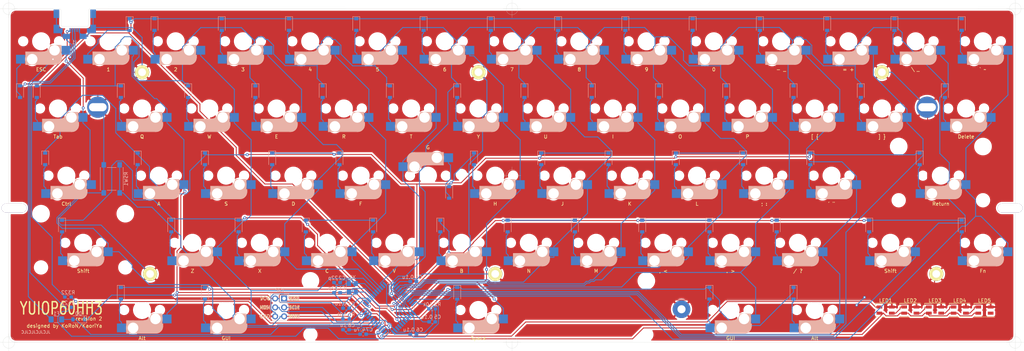
<source format=kicad_pcb>
(kicad_pcb (version 20171130) (host pcbnew "(5.1.9)-1")
  (title_block (title YUIOP60HH3) (date 2021-04-13) (rev 2) (company KaoriYa))
  (layers (0 F.Cu signal) (31 B.Cu signal) (34 B.Paste user) (35 F.Paste user) (36 B.SilkS user) (37 F.SilkS user) (38 B.Mask user) (39 F.Mask user) (44 Edge.Cuts user))
  (net 0 "")
  (net 1 GND)
  (net 2 /Controller/XTAL2)
  (net 3 /Controller/XTAL1)
  (net 4 VCC)
  (net 5 "Net-(C8-Pad2)")
  (net 6 /Controller/V_USB)
  (net 7 "Net-(D1-Pad2)")
  (net 8 /ROW_1)
  (net 9 "Net-(D2-Pad2)")
  (net 10 "Net-(D3-Pad2)")
  (net 11 "Net-(D4-Pad2)")
  (net 12 "Net-(D5-Pad2)")
  (net 13 "Net-(D6-Pad2)")
  (net 14 "Net-(D7-Pad2)")
  (net 15 "Net-(D8-Pad2)")
  (net 16 "Net-(D9-Pad2)")
  (net 17 "Net-(D10-Pad2)")
  (net 18 "Net-(D11-Pad2)")
  (net 19 "Net-(D12-Pad2)")
  (net 20 "Net-(D13-Pad2)")
  (net 21 "Net-(D14-Pad2)")
  (net 22 "Net-(D15-Pad2)")
  (net 23 "Net-(D16-Pad2)")
  (net 24 /ROW_2)
  (net 25 "Net-(D17-Pad2)")
  (net 26 "Net-(D18-Pad2)")
  (net 27 "Net-(D19-Pad2)")
  (net 28 "Net-(D20-Pad2)")
  (net 29 "Net-(D21-Pad2)")
  (net 30 "Net-(D22-Pad2)")
  (net 31 "Net-(D23-Pad2)")
  (net 32 "Net-(D24-Pad2)")
  (net 33 "Net-(D25-Pad2)")
  (net 34 "Net-(D26-Pad2)")
  (net 35 "Net-(D27-Pad2)")
  (net 36 "Net-(D28-Pad2)")
  (net 37 "Net-(D29-Pad2)")
  (net 38 "Net-(D30-Pad2)")
  (net 39 /ROW_3)
  (net 40 "Net-(D31-Pad2)")
  (net 41 "Net-(D32-Pad2)")
  (net 42 "Net-(D33-Pad2)")
  (net 43 "Net-(D34-Pad2)")
  (net 44 "Net-(D35-Pad2)")
  (net 45 "Net-(D36-Pad2)")
  (net 46 "Net-(D37-Pad2)")
  (net 47 "Net-(D38-Pad2)")
  (net 48 "Net-(D39-Pad2)")
  (net 49 "Net-(D40-Pad2)")
  (net 50 "Net-(D41-Pad2)")
  (net 51 "Net-(D42-Pad2)")
  (net 52 "Net-(D43-Pad2)")
  (net 53 /ROW_4)
  (net 54 "Net-(D44-Pad2)")
  (net 55 "Net-(D45-Pad2)")
  (net 56 "Net-(D46-Pad2)")
  (net 57 "Net-(D47-Pad2)")
  (net 58 "Net-(D48-Pad2)")
  (net 59 "Net-(D49-Pad2)")
  (net 60 "Net-(D50-Pad2)")
  (net 61 "Net-(D51-Pad2)")
  (net 62 "Net-(D52-Pad2)")
  (net 63 "Net-(D53-Pad2)")
  (net 64 "Net-(D54-Pad2)")
  (net 65 "Net-(D55-Pad2)")
  (net 66 "Net-(D56-Pad2)")
  (net 67 /ROW_5)
  (net 68 "Net-(D57-Pad2)")
  (net 69 "Net-(D58-Pad2)")
  (net 70 "Net-(D59-Pad2)")
  (net 71 "Net-(D60-Pad2)")
  (net 72 "Net-(F1-Pad2)")
  (net 73 "Net-(J1-Pad2)")
  (net 74 "Net-(J1-Pad3)")
  (net 75 /RESET)
  (net 76 /Controller/P10_B2_MOSI)
  (net 77 /Controller/P09_B1_SCLK)
  (net 78 /Controller/P11_B3_MISO)
  (net 79 /COL_01)
  (net 80 /COL_02)
  (net 81 /COL_03)
  (net 82 /COL_04)
  (net 83 /COL_05)
  (net 84 /COL_06)
  (net 85 /COL_07)
  (net 86 /COL_08)
  (net 87 /COL_09)
  (net 88 /COL_10)
  (net 89 /COL_11)
  (net 90 /COL_12)
  (net 91 /COL_13)
  (net 92 /COL_14)
  (net 93 /COL_15)
  (net 94 "Net-(LED1-Pad1)")
  (net 95 /LED_DATA)
  (net 96 "Net-(LED2-Pad1)")
  (net 97 "Net-(LED3-Pad1)")
  (net 98 "Net-(LED4-Pad1)")
  (net 99 "Net-(R2-Pad2)")
  (net 100 /Controller/D+)
  (net 101 /Controller/D-)
  (net 102 "Net-(J1-Pad4)")
  (net 103 "/LED Array/DOUT")
  (net 104 "Net-(U1-Pad42)")
  (net 105 /Controller/P41_F0)
  (module Capacitor_SMD:C_0603_1608Metric_Pad1.08x0.95mm_HandSolder (layer B.Cu) (at 190.263 189.088)
    (fp_text reference C5 (at 1.524 -1.397) (layer B.SilkS) (effects (justify mirror)))
    (fp_text value 0.1u (at -1.524 -1.397) (layer B.SilkS) (effects (justify mirror)))
    (pad 2 smd roundrect (at 0.8625 0) (size 1.075 0.95) (layers B.Cu B.Paste B.Mask) (net 1 GND))
    (pad 1 smd roundrect (at -0.8625 0) (size 1.075 0.95) (layers B.Cu B.Paste B.Mask) (net 4 VCC))
  )
  (module yuiop:Cherry_MX_Hotswap_1.0u (layer F.Cu) (at 298.6 185.725)
    (fp_text reference KSW60 hide)
    (fp_text value Alt (at 0 8 180) (layer F.SilkS))
    (pad "" np_thru_hole circle (at 3.81 2.54 180) (size 3 3) (drill 3) (layers *.Cu *.Mask))
    (pad "" np_thru_hole circle (at -2.54 5.08 180) (size 3 3) (drill 3) (layers *.Cu *.Mask))
    (pad 1 smd rect (at 7.085 2.54) (size 2.55 2.5) (layers B.Cu B.Paste B.Mask) (net 90 /COL_12))
    (pad "" np_thru_hole circle (at 0 0 270) (size 4.1 4.1) (drill 4.1) (layers *.Cu *.Mask))
    (pad "" np_thru_hole circle (at -5.08 0 180) (size 1.9 1.9) (drill 1.9) (layers *.Cu *.Mask))
    (pad "" np_thru_hole circle (at 5.08 0 180) (size 1.9 1.9) (drill 1.9) (layers *.Cu *.Mask))
    (pad 2 smd rect (at -5.842 5.08) (size 2.55 2.5) (layers B.Cu B.Paste B.Mask) (net 71 "Net-(D60-Pad2)"))
  )
  (module yuiop:Cherry_MX_Hotswap_1.0u (layer F.Cu) (at 274.788 185.725)
    (fp_text reference KSW59 hide)
    (fp_text value GUI (at 0 8 180) (layer F.SilkS))
    (pad "" np_thru_hole circle (at 3.81 2.54 180) (size 3 3) (drill 3) (layers *.Cu *.Mask))
    (pad "" np_thru_hole circle (at -2.54 5.08 180) (size 3 3) (drill 3) (layers *.Cu *.Mask))
    (pad 1 smd rect (at 7.085 2.54) (size 2.55 2.5) (layers B.Cu B.Paste B.Mask) (net 89 /COL_11))
    (pad "" np_thru_hole circle (at 0 0 270) (size 4.1 4.1) (drill 4.1) (layers *.Cu *.Mask))
    (pad "" np_thru_hole circle (at -5.08 0 180) (size 1.9 1.9) (drill 1.9) (layers *.Cu *.Mask))
    (pad "" np_thru_hole circle (at 5.08 0 180) (size 1.9 1.9) (drill 1.9) (layers *.Cu *.Mask))
    (pad 2 smd rect (at -5.842 5.08) (size 2.55 2.5) (layers B.Cu B.Paste B.Mask) (net 70 "Net-(D59-Pad2)"))
  )
  (module yuiop:Cherry_MX_Hotswap_1.0u (layer F.Cu) (at 203.35 185.725)
    (fp_text reference KSW58 hide)
    (fp_text value Space (at 0 8 180) (layer F.SilkS))
    (pad "" np_thru_hole circle (at 3.81 2.54 180) (size 3 3) (drill 3) (layers *.Cu *.Mask))
    (pad "" np_thru_hole circle (at -2.54 5.08 180) (size 3 3) (drill 3) (layers *.Cu *.Mask))
    (pad 1 smd rect (at 7.085 2.54) (size 2.55 2.5) (layers B.Cu B.Paste B.Mask) (net 85 /COL_07))
    (pad "" np_thru_hole circle (at 0 0 270) (size 4.1 4.1) (drill 4.1) (layers *.Cu *.Mask))
    (pad "" np_thru_hole circle (at -5.08 0 180) (size 1.9 1.9) (drill 1.9) (layers *.Cu *.Mask))
    (pad "" np_thru_hole circle (at 5.08 0 180) (size 1.9 1.9) (drill 1.9) (layers *.Cu *.Mask))
    (pad 2 smd rect (at -5.842 5.08) (size 2.55 2.5) (layers B.Cu B.Paste B.Mask) (net 69 "Net-(D58-Pad2)"))
  )
  (module yuiop:Cherry_MX_Hotswap_1.0u (layer F.Cu) (at 131.912 185.725)
    (fp_text reference KSW57 hide)
    (fp_text value GUI (at 0 8 180) (layer F.SilkS))
    (pad "" np_thru_hole circle (at 3.81 2.54 180) (size 3 3) (drill 3) (layers *.Cu *.Mask))
    (pad "" np_thru_hole circle (at -2.54 5.08 180) (size 3 3) (drill 3) (layers *.Cu *.Mask))
    (pad 1 smd rect (at 7.085 2.54) (size 2.55 2.5) (layers B.Cu B.Paste B.Mask) (net 81 /COL_03))
    (pad "" np_thru_hole circle (at 0 0 270) (size 4.1 4.1) (drill 4.1) (layers *.Cu *.Mask))
    (pad "" np_thru_hole circle (at -5.08 0 180) (size 1.9 1.9) (drill 1.9) (layers *.Cu *.Mask))
    (pad "" np_thru_hole circle (at 5.08 0 180) (size 1.9 1.9) (drill 1.9) (layers *.Cu *.Mask))
    (pad 2 smd rect (at -5.842 5.08) (size 2.55 2.5) (layers B.Cu B.Paste B.Mask) (net 68 "Net-(D57-Pad2)"))
  )
  (module yuiop:Cherry_MX_Hotswap_1.0u (layer F.Cu) (at 108.1 185.725)
    (fp_text reference KSW56 hide)
    (fp_text value Alt (at 0 8 180) (layer F.SilkS))
    (pad "" np_thru_hole circle (at 3.81 2.54 180) (size 3 3) (drill 3) (layers *.Cu *.Mask))
    (pad "" np_thru_hole circle (at -2.54 5.08 180) (size 3 3) (drill 3) (layers *.Cu *.Mask))
    (pad 1 smd rect (at 7.085 2.54) (size 2.55 2.5) (layers B.Cu B.Paste B.Mask) (net 80 /COL_02))
    (pad "" np_thru_hole circle (at 0 0 270) (size 4.1 4.1) (drill 4.1) (layers *.Cu *.Mask))
    (pad "" np_thru_hole circle (at -5.08 0 180) (size 1.9 1.9) (drill 1.9) (layers *.Cu *.Mask))
    (pad "" np_thru_hole circle (at 5.08 0 180) (size 1.9 1.9) (drill 1.9) (layers *.Cu *.Mask))
    (pad 2 smd rect (at -5.842 5.08) (size 2.55 2.5) (layers B.Cu B.Paste B.Mask) (net 66 "Net-(D56-Pad2)"))
  )
  (module yuiop:Cherry_MX_Hotswap_1.0u (layer F.Cu) (at 346.225 166.675)
    (fp_text reference KSW55 hide)
    (fp_text value Fn (at 0 8 180) (layer F.SilkS))
    (pad "" np_thru_hole circle (at 3.81 2.54 180) (size 3 3) (drill 3) (layers *.Cu *.Mask))
    (pad "" np_thru_hole circle (at -2.54 5.08 180) (size 3 3) (drill 3) (layers *.Cu *.Mask))
    (pad 1 smd rect (at 7.085 2.54) (size 2.55 2.5) (layers B.Cu B.Paste B.Mask) (net 93 /COL_15))
    (pad "" np_thru_hole circle (at 0 0 270) (size 4.1 4.1) (drill 4.1) (layers *.Cu *.Mask))
    (pad "" np_thru_hole circle (at -5.08 0 180) (size 1.9 1.9) (drill 1.9) (layers *.Cu *.Mask))
    (pad "" np_thru_hole circle (at 5.08 0 180) (size 1.9 1.9) (drill 1.9) (layers *.Cu *.Mask))
    (pad 2 smd rect (at -5.842 5.08) (size 2.55 2.5) (layers B.Cu B.Paste B.Mask) (net 65 "Net-(D55-Pad2)"))
  )
  (module yuiop:Cherry_MX_Hotswap_1.0u (layer F.Cu) (at 320.031 166.675)
    (fp_text reference KSW54 hide)
    (fp_text value Shift (at 0 8 180) (layer F.SilkS))
    (pad "" np_thru_hole circle (at 3.81 2.54 180) (size 3 3) (drill 3) (layers *.Cu *.Mask))
    (pad "" np_thru_hole circle (at -2.54 5.08 180) (size 3 3) (drill 3) (layers *.Cu *.Mask))
    (pad 1 smd rect (at 7.085 2.54) (size 2.55 2.5) (layers B.Cu B.Paste B.Mask) (net 92 /COL_14))
    (pad "" np_thru_hole circle (at 0 0 270) (size 4.1 4.1) (drill 4.1) (layers *.Cu *.Mask))
    (pad "" np_thru_hole circle (at -5.08 0 180) (size 1.9 1.9) (drill 1.9) (layers *.Cu *.Mask))
    (pad "" np_thru_hole circle (at 5.08 0 180) (size 1.9 1.9) (drill 1.9) (layers *.Cu *.Mask))
    (pad 2 smd rect (at -5.842 5.08) (size 2.55 2.5) (layers B.Cu B.Paste B.Mask) (net 64 "Net-(D54-Pad2)"))
  )
  (module yuiop:Cherry_MX_Hotswap_1.0u (layer F.Cu) (at 293.838 166.675)
    (fp_text reference KSW53 hide)
    (fp_text value "/ ?" (at 0 8 180) (layer F.SilkS))
    (pad "" np_thru_hole circle (at 3.81 2.54 180) (size 3 3) (drill 3) (layers *.Cu *.Mask))
    (pad "" np_thru_hole circle (at -2.54 5.08 180) (size 3 3) (drill 3) (layers *.Cu *.Mask))
    (pad 1 smd rect (at 7.085 2.54) (size 2.55 2.5) (layers B.Cu B.Paste B.Mask) (net 90 /COL_12))
    (pad "" np_thru_hole circle (at 0 0 270) (size 4.1 4.1) (drill 4.1) (layers *.Cu *.Mask))
    (pad "" np_thru_hole circle (at -5.08 0 180) (size 1.9 1.9) (drill 1.9) (layers *.Cu *.Mask))
    (pad "" np_thru_hole circle (at 5.08 0 180) (size 1.9 1.9) (drill 1.9) (layers *.Cu *.Mask))
    (pad 2 smd rect (at -5.842 5.08) (size 2.55 2.5) (layers B.Cu B.Paste B.Mask) (net 63 "Net-(D53-Pad2)"))
  )
  (module yuiop:Cherry_MX_Hotswap_1.0u (layer F.Cu) (at 274.788 166.675)
    (fp_text reference KSW52 hide)
    (fp_text value ". >" (at 0 8 180) (layer F.SilkS))
    (pad "" np_thru_hole circle (at 3.81 2.54 180) (size 3 3) (drill 3) (layers *.Cu *.Mask))
    (pad "" np_thru_hole circle (at -2.54 5.08 180) (size 3 3) (drill 3) (layers *.Cu *.Mask))
    (pad 1 smd rect (at 7.085 2.54) (size 2.55 2.5) (layers B.Cu B.Paste B.Mask) (net 89 /COL_11))
    (pad "" np_thru_hole circle (at 0 0 270) (size 4.1 4.1) (drill 4.1) (layers *.Cu *.Mask))
    (pad "" np_thru_hole circle (at -5.08 0 180) (size 1.9 1.9) (drill 1.9) (layers *.Cu *.Mask))
    (pad "" np_thru_hole circle (at 5.08 0 180) (size 1.9 1.9) (drill 1.9) (layers *.Cu *.Mask))
    (pad 2 smd rect (at -5.842 5.08) (size 2.55 2.5) (layers B.Cu B.Paste B.Mask) (net 62 "Net-(D52-Pad2)"))
  )
  (module yuiop:Cherry_MX_Hotswap_1.0u (layer F.Cu) (at 255.738 166.675)
    (fp_text reference KSW51 hide)
    (fp_text value ", <" (at 0 8 180) (layer F.SilkS))
    (pad "" np_thru_hole circle (at 3.81 2.54 180) (size 3 3) (drill 3) (layers *.Cu *.Mask))
    (pad "" np_thru_hole circle (at -2.54 5.08 180) (size 3 3) (drill 3) (layers *.Cu *.Mask))
    (pad 1 smd rect (at 7.085 2.54) (size 2.55 2.5) (layers B.Cu B.Paste B.Mask) (net 88 /COL_10))
    (pad "" np_thru_hole circle (at 0 0 270) (size 4.1 4.1) (drill 4.1) (layers *.Cu *.Mask))
    (pad "" np_thru_hole circle (at -5.08 0 180) (size 1.9 1.9) (drill 1.9) (layers *.Cu *.Mask))
    (pad "" np_thru_hole circle (at 5.08 0 180) (size 1.9 1.9) (drill 1.9) (layers *.Cu *.Mask))
    (pad 2 smd rect (at -5.842 5.08) (size 2.55 2.5) (layers B.Cu B.Paste B.Mask) (net 61 "Net-(D51-Pad2)"))
  )
  (module yuiop:Cherry_MX_Hotswap_1.0u (layer F.Cu) (at 236.688 166.675)
    (fp_text reference KSW50 hide)
    (fp_text value M (at 0 8 180) (layer F.SilkS))
    (pad "" np_thru_hole circle (at 3.81 2.54 180) (size 3 3) (drill 3) (layers *.Cu *.Mask))
    (pad "" np_thru_hole circle (at -2.54 5.08 180) (size 3 3) (drill 3) (layers *.Cu *.Mask))
    (pad 1 smd rect (at 7.085 2.54) (size 2.55 2.5) (layers B.Cu B.Paste B.Mask) (net 87 /COL_09))
    (pad "" np_thru_hole circle (at 0 0 270) (size 4.1 4.1) (drill 4.1) (layers *.Cu *.Mask))
    (pad "" np_thru_hole circle (at -5.08 0 180) (size 1.9 1.9) (drill 1.9) (layers *.Cu *.Mask))
    (pad "" np_thru_hole circle (at 5.08 0 180) (size 1.9 1.9) (drill 1.9) (layers *.Cu *.Mask))
    (pad 2 smd rect (at -5.842 5.08) (size 2.55 2.5) (layers B.Cu B.Paste B.Mask) (net 60 "Net-(D50-Pad2)"))
  )
  (module yuiop:Cherry_MX_Hotswap_1.0u (layer F.Cu) (at 217.638 166.675)
    (fp_text reference KSW49 hide)
    (fp_text value N (at 0 8 180) (layer F.SilkS))
    (pad "" np_thru_hole circle (at 3.81 2.54 180) (size 3 3) (drill 3) (layers *.Cu *.Mask))
    (pad "" np_thru_hole circle (at -2.54 5.08 180) (size 3 3) (drill 3) (layers *.Cu *.Mask))
    (pad 1 smd rect (at 7.085 2.54) (size 2.55 2.5) (layers B.Cu B.Paste B.Mask) (net 86 /COL_08))
    (pad "" np_thru_hole circle (at 0 0 270) (size 4.1 4.1) (drill 4.1) (layers *.Cu *.Mask))
    (pad "" np_thru_hole circle (at -5.08 0 180) (size 1.9 1.9) (drill 1.9) (layers *.Cu *.Mask))
    (pad "" np_thru_hole circle (at 5.08 0 180) (size 1.9 1.9) (drill 1.9) (layers *.Cu *.Mask))
    (pad 2 smd rect (at -5.842 5.08) (size 2.55 2.5) (layers B.Cu B.Paste B.Mask) (net 59 "Net-(D49-Pad2)"))
  )
  (module yuiop:Cherry_MX_Hotswap_1.0u (layer F.Cu) (at 198.588 166.675)
    (fp_text reference KSW48 hide)
    (fp_text value B (at 0 8 180) (layer F.SilkS))
    (pad "" np_thru_hole circle (at 3.81 2.54 180) (size 3 3) (drill 3) (layers *.Cu *.Mask))
    (pad "" np_thru_hole circle (at -2.54 5.08 180) (size 3 3) (drill 3) (layers *.Cu *.Mask))
    (pad 1 smd rect (at 7.085 2.54) (size 2.55 2.5) (layers B.Cu B.Paste B.Mask) (net 85 /COL_07))
    (pad "" np_thru_hole circle (at 0 0 270) (size 4.1 4.1) (drill 4.1) (layers *.Cu *.Mask))
    (pad "" np_thru_hole circle (at -5.08 0 180) (size 1.9 1.9) (drill 1.9) (layers *.Cu *.Mask))
    (pad "" np_thru_hole circle (at 5.08 0 180) (size 1.9 1.9) (drill 1.9) (layers *.Cu *.Mask))
    (pad 2 smd rect (at -5.842 5.08) (size 2.55 2.5) (layers B.Cu B.Paste B.Mask) (net 58 "Net-(D48-Pad2)"))
  )
  (module yuiop:Cherry_MX_Hotswap_1.0u (layer F.Cu) (at 179.538 166.675)
    (fp_text reference KSW47 hide)
    (fp_text value V (at 0 8 180) (layer F.SilkS))
    (pad "" np_thru_hole circle (at 3.81 2.54 180) (size 3 3) (drill 3) (layers *.Cu *.Mask))
    (pad "" np_thru_hole circle (at -2.54 5.08 180) (size 3 3) (drill 3) (layers *.Cu *.Mask))
    (pad 1 smd rect (at 7.085 2.54) (size 2.55 2.5) (layers B.Cu B.Paste B.Mask) (net 84 /COL_06))
    (pad "" np_thru_hole circle (at 0 0 270) (size 4.1 4.1) (drill 4.1) (layers *.Cu *.Mask))
    (pad "" np_thru_hole circle (at -5.08 0 180) (size 1.9 1.9) (drill 1.9) (layers *.Cu *.Mask))
    (pad "" np_thru_hole circle (at 5.08 0 180) (size 1.9 1.9) (drill 1.9) (layers *.Cu *.Mask))
    (pad 2 smd rect (at -5.842 5.08) (size 2.55 2.5) (layers B.Cu B.Paste B.Mask) (net 57 "Net-(D47-Pad2)"))
  )
  (module yuiop:Cherry_MX_Hotswap_1.0u (layer F.Cu) (at 160.488 166.675)
    (fp_text reference KSW46 hide)
    (fp_text value C (at 0 8 180) (layer F.SilkS))
    (pad "" np_thru_hole circle (at 3.81 2.54 180) (size 3 3) (drill 3) (layers *.Cu *.Mask))
    (pad "" np_thru_hole circle (at -2.54 5.08 180) (size 3 3) (drill 3) (layers *.Cu *.Mask))
    (pad 1 smd rect (at 7.085 2.54) (size 2.55 2.5) (layers B.Cu B.Paste B.Mask) (net 83 /COL_05))
    (pad "" np_thru_hole circle (at 0 0 270) (size 4.1 4.1) (drill 4.1) (layers *.Cu *.Mask))
    (pad "" np_thru_hole circle (at -5.08 0 180) (size 1.9 1.9) (drill 1.9) (layers *.Cu *.Mask))
    (pad "" np_thru_hole circle (at 5.08 0 180) (size 1.9 1.9) (drill 1.9) (layers *.Cu *.Mask))
    (pad 2 smd rect (at -5.842 5.08) (size 2.55 2.5) (layers B.Cu B.Paste B.Mask) (net 56 "Net-(D46-Pad2)"))
  )
  (module yuiop:Cherry_MX_Hotswap_1.0u (layer F.Cu) (at 141.438 166.675)
    (fp_text reference KSW45 hide)
    (fp_text value X (at 0 8 180) (layer F.SilkS))
    (pad "" np_thru_hole circle (at 3.81 2.54 180) (size 3 3) (drill 3) (layers *.Cu *.Mask))
    (pad "" np_thru_hole circle (at -2.54 5.08 180) (size 3 3) (drill 3) (layers *.Cu *.Mask))
    (pad 1 smd rect (at 7.085 2.54) (size 2.55 2.5) (layers B.Cu B.Paste B.Mask) (net 82 /COL_04))
    (pad "" np_thru_hole circle (at 0 0 270) (size 4.1 4.1) (drill 4.1) (layers *.Cu *.Mask))
    (pad "" np_thru_hole circle (at -5.08 0 180) (size 1.9 1.9) (drill 1.9) (layers *.Cu *.Mask))
    (pad "" np_thru_hole circle (at 5.08 0 180) (size 1.9 1.9) (drill 1.9) (layers *.Cu *.Mask))
    (pad 2 smd rect (at -5.842 5.08) (size 2.55 2.5) (layers B.Cu B.Paste B.Mask) (net 55 "Net-(D45-Pad2)"))
  )
  (module yuiop:Cherry_MX_Hotswap_1.0u (layer F.Cu) (at 122.388 166.675)
    (fp_text reference KSW44 hide)
    (fp_text value Z (at 0 8 180) (layer F.SilkS))
    (pad "" np_thru_hole circle (at 3.81 2.54 180) (size 3 3) (drill 3) (layers *.Cu *.Mask))
    (pad "" np_thru_hole circle (at -2.54 5.08 180) (size 3 3) (drill 3) (layers *.Cu *.Mask))
    (pad 1 smd rect (at 7.085 2.54) (size 2.55 2.5) (layers B.Cu B.Paste B.Mask) (net 81 /COL_03))
    (pad "" np_thru_hole circle (at 0 0 270) (size 4.1 4.1) (drill 4.1) (layers *.Cu *.Mask))
    (pad "" np_thru_hole circle (at -5.08 0 180) (size 1.9 1.9) (drill 1.9) (layers *.Cu *.Mask))
    (pad "" np_thru_hole circle (at 5.08 0 180) (size 1.9 1.9) (drill 1.9) (layers *.Cu *.Mask))
    (pad 2 smd rect (at -5.842 5.08) (size 2.55 2.5) (layers B.Cu B.Paste B.Mask) (net 54 "Net-(D44-Pad2)"))
  )
  (module yuiop:Cherry_MX_Hotswap_1.0u (layer F.Cu) (at 91.4312 166.675)
    (fp_text reference KSW43 hide)
    (fp_text value Shift (at 0 8 180) (layer F.SilkS))
    (pad "" np_thru_hole circle (at 3.81 2.54 180) (size 3 3) (drill 3) (layers *.Cu *.Mask))
    (pad "" np_thru_hole circle (at -2.54 5.08 180) (size 3 3) (drill 3) (layers *.Cu *.Mask))
    (pad 1 smd rect (at 7.085 2.54) (size 2.55 2.5) (layers B.Cu B.Paste B.Mask) (net 79 /COL_01))
    (pad "" np_thru_hole circle (at 0 0 270) (size 4.1 4.1) (drill 4.1) (layers *.Cu *.Mask))
    (pad "" np_thru_hole circle (at -5.08 0 180) (size 1.9 1.9) (drill 1.9) (layers *.Cu *.Mask))
    (pad "" np_thru_hole circle (at 5.08 0 180) (size 1.9 1.9) (drill 1.9) (layers *.Cu *.Mask))
    (pad 2 smd rect (at -5.842 5.08) (size 2.55 2.5) (layers B.Cu B.Paste B.Mask) (net 52 "Net-(D43-Pad2)"))
  )
  (module yuiop:Cherry_MX_Hotswap_1.0u (layer F.Cu) (at 334.319 147.625)
    (fp_text reference KSW42 hide)
    (fp_text value Return (at 0 8 180) (layer F.SilkS))
    (pad "" np_thru_hole circle (at 3.81 2.54 180) (size 3 3) (drill 3) (layers *.Cu *.Mask))
    (pad "" np_thru_hole circle (at -2.54 5.08 180) (size 3 3) (drill 3) (layers *.Cu *.Mask))
    (pad 1 smd rect (at 7.085 2.54) (size 2.55 2.5) (layers B.Cu B.Paste B.Mask) (net 93 /COL_15))
    (pad "" np_thru_hole circle (at 0 0 270) (size 4.1 4.1) (drill 4.1) (layers *.Cu *.Mask))
    (pad "" np_thru_hole circle (at -5.08 0 180) (size 1.9 1.9) (drill 1.9) (layers *.Cu *.Mask))
    (pad "" np_thru_hole circle (at 5.08 0 180) (size 1.9 1.9) (drill 1.9) (layers *.Cu *.Mask))
    (pad 2 smd rect (at -5.842 5.08) (size 2.55 2.5) (layers B.Cu B.Paste B.Mask) (net 51 "Net-(D42-Pad2)"))
  )
  (module yuiop:Cherry_MX_Hotswap_1.0u (layer F.Cu) (at 303.362 147.625)
    (fp_text reference KSW41 hide)
    (fp_text value "' \"" (at 0 8 180) (layer F.SilkS))
    (pad "" np_thru_hole circle (at 3.81 2.54 180) (size 3 3) (drill 3) (layers *.Cu *.Mask))
    (pad "" np_thru_hole circle (at -2.54 5.08 180) (size 3 3) (drill 3) (layers *.Cu *.Mask))
    (pad 1 smd rect (at 7.085 2.54) (size 2.55 2.5) (layers B.Cu B.Paste B.Mask) (net 90 /COL_12))
    (pad "" np_thru_hole circle (at 0 0 270) (size 4.1 4.1) (drill 4.1) (layers *.Cu *.Mask))
    (pad "" np_thru_hole circle (at -5.08 0 180) (size 1.9 1.9) (drill 1.9) (layers *.Cu *.Mask))
    (pad "" np_thru_hole circle (at 5.08 0 180) (size 1.9 1.9) (drill 1.9) (layers *.Cu *.Mask))
    (pad 2 smd rect (at -5.842 5.08) (size 2.55 2.5) (layers B.Cu B.Paste B.Mask) (net 50 "Net-(D41-Pad2)"))
  )
  (module yuiop:Cherry_MX_Hotswap_1.0u (layer F.Cu) (at 284.312 147.625)
    (fp_text reference KSW40 hide)
    (fp_text value "; :" (at 0 8 180) (layer F.SilkS))
    (pad "" np_thru_hole circle (at 3.81 2.54 180) (size 3 3) (drill 3) (layers *.Cu *.Mask))
    (pad "" np_thru_hole circle (at -2.54 5.08 180) (size 3 3) (drill 3) (layers *.Cu *.Mask))
    (pad 1 smd rect (at 7.085 2.54) (size 2.55 2.5) (layers B.Cu B.Paste B.Mask) (net 89 /COL_11))
    (pad "" np_thru_hole circle (at 0 0 270) (size 4.1 4.1) (drill 4.1) (layers *.Cu *.Mask))
    (pad "" np_thru_hole circle (at -5.08 0 180) (size 1.9 1.9) (drill 1.9) (layers *.Cu *.Mask))
    (pad "" np_thru_hole circle (at 5.08 0 180) (size 1.9 1.9) (drill 1.9) (layers *.Cu *.Mask))
    (pad 2 smd rect (at -5.842 5.08) (size 2.55 2.5) (layers B.Cu B.Paste B.Mask) (net 49 "Net-(D40-Pad2)"))
  )
  (module yuiop:Cherry_MX_Hotswap_1.0u (layer F.Cu) (at 265.262 147.625)
    (fp_text reference KSW39 hide)
    (fp_text value L (at 0 8 180) (layer F.SilkS))
    (pad "" np_thru_hole circle (at 3.81 2.54 180) (size 3 3) (drill 3) (layers *.Cu *.Mask))
    (pad "" np_thru_hole circle (at -2.54 5.08 180) (size 3 3) (drill 3) (layers *.Cu *.Mask))
    (pad 1 smd rect (at 7.085 2.54) (size 2.55 2.5) (layers B.Cu B.Paste B.Mask) (net 88 /COL_10))
    (pad "" np_thru_hole circle (at 0 0 270) (size 4.1 4.1) (drill 4.1) (layers *.Cu *.Mask))
    (pad "" np_thru_hole circle (at -5.08 0 180) (size 1.9 1.9) (drill 1.9) (layers *.Cu *.Mask))
    (pad "" np_thru_hole circle (at 5.08 0 180) (size 1.9 1.9) (drill 1.9) (layers *.Cu *.Mask))
    (pad 2 smd rect (at -5.842 5.08) (size 2.55 2.5) (layers B.Cu B.Paste B.Mask) (net 48 "Net-(D39-Pad2)"))
  )
  (module yuiop:Cherry_MX_Hotswap_1.0u (layer F.Cu) (at 246.212 147.625)
    (fp_text reference KSW38 hide)
    (fp_text value K (at 0 8 180) (layer F.SilkS))
    (pad "" np_thru_hole circle (at 3.81 2.54 180) (size 3 3) (drill 3) (layers *.Cu *.Mask))
    (pad "" np_thru_hole circle (at -2.54 5.08 180) (size 3 3) (drill 3) (layers *.Cu *.Mask))
    (pad 1 smd rect (at 7.085 2.54) (size 2.55 2.5) (layers B.Cu B.Paste B.Mask) (net 87 /COL_09))
    (pad "" np_thru_hole circle (at 0 0 270) (size 4.1 4.1) (drill 4.1) (layers *.Cu *.Mask))
    (pad "" np_thru_hole circle (at -5.08 0 180) (size 1.9 1.9) (drill 1.9) (layers *.Cu *.Mask))
    (pad "" np_thru_hole circle (at 5.08 0 180) (size 1.9 1.9) (drill 1.9) (layers *.Cu *.Mask))
    (pad 2 smd rect (at -5.842 5.08) (size 2.55 2.5) (layers B.Cu B.Paste B.Mask) (net 47 "Net-(D38-Pad2)"))
  )
  (module yuiop:Cherry_MX_Hotswap_1.0u (layer F.Cu) (at 227.162 147.625)
    (fp_text reference KSW37 hide)
    (fp_text value J (at 0 8 180) (layer F.SilkS))
    (pad "" np_thru_hole circle (at 3.81 2.54 180) (size 3 3) (drill 3) (layers *.Cu *.Mask))
    (pad "" np_thru_hole circle (at -2.54 5.08 180) (size 3 3) (drill 3) (layers *.Cu *.Mask))
    (pad 1 smd rect (at 7.085 2.54) (size 2.55 2.5) (layers B.Cu B.Paste B.Mask) (net 86 /COL_08))
    (pad "" np_thru_hole circle (at 0 0 270) (size 4.1 4.1) (drill 4.1) (layers *.Cu *.Mask))
    (pad "" np_thru_hole circle (at -5.08 0 180) (size 1.9 1.9) (drill 1.9) (layers *.Cu *.Mask))
    (pad "" np_thru_hole circle (at 5.08 0 180) (size 1.9 1.9) (drill 1.9) (layers *.Cu *.Mask))
    (pad 2 smd rect (at -5.842 5.08) (size 2.55 2.5) (layers B.Cu B.Paste B.Mask) (net 46 "Net-(D37-Pad2)"))
  )
  (module yuiop:Cherry_MX_Hotswap_1.0u (layer F.Cu) (at 208.112 147.625)
    (fp_text reference KSW36 hide)
    (fp_text value H (at 0 8 180) (layer F.SilkS))
    (pad "" np_thru_hole circle (at 3.81 2.54 180) (size 3 3) (drill 3) (layers *.Cu *.Mask))
    (pad "" np_thru_hole circle (at -2.54 5.08 180) (size 3 3) (drill 3) (layers *.Cu *.Mask))
    (pad 1 smd rect (at 7.085 2.54) (size 2.55 2.5) (layers B.Cu B.Paste B.Mask) (net 85 /COL_07))
    (pad "" np_thru_hole circle (at 0 0 270) (size 4.1 4.1) (drill 4.1) (layers *.Cu *.Mask))
    (pad "" np_thru_hole circle (at -5.08 0 180) (size 1.9 1.9) (drill 1.9) (layers *.Cu *.Mask))
    (pad "" np_thru_hole circle (at 5.08 0 180) (size 1.9 1.9) (drill 1.9) (layers *.Cu *.Mask))
    (pad 2 smd rect (at -5.842 5.08) (size 2.55 2.5) (layers B.Cu B.Paste B.Mask) (net 45 "Net-(D36-Pad2)"))
  )
  (module yuiop:Cherry_MX_Hotswap_1.0u (layer F.Cu) (at 189.062 147.625 180)
    (fp_text reference KSW35 hide)
    (fp_text value G (at 0 8 180) (layer F.SilkS))
    (pad "" np_thru_hole circle (at 3.81 2.54) (size 3 3) (drill 3) (layers *.Cu *.Mask))
    (pad "" np_thru_hole circle (at -2.54 5.08) (size 3 3) (drill 3) (layers *.Cu *.Mask))
    (pad 1 smd rect (at 7.085 2.54 180) (size 2.55 2.5) (layers B.Cu B.Paste B.Mask) (net 84 /COL_06))
    (pad "" np_thru_hole circle (at 0 0 90) (size 4.1 4.1) (drill 4.1) (layers *.Cu *.Mask))
    (pad "" np_thru_hole circle (at -5.08 0) (size 1.9 1.9) (drill 1.9) (layers *.Cu *.Mask))
    (pad "" np_thru_hole circle (at 5.08 0) (size 1.9 1.9) (drill 1.9) (layers *.Cu *.Mask))
    (pad 2 smd rect (at -5.842 5.08 180) (size 2.55 2.5) (layers B.Cu B.Paste B.Mask) (net 44 "Net-(D35-Pad2)"))
  )
  (module yuiop:Cherry_MX_Hotswap_1.0u (layer F.Cu) (at 170.012 147.625)
    (fp_text reference KSW34 hide)
    (fp_text value F (at 0 8 180) (layer F.SilkS))
    (pad "" np_thru_hole circle (at 3.81 2.54 180) (size 3 3) (drill 3) (layers *.Cu *.Mask))
    (pad "" np_thru_hole circle (at -2.54 5.08 180) (size 3 3) (drill 3) (layers *.Cu *.Mask))
    (pad 1 smd rect (at 7.085 2.54) (size 2.55 2.5) (layers B.Cu B.Paste B.Mask) (net 83 /COL_05))
    (pad "" np_thru_hole circle (at 0 0 270) (size 4.1 4.1) (drill 4.1) (layers *.Cu *.Mask))
    (pad "" np_thru_hole circle (at -5.08 0 180) (size 1.9 1.9) (drill 1.9) (layers *.Cu *.Mask))
    (pad "" np_thru_hole circle (at 5.08 0 180) (size 1.9 1.9) (drill 1.9) (layers *.Cu *.Mask))
    (pad 2 smd rect (at -5.842 5.08) (size 2.55 2.5) (layers B.Cu B.Paste B.Mask) (net 43 "Net-(D34-Pad2)"))
  )
  (module yuiop:Cherry_MX_Hotswap_1.0u (layer F.Cu) (at 150.962 147.625)
    (fp_text reference KSW33 hide)
    (fp_text value D (at 0 8 180) (layer F.SilkS))
    (pad "" np_thru_hole circle (at 3.81 2.54 180) (size 3 3) (drill 3) (layers *.Cu *.Mask))
    (pad "" np_thru_hole circle (at -2.54 5.08 180) (size 3 3) (drill 3) (layers *.Cu *.Mask))
    (pad 1 smd rect (at 7.085 2.54) (size 2.55 2.5) (layers B.Cu B.Paste B.Mask) (net 82 /COL_04))
    (pad "" np_thru_hole circle (at 0 0 270) (size 4.1 4.1) (drill 4.1) (layers *.Cu *.Mask))
    (pad "" np_thru_hole circle (at -5.08 0 180) (size 1.9 1.9) (drill 1.9) (layers *.Cu *.Mask))
    (pad "" np_thru_hole circle (at 5.08 0 180) (size 1.9 1.9) (drill 1.9) (layers *.Cu *.Mask))
    (pad 2 smd rect (at -5.842 5.08) (size 2.55 2.5) (layers B.Cu B.Paste B.Mask) (net 42 "Net-(D33-Pad2)"))
  )
  (module yuiop:Cherry_MX_Hotswap_1.0u (layer F.Cu) (at 131.912 147.625)
    (fp_text reference KSW32 hide)
    (fp_text value S (at 0 8 180) (layer F.SilkS))
    (pad "" np_thru_hole circle (at 3.81 2.54 180) (size 3 3) (drill 3) (layers *.Cu *.Mask))
    (pad "" np_thru_hole circle (at -2.54 5.08 180) (size 3 3) (drill 3) (layers *.Cu *.Mask))
    (pad 1 smd rect (at 7.085 2.54) (size 2.55 2.5) (layers B.Cu B.Paste B.Mask) (net 81 /COL_03))
    (pad "" np_thru_hole circle (at 0 0 270) (size 4.1 4.1) (drill 4.1) (layers *.Cu *.Mask))
    (pad "" np_thru_hole circle (at -5.08 0 180) (size 1.9 1.9) (drill 1.9) (layers *.Cu *.Mask))
    (pad "" np_thru_hole circle (at 5.08 0 180) (size 1.9 1.9) (drill 1.9) (layers *.Cu *.Mask))
    (pad 2 smd rect (at -5.842 5.08) (size 2.55 2.5) (layers B.Cu B.Paste B.Mask) (net 41 "Net-(D32-Pad2)"))
  )
  (module yuiop:Cherry_MX_Hotswap_1.0u (layer F.Cu) (at 112.862 147.625)
    (fp_text reference KSW31 hide)
    (fp_text value A (at 0 8 180) (layer F.SilkS))
    (pad "" np_thru_hole circle (at 3.81 2.54 180) (size 3 3) (drill 3) (layers *.Cu *.Mask))
    (pad "" np_thru_hole circle (at -2.54 5.08 180) (size 3 3) (drill 3) (layers *.Cu *.Mask))
    (pad 1 smd rect (at 7.085 2.54) (size 2.55 2.5) (layers B.Cu B.Paste B.Mask) (net 80 /COL_02))
    (pad "" np_thru_hole circle (at 0 0 270) (size 4.1 4.1) (drill 4.1) (layers *.Cu *.Mask))
    (pad "" np_thru_hole circle (at -5.08 0 180) (size 1.9 1.9) (drill 1.9) (layers *.Cu *.Mask))
    (pad "" np_thru_hole circle (at 5.08 0 180) (size 1.9 1.9) (drill 1.9) (layers *.Cu *.Mask))
    (pad 2 smd rect (at -5.842 5.08) (size 2.55 2.5) (layers B.Cu B.Paste B.Mask) (net 40 "Net-(D31-Pad2)"))
  )
  (module yuiop:Cherry_MX_Hotswap_1.0u (layer F.Cu) (at 86.6688 147.625)
    (fp_text reference KSW30 hide)
    (fp_text value Ctrl (at 0 8 180) (layer F.SilkS))
    (pad "" np_thru_hole circle (at 3.81 2.54 180) (size 3 3) (drill 3) (layers *.Cu *.Mask))
    (pad "" np_thru_hole circle (at -2.54 5.08 180) (size 3 3) (drill 3) (layers *.Cu *.Mask))
    (pad 1 smd rect (at 7.085 2.54) (size 2.55 2.5) (layers B.Cu B.Paste B.Mask) (net 79 /COL_01))
    (pad "" np_thru_hole circle (at 0 0 270) (size 4.1 4.1) (drill 4.1) (layers *.Cu *.Mask))
    (pad "" np_thru_hole circle (at -5.08 0 180) (size 1.9 1.9) (drill 1.9) (layers *.Cu *.Mask))
    (pad "" np_thru_hole circle (at 5.08 0 180) (size 1.9 1.9) (drill 1.9) (layers *.Cu *.Mask))
    (pad 2 smd rect (at -5.842 5.08) (size 2.55 2.5) (layers B.Cu B.Paste B.Mask) (net 38 "Net-(D30-Pad2)"))
  )
  (module yuiop:Cherry_MX_Hotswap_1.0u (layer F.Cu) (at 341.462 128.575)
    (fp_text reference KSW29 hide)
    (fp_text value Delete (at 0 8 180) (layer F.SilkS))
    (pad "" np_thru_hole circle (at 3.81 2.54 180) (size 3 3) (drill 3) (layers *.Cu *.Mask))
    (pad "" np_thru_hole circle (at -2.54 5.08 180) (size 3 3) (drill 3) (layers *.Cu *.Mask))
    (pad 1 smd rect (at 7.085 2.54) (size 2.55 2.5) (layers B.Cu B.Paste B.Mask) (net 93 /COL_15))
    (pad "" np_thru_hole circle (at 0 0 270) (size 4.1 4.1) (drill 4.1) (layers *.Cu *.Mask))
    (pad "" np_thru_hole circle (at -5.08 0 180) (size 1.9 1.9) (drill 1.9) (layers *.Cu *.Mask))
    (pad "" np_thru_hole circle (at 5.08 0 180) (size 1.9 1.9) (drill 1.9) (layers *.Cu *.Mask))
    (pad 2 smd rect (at -5.842 5.08) (size 2.55 2.5) (layers B.Cu B.Paste B.Mask) (net 37 "Net-(D29-Pad2)"))
  )
  (module yuiop:Cherry_MX_Hotswap_1.0u (layer F.Cu) (at 317.65 128.575)
    (fp_text reference KSW28 hide)
    (fp_text value "] }" (at 0 8 180) (layer F.SilkS))
    (pad "" np_thru_hole circle (at 3.81 2.54 180) (size 3 3) (drill 3) (layers *.Cu *.Mask))
    (pad "" np_thru_hole circle (at -2.54 5.08 180) (size 3 3) (drill 3) (layers *.Cu *.Mask))
    (pad 1 smd rect (at 7.085 2.54) (size 2.55 2.5) (layers B.Cu B.Paste B.Mask) (net 91 /COL_13))
    (pad "" np_thru_hole circle (at 0 0 270) (size 4.1 4.1) (drill 4.1) (layers *.Cu *.Mask))
    (pad "" np_thru_hole circle (at -5.08 0 180) (size 1.9 1.9) (drill 1.9) (layers *.Cu *.Mask))
    (pad "" np_thru_hole circle (at 5.08 0 180) (size 1.9 1.9) (drill 1.9) (layers *.Cu *.Mask))
    (pad 2 smd rect (at -5.842 5.08) (size 2.55 2.5) (layers B.Cu B.Paste B.Mask) (net 36 "Net-(D28-Pad2)"))
  )
  (module yuiop:Cherry_MX_Hotswap_1.0u (layer F.Cu) (at 298.6 128.575)
    (fp_text reference KSW27 hide)
    (fp_text value "[ {" (at 0 8 180) (layer F.SilkS))
    (pad "" np_thru_hole circle (at 3.81 2.54 180) (size 3 3) (drill 3) (layers *.Cu *.Mask))
    (pad "" np_thru_hole circle (at -2.54 5.08 180) (size 3 3) (drill 3) (layers *.Cu *.Mask))
    (pad 1 smd rect (at 7.085 2.54) (size 2.55 2.5) (layers B.Cu B.Paste B.Mask) (net 90 /COL_12))
    (pad "" np_thru_hole circle (at 0 0 270) (size 4.1 4.1) (drill 4.1) (layers *.Cu *.Mask))
    (pad "" np_thru_hole circle (at -5.08 0 180) (size 1.9 1.9) (drill 1.9) (layers *.Cu *.Mask))
    (pad "" np_thru_hole circle (at 5.08 0 180) (size 1.9 1.9) (drill 1.9) (layers *.Cu *.Mask))
    (pad 2 smd rect (at -5.842 5.08) (size 2.55 2.5) (layers B.Cu B.Paste B.Mask) (net 35 "Net-(D27-Pad2)"))
  )
  (module yuiop:Cherry_MX_Hotswap_1.0u (layer F.Cu) (at 279.55 128.575)
    (fp_text reference KSW26 hide)
    (fp_text value P (at 0 8 180) (layer F.SilkS))
    (pad "" np_thru_hole circle (at 3.81 2.54 180) (size 3 3) (drill 3) (layers *.Cu *.Mask))
    (pad "" np_thru_hole circle (at -2.54 5.08 180) (size 3 3) (drill 3) (layers *.Cu *.Mask))
    (pad 1 smd rect (at 7.085 2.54) (size 2.55 2.5) (layers B.Cu B.Paste B.Mask) (net 89 /COL_11))
    (pad "" np_thru_hole circle (at 0 0 270) (size 4.1 4.1) (drill 4.1) (layers *.Cu *.Mask))
    (pad "" np_thru_hole circle (at -5.08 0 180) (size 1.9 1.9) (drill 1.9) (layers *.Cu *.Mask))
    (pad "" np_thru_hole circle (at 5.08 0 180) (size 1.9 1.9) (drill 1.9) (layers *.Cu *.Mask))
    (pad 2 smd rect (at -5.842 5.08) (size 2.55 2.5) (layers B.Cu B.Paste B.Mask) (net 34 "Net-(D26-Pad2)"))
  )
  (module yuiop:Cherry_MX_Hotswap_1.0u (layer F.Cu) (at 260.5 128.575)
    (fp_text reference KSW25 hide)
    (fp_text value O (at 0 8 180) (layer F.SilkS))
    (pad "" np_thru_hole circle (at 3.81 2.54 180) (size 3 3) (drill 3) (layers *.Cu *.Mask))
    (pad "" np_thru_hole circle (at -2.54 5.08 180) (size 3 3) (drill 3) (layers *.Cu *.Mask))
    (pad 1 smd rect (at 7.085 2.54) (size 2.55 2.5) (layers B.Cu B.Paste B.Mask) (net 88 /COL_10))
    (pad "" np_thru_hole circle (at 0 0 270) (size 4.1 4.1) (drill 4.1) (layers *.Cu *.Mask))
    (pad "" np_thru_hole circle (at -5.08 0 180) (size 1.9 1.9) (drill 1.9) (layers *.Cu *.Mask))
    (pad "" np_thru_hole circle (at 5.08 0 180) (size 1.9 1.9) (drill 1.9) (layers *.Cu *.Mask))
    (pad 2 smd rect (at -5.842 5.08) (size 2.55 2.5) (layers B.Cu B.Paste B.Mask) (net 33 "Net-(D25-Pad2)"))
  )
  (module yuiop:Cherry_MX_Hotswap_1.0u (layer F.Cu) (at 241.45 128.575)
    (fp_text reference KSW24 hide)
    (fp_text value I (at 0 8 180) (layer F.SilkS))
    (pad "" np_thru_hole circle (at 3.81 2.54 180) (size 3 3) (drill 3) (layers *.Cu *.Mask))
    (pad "" np_thru_hole circle (at -2.54 5.08 180) (size 3 3) (drill 3) (layers *.Cu *.Mask))
    (pad 1 smd rect (at 7.085 2.54) (size 2.55 2.5) (layers B.Cu B.Paste B.Mask) (net 87 /COL_09))
    (pad "" np_thru_hole circle (at 0 0 270) (size 4.1 4.1) (drill 4.1) (layers *.Cu *.Mask))
    (pad "" np_thru_hole circle (at -5.08 0 180) (size 1.9 1.9) (drill 1.9) (layers *.Cu *.Mask))
    (pad "" np_thru_hole circle (at 5.08 0 180) (size 1.9 1.9) (drill 1.9) (layers *.Cu *.Mask))
    (pad 2 smd rect (at -5.842 5.08) (size 2.55 2.5) (layers B.Cu B.Paste B.Mask) (net 32 "Net-(D24-Pad2)"))
  )
  (module yuiop:Cherry_MX_Hotswap_1.0u (layer F.Cu) (at 222.4 128.575)
    (fp_text reference KSW23 hide)
    (fp_text value U (at 0 8 180) (layer F.SilkS))
    (pad "" np_thru_hole circle (at 3.81 2.54 180) (size 3 3) (drill 3) (layers *.Cu *.Mask))
    (pad "" np_thru_hole circle (at -2.54 5.08 180) (size 3 3) (drill 3) (layers *.Cu *.Mask))
    (pad 1 smd rect (at 7.085 2.54) (size 2.55 2.5) (layers B.Cu B.Paste B.Mask) (net 86 /COL_08))
    (pad "" np_thru_hole circle (at 0 0 270) (size 4.1 4.1) (drill 4.1) (layers *.Cu *.Mask))
    (pad "" np_thru_hole circle (at -5.08 0 180) (size 1.9 1.9) (drill 1.9) (layers *.Cu *.Mask))
    (pad "" np_thru_hole circle (at 5.08 0 180) (size 1.9 1.9) (drill 1.9) (layers *.Cu *.Mask))
    (pad 2 smd rect (at -5.842 5.08) (size 2.55 2.5) (layers B.Cu B.Paste B.Mask) (net 31 "Net-(D23-Pad2)"))
  )
  (module yuiop:Cherry_MX_Hotswap_1.0u (layer F.Cu) (at 203.35 128.575)
    (fp_text reference KSW22 hide)
    (fp_text value Y (at 0 8 180) (layer F.SilkS))
    (pad "" np_thru_hole circle (at 3.81 2.54 180) (size 3 3) (drill 3) (layers *.Cu *.Mask))
    (pad "" np_thru_hole circle (at -2.54 5.08 180) (size 3 3) (drill 3) (layers *.Cu *.Mask))
    (pad 1 smd rect (at 7.085 2.54) (size 2.55 2.5) (layers B.Cu B.Paste B.Mask) (net 85 /COL_07))
    (pad "" np_thru_hole circle (at 0 0 270) (size 4.1 4.1) (drill 4.1) (layers *.Cu *.Mask))
    (pad "" np_thru_hole circle (at -5.08 0 180) (size 1.9 1.9) (drill 1.9) (layers *.Cu *.Mask))
    (pad "" np_thru_hole circle (at 5.08 0 180) (size 1.9 1.9) (drill 1.9) (layers *.Cu *.Mask))
    (pad 2 smd rect (at -5.842 5.08) (size 2.55 2.5) (layers B.Cu B.Paste B.Mask) (net 30 "Net-(D22-Pad2)"))
  )
  (module yuiop:Cherry_MX_Hotswap_1.0u (layer F.Cu) (at 184.3 128.575)
    (fp_text reference KSW21 hide)
    (fp_text value T (at 0 8 180) (layer F.SilkS))
    (pad "" np_thru_hole circle (at 3.81 2.54 180) (size 3 3) (drill 3) (layers *.Cu *.Mask))
    (pad "" np_thru_hole circle (at -2.54 5.08 180) (size 3 3) (drill 3) (layers *.Cu *.Mask))
    (pad 1 smd rect (at 7.085 2.54) (size 2.55 2.5) (layers B.Cu B.Paste B.Mask) (net 84 /COL_06))
    (pad "" np_thru_hole circle (at 0 0 270) (size 4.1 4.1) (drill 4.1) (layers *.Cu *.Mask))
    (pad "" np_thru_hole circle (at -5.08 0 180) (size 1.9 1.9) (drill 1.9) (layers *.Cu *.Mask))
    (pad "" np_thru_hole circle (at 5.08 0 180) (size 1.9 1.9) (drill 1.9) (layers *.Cu *.Mask))
    (pad 2 smd rect (at -5.842 5.08) (size 2.55 2.5) (layers B.Cu B.Paste B.Mask) (net 29 "Net-(D21-Pad2)"))
  )
  (module yuiop:Cherry_MX_Hotswap_1.0u (layer F.Cu) (at 165.25 128.575)
    (fp_text reference KSW20 hide)
    (fp_text value R (at 0 8 180) (layer F.SilkS))
    (pad "" np_thru_hole circle (at 3.81 2.54 180) (size 3 3) (drill 3) (layers *.Cu *.Mask))
    (pad "" np_thru_hole circle (at -2.54 5.08 180) (size 3 3) (drill 3) (layers *.Cu *.Mask))
    (pad 1 smd rect (at 7.085 2.54) (size 2.55 2.5) (layers B.Cu B.Paste B.Mask) (net 83 /COL_05))
    (pad "" np_thru_hole circle (at 0 0 270) (size 4.1 4.1) (drill 4.1) (layers *.Cu *.Mask))
    (pad "" np_thru_hole circle (at -5.08 0 180) (size 1.9 1.9) (drill 1.9) (layers *.Cu *.Mask))
    (pad "" np_thru_hole circle (at 5.08 0 180) (size 1.9 1.9) (drill 1.9) (layers *.Cu *.Mask))
    (pad 2 smd rect (at -5.842 5.08) (size 2.55 2.5) (layers B.Cu B.Paste B.Mask) (net 28 "Net-(D20-Pad2)"))
  )
  (module yuiop:Cherry_MX_Hotswap_1.0u (layer F.Cu) (at 146.2 128.575)
    (fp_text reference KSW19 hide)
    (fp_text value E (at 0 8 180) (layer F.SilkS))
    (pad "" np_thru_hole circle (at 3.81 2.54 180) (size 3 3) (drill 3) (layers *.Cu *.Mask))
    (pad "" np_thru_hole circle (at -2.54 5.08 180) (size 3 3) (drill 3) (layers *.Cu *.Mask))
    (pad 1 smd rect (at 7.085 2.54) (size 2.55 2.5) (layers B.Cu B.Paste B.Mask) (net 82 /COL_04))
    (pad "" np_thru_hole circle (at 0 0 270) (size 4.1 4.1) (drill 4.1) (layers *.Cu *.Mask))
    (pad "" np_thru_hole circle (at -5.08 0 180) (size 1.9 1.9) (drill 1.9) (layers *.Cu *.Mask))
    (pad "" np_thru_hole circle (at 5.08 0 180) (size 1.9 1.9) (drill 1.9) (layers *.Cu *.Mask))
    (pad 2 smd rect (at -5.842 5.08) (size 2.55 2.5) (layers B.Cu B.Paste B.Mask) (net 27 "Net-(D19-Pad2)"))
  )
  (module yuiop:Cherry_MX_Hotswap_1.0u (layer F.Cu) (at 127.15 128.575)
    (fp_text reference KSW18 hide)
    (fp_text value W (at 0 8 180) (layer F.SilkS))
    (pad "" np_thru_hole circle (at 3.81 2.54 180) (size 3 3) (drill 3) (layers *.Cu *.Mask))
    (pad "" np_thru_hole circle (at -2.54 5.08 180) (size 3 3) (drill 3) (layers *.Cu *.Mask))
    (pad 1 smd rect (at 7.085 2.54) (size 2.55 2.5) (layers B.Cu B.Paste B.Mask) (net 81 /COL_03))
    (pad "" np_thru_hole circle (at 0 0 270) (size 4.1 4.1) (drill 4.1) (layers *.Cu *.Mask))
    (pad "" np_thru_hole circle (at -5.08 0 180) (size 1.9 1.9) (drill 1.9) (layers *.Cu *.Mask))
    (pad "" np_thru_hole circle (at 5.08 0 180) (size 1.9 1.9) (drill 1.9) (layers *.Cu *.Mask))
    (pad 2 smd rect (at -5.842 5.08) (size 2.55 2.5) (layers B.Cu B.Paste B.Mask) (net 26 "Net-(D18-Pad2)"))
  )
  (module yuiop:Cherry_MX_Hotswap_1.0u (layer F.Cu) (at 108.1 128.575)
    (fp_text reference KSW17 hide)
    (fp_text value Q (at 0 8 180) (layer F.SilkS))
    (pad "" np_thru_hole circle (at 3.81 2.54 180) (size 3 3) (drill 3) (layers *.Cu *.Mask))
    (pad "" np_thru_hole circle (at -2.54 5.08 180) (size 3 3) (drill 3) (layers *.Cu *.Mask))
    (pad 1 smd rect (at 7.085 2.54) (size 2.55 2.5) (layers B.Cu B.Paste B.Mask) (net 80 /COL_02))
    (pad "" np_thru_hole circle (at 0 0 270) (size 4.1 4.1) (drill 4.1) (layers *.Cu *.Mask))
    (pad "" np_thru_hole circle (at -5.08 0 180) (size 1.9 1.9) (drill 1.9) (layers *.Cu *.Mask))
    (pad "" np_thru_hole circle (at 5.08 0 180) (size 1.9 1.9) (drill 1.9) (layers *.Cu *.Mask))
    (pad 2 smd rect (at -5.842 5.08) (size 2.55 2.5) (layers B.Cu B.Paste B.Mask) (net 25 "Net-(D17-Pad2)"))
  )
  (module yuiop:Cherry_MX_Hotswap_1.0u (layer F.Cu) (at 84.2875 128.575)
    (fp_text reference KSW16 hide)
    (fp_text value Tab (at 0 8 180) (layer F.SilkS))
    (pad "" np_thru_hole circle (at 3.81 2.54 180) (size 3 3) (drill 3) (layers *.Cu *.Mask))
    (pad "" np_thru_hole circle (at -2.54 5.08 180) (size 3 3) (drill 3) (layers *.Cu *.Mask))
    (pad 1 smd rect (at 7.085 2.54) (size 2.55 2.5) (layers B.Cu B.Paste B.Mask) (net 79 /COL_01))
    (pad "" np_thru_hole circle (at 0 0 270) (size 4.1 4.1) (drill 4.1) (layers *.Cu *.Mask))
    (pad "" np_thru_hole circle (at -5.08 0 180) (size 1.9 1.9) (drill 1.9) (layers *.Cu *.Mask))
    (pad "" np_thru_hole circle (at 5.08 0 180) (size 1.9 1.9) (drill 1.9) (layers *.Cu *.Mask))
    (pad 2 smd rect (at -5.842 5.08) (size 2.55 2.5) (layers B.Cu B.Paste B.Mask) (net 23 "Net-(D16-Pad2)"))
  )
  (module yuiop:Cherry_MX_Hotswap_1.0u (layer F.Cu) (at 346.225 109.525)
    (fp_text reference KSW15 hide)
    (fp_text value "` ~~" (at 0 8 180) (layer F.SilkS))
    (pad "" np_thru_hole circle (at 3.81 2.54 180) (size 3 3) (drill 3) (layers *.Cu *.Mask))
    (pad "" np_thru_hole circle (at -2.54 5.08 180) (size 3 3) (drill 3) (layers *.Cu *.Mask))
    (pad 1 smd rect (at 7.085 2.54) (size 2.55 2.5) (layers B.Cu B.Paste B.Mask) (net 93 /COL_15))
    (pad "" np_thru_hole circle (at 0 0 270) (size 4.1 4.1) (drill 4.1) (layers *.Cu *.Mask))
    (pad "" np_thru_hole circle (at -5.08 0 180) (size 1.9 1.9) (drill 1.9) (layers *.Cu *.Mask))
    (pad "" np_thru_hole circle (at 5.08 0 180) (size 1.9 1.9) (drill 1.9) (layers *.Cu *.Mask))
    (pad 2 smd rect (at -5.842 5.08) (size 2.55 2.5) (layers B.Cu B.Paste B.Mask) (net 22 "Net-(D15-Pad2)"))
  )
  (module yuiop:Cherry_MX_Hotswap_1.0u (layer F.Cu) (at 327.175 109.525)
    (fp_text reference KSW14 hide)
    (fp_text value "\\ _" (at 0 8 180) (layer F.SilkS))
    (pad "" np_thru_hole circle (at 3.81 2.54 180) (size 3 3) (drill 3) (layers *.Cu *.Mask))
    (pad "" np_thru_hole circle (at -2.54 5.08 180) (size 3 3) (drill 3) (layers *.Cu *.Mask))
    (pad 1 smd rect (at 7.085 2.54) (size 2.55 2.5) (layers B.Cu B.Paste B.Mask) (net 92 /COL_14))
    (pad "" np_thru_hole circle (at 0 0 270) (size 4.1 4.1) (drill 4.1) (layers *.Cu *.Mask))
    (pad "" np_thru_hole circle (at -5.08 0 180) (size 1.9 1.9) (drill 1.9) (layers *.Cu *.Mask))
    (pad "" np_thru_hole circle (at 5.08 0 180) (size 1.9 1.9) (drill 1.9) (layers *.Cu *.Mask))
    (pad 2 smd rect (at -5.842 5.08) (size 2.55 2.5) (layers B.Cu B.Paste B.Mask) (net 21 "Net-(D14-Pad2)"))
  )
  (module yuiop:Cherry_MX_Hotswap_1.0u (layer F.Cu) (at 308.125 109.525)
    (fp_text reference KSW13 hide)
    (fp_text value "= +" (at 0 8 180) (layer F.SilkS))
    (pad "" np_thru_hole circle (at 3.81 2.54 180) (size 3 3) (drill 3) (layers *.Cu *.Mask))
    (pad "" np_thru_hole circle (at -2.54 5.08 180) (size 3 3) (drill 3) (layers *.Cu *.Mask))
    (pad 1 smd rect (at 7.085 2.54) (size 2.55 2.5) (layers B.Cu B.Paste B.Mask) (net 91 /COL_13))
    (pad "" np_thru_hole circle (at 0 0 270) (size 4.1 4.1) (drill 4.1) (layers *.Cu *.Mask))
    (pad "" np_thru_hole circle (at -5.08 0 180) (size 1.9 1.9) (drill 1.9) (layers *.Cu *.Mask))
    (pad "" np_thru_hole circle (at 5.08 0 180) (size 1.9 1.9) (drill 1.9) (layers *.Cu *.Mask))
    (pad 2 smd rect (at -5.842 5.08) (size 2.55 2.5) (layers B.Cu B.Paste B.Mask) (net 20 "Net-(D13-Pad2)"))
  )
  (module yuiop:Cherry_MX_Hotswap_1.0u (layer F.Cu) (at 289.075 109.525)
    (fp_text reference KSW12 hide)
    (fp_text value "- _" (at 0 8 180) (layer F.SilkS))
    (pad "" np_thru_hole circle (at 3.81 2.54 180) (size 3 3) (drill 3) (layers *.Cu *.Mask))
    (pad "" np_thru_hole circle (at -2.54 5.08 180) (size 3 3) (drill 3) (layers *.Cu *.Mask))
    (pad 1 smd rect (at 7.085 2.54) (size 2.55 2.5) (layers B.Cu B.Paste B.Mask) (net 90 /COL_12))
    (pad "" np_thru_hole circle (at 0 0 270) (size 4.1 4.1) (drill 4.1) (layers *.Cu *.Mask))
    (pad "" np_thru_hole circle (at -5.08 0 180) (size 1.9 1.9) (drill 1.9) (layers *.Cu *.Mask))
    (pad "" np_thru_hole circle (at 5.08 0 180) (size 1.9 1.9) (drill 1.9) (layers *.Cu *.Mask))
    (pad 2 smd rect (at -5.842 5.08) (size 2.55 2.5) (layers B.Cu B.Paste B.Mask) (net 19 "Net-(D12-Pad2)"))
  )
  (module yuiop:Cherry_MX_Hotswap_1.0u (layer F.Cu) (at 270.025 109.525)
    (fp_text reference KSW11 hide)
    (fp_text value 0 (at 0 8 180) (layer F.SilkS))
    (pad "" np_thru_hole circle (at 3.81 2.54 180) (size 3 3) (drill 3) (layers *.Cu *.Mask))
    (pad "" np_thru_hole circle (at -2.54 5.08 180) (size 3 3) (drill 3) (layers *.Cu *.Mask))
    (pad 1 smd rect (at 7.085 2.54) (size 2.55 2.5) (layers B.Cu B.Paste B.Mask) (net 89 /COL_11))
    (pad "" np_thru_hole circle (at 0 0 270) (size 4.1 4.1) (drill 4.1) (layers *.Cu *.Mask))
    (pad "" np_thru_hole circle (at -5.08 0 180) (size 1.9 1.9) (drill 1.9) (layers *.Cu *.Mask))
    (pad "" np_thru_hole circle (at 5.08 0 180) (size 1.9 1.9) (drill 1.9) (layers *.Cu *.Mask))
    (pad 2 smd rect (at -5.842 5.08) (size 2.55 2.5) (layers B.Cu B.Paste B.Mask) (net 18 "Net-(D11-Pad2)"))
  )
  (module yuiop:Cherry_MX_Hotswap_1.0u (layer F.Cu) (at 250.975 109.525)
    (fp_text reference KSW10 hide)
    (fp_text value 9 (at 0 8 180) (layer F.SilkS))
    (pad "" np_thru_hole circle (at 3.81 2.54 180) (size 3 3) (drill 3) (layers *.Cu *.Mask))
    (pad "" np_thru_hole circle (at -2.54 5.08 180) (size 3 3) (drill 3) (layers *.Cu *.Mask))
    (pad 1 smd rect (at 7.085 2.54) (size 2.55 2.5) (layers B.Cu B.Paste B.Mask) (net 88 /COL_10))
    (pad "" np_thru_hole circle (at 0 0 270) (size 4.1 4.1) (drill 4.1) (layers *.Cu *.Mask))
    (pad "" np_thru_hole circle (at -5.08 0 180) (size 1.9 1.9) (drill 1.9) (layers *.Cu *.Mask))
    (pad "" np_thru_hole circle (at 5.08 0 180) (size 1.9 1.9) (drill 1.9) (layers *.Cu *.Mask))
    (pad 2 smd rect (at -5.842 5.08) (size 2.55 2.5) (layers B.Cu B.Paste B.Mask) (net 17 "Net-(D10-Pad2)"))
  )
  (module yuiop:Cherry_MX_Hotswap_1.0u (layer F.Cu) (at 231.925 109.525)
    (fp_text reference KSW9 hide)
    (fp_text value 8 (at 0 8 180) (layer F.SilkS))
    (pad "" np_thru_hole circle (at 3.81 2.54 180) (size 3 3) (drill 3) (layers *.Cu *.Mask))
    (pad "" np_thru_hole circle (at -2.54 5.08 180) (size 3 3) (drill 3) (layers *.Cu *.Mask))
    (pad 1 smd rect (at 7.085 2.54) (size 2.55 2.5) (layers B.Cu B.Paste B.Mask) (net 87 /COL_09))
    (pad "" np_thru_hole circle (at 0 0 270) (size 4.1 4.1) (drill 4.1) (layers *.Cu *.Mask))
    (pad "" np_thru_hole circle (at -5.08 0 180) (size 1.9 1.9) (drill 1.9) (layers *.Cu *.Mask))
    (pad "" np_thru_hole circle (at 5.08 0 180) (size 1.9 1.9) (drill 1.9) (layers *.Cu *.Mask))
    (pad 2 smd rect (at -5.842 5.08) (size 2.55 2.5) (layers B.Cu B.Paste B.Mask) (net 16 "Net-(D9-Pad2)"))
  )
  (module yuiop:Cherry_MX_Hotswap_1.0u (layer F.Cu) (at 212.875 109.525)
    (fp_text reference KSW8 hide)
    (fp_text value 7 (at 0 8 180) (layer F.SilkS))
    (pad "" np_thru_hole circle (at 3.81 2.54 180) (size 3 3) (drill 3) (layers *.Cu *.Mask))
    (pad "" np_thru_hole circle (at -2.54 5.08 180) (size 3 3) (drill 3) (layers *.Cu *.Mask))
    (pad 1 smd rect (at 7.085 2.54) (size 2.55 2.5) (layers B.Cu B.Paste B.Mask) (net 86 /COL_08))
    (pad "" np_thru_hole circle (at 0 0 270) (size 4.1 4.1) (drill 4.1) (layers *.Cu *.Mask))
    (pad "" np_thru_hole circle (at -5.08 0 180) (size 1.9 1.9) (drill 1.9) (layers *.Cu *.Mask))
    (pad "" np_thru_hole circle (at 5.08 0 180) (size 1.9 1.9) (drill 1.9) (layers *.Cu *.Mask))
    (pad 2 smd rect (at -5.842 5.08) (size 2.55 2.5) (layers B.Cu B.Paste B.Mask) (net 15 "Net-(D8-Pad2)"))
  )
  (module yuiop:Cherry_MX_Hotswap_1.0u (layer F.Cu) (at 193.825 109.525)
    (fp_text reference KSW7 hide)
    (fp_text value 6 (at 0 8 180) (layer F.SilkS))
    (pad "" np_thru_hole circle (at 3.81 2.54 180) (size 3 3) (drill 3) (layers *.Cu *.Mask))
    (pad "" np_thru_hole circle (at -2.54 5.08 180) (size 3 3) (drill 3) (layers *.Cu *.Mask))
    (pad 1 smd rect (at 7.085 2.54) (size 2.55 2.5) (layers B.Cu B.Paste B.Mask) (net 85 /COL_07))
    (pad "" np_thru_hole circle (at 0 0 270) (size 4.1 4.1) (drill 4.1) (layers *.Cu *.Mask))
    (pad "" np_thru_hole circle (at -5.08 0 180) (size 1.9 1.9) (drill 1.9) (layers *.Cu *.Mask))
    (pad "" np_thru_hole circle (at 5.08 0 180) (size 1.9 1.9) (drill 1.9) (layers *.Cu *.Mask))
    (pad 2 smd rect (at -5.842 5.08) (size 2.55 2.5) (layers B.Cu B.Paste B.Mask) (net 14 "Net-(D7-Pad2)"))
  )
  (module yuiop:Cherry_MX_Hotswap_1.0u (layer F.Cu) (at 174.775 109.525)
    (fp_text reference KSW6 hide)
    (fp_text value 5 (at 0 8 180) (layer F.SilkS))
    (pad "" np_thru_hole circle (at 3.81 2.54 180) (size 3 3) (drill 3) (layers *.Cu *.Mask))
    (pad "" np_thru_hole circle (at -2.54 5.08 180) (size 3 3) (drill 3) (layers *.Cu *.Mask))
    (pad 1 smd rect (at 7.085 2.54) (size 2.55 2.5) (layers B.Cu B.Paste B.Mask) (net 84 /COL_06))
    (pad "" np_thru_hole circle (at 0 0 270) (size 4.1 4.1) (drill 4.1) (layers *.Cu *.Mask))
    (pad "" np_thru_hole circle (at -5.08 0 180) (size 1.9 1.9) (drill 1.9) (layers *.Cu *.Mask))
    (pad "" np_thru_hole circle (at 5.08 0 180) (size 1.9 1.9) (drill 1.9) (layers *.Cu *.Mask))
    (pad 2 smd rect (at -5.842 5.08) (size 2.55 2.5) (layers B.Cu B.Paste B.Mask) (net 13 "Net-(D6-Pad2)"))
  )
  (module yuiop:Cherry_MX_Hotswap_1.0u (layer F.Cu) (at 155.725 109.525)
    (fp_text reference KSW5 hide)
    (fp_text value 4 (at 0 8 180) (layer F.SilkS))
    (pad "" np_thru_hole circle (at 3.81 2.54 180) (size 3 3) (drill 3) (layers *.Cu *.Mask))
    (pad "" np_thru_hole circle (at -2.54 5.08 180) (size 3 3) (drill 3) (layers *.Cu *.Mask))
    (pad 1 smd rect (at 7.085 2.54) (size 2.55 2.5) (layers B.Cu B.Paste B.Mask) (net 83 /COL_05))
    (pad "" np_thru_hole circle (at 0 0 270) (size 4.1 4.1) (drill 4.1) (layers *.Cu *.Mask))
    (pad "" np_thru_hole circle (at -5.08 0 180) (size 1.9 1.9) (drill 1.9) (layers *.Cu *.Mask))
    (pad "" np_thru_hole circle (at 5.08 0 180) (size 1.9 1.9) (drill 1.9) (layers *.Cu *.Mask))
    (pad 2 smd rect (at -5.842 5.08) (size 2.55 2.5) (layers B.Cu B.Paste B.Mask) (net 12 "Net-(D5-Pad2)"))
  )
  (module yuiop:Cherry_MX_Hotswap_1.0u (layer F.Cu) (at 136.675 109.525)
    (fp_text reference KSW4 hide)
    (fp_text value 3 (at 0 8 180) (layer F.SilkS))
    (pad "" np_thru_hole circle (at 3.81 2.54 180) (size 3 3) (drill 3) (layers *.Cu *.Mask))
    (pad "" np_thru_hole circle (at -2.54 5.08 180) (size 3 3) (drill 3) (layers *.Cu *.Mask))
    (pad 1 smd rect (at 7.085 2.54) (size 2.55 2.5) (layers B.Cu B.Paste B.Mask) (net 82 /COL_04))
    (pad "" np_thru_hole circle (at 0 0 270) (size 4.1 4.1) (drill 4.1) (layers *.Cu *.Mask))
    (pad "" np_thru_hole circle (at -5.08 0 180) (size 1.9 1.9) (drill 1.9) (layers *.Cu *.Mask))
    (pad "" np_thru_hole circle (at 5.08 0 180) (size 1.9 1.9) (drill 1.9) (layers *.Cu *.Mask))
    (pad 2 smd rect (at -5.842 5.08) (size 2.55 2.5) (layers B.Cu B.Paste B.Mask) (net 11 "Net-(D4-Pad2)"))
  )
  (module yuiop:Cherry_MX_Hotswap_1.0u (layer F.Cu) (at 117.625 109.525)
    (fp_text reference KSW3 hide)
    (fp_text value 2 (at 0 8 180) (layer F.SilkS))
    (pad "" np_thru_hole circle (at 3.81 2.54 180) (size 3 3) (drill 3) (layers *.Cu *.Mask))
    (pad "" np_thru_hole circle (at -2.54 5.08 180) (size 3 3) (drill 3) (layers *.Cu *.Mask))
    (pad 1 smd rect (at 7.085 2.54) (size 2.55 2.5) (layers B.Cu B.Paste B.Mask) (net 81 /COL_03))
    (pad "" np_thru_hole circle (at 0 0 270) (size 4.1 4.1) (drill 4.1) (layers *.Cu *.Mask))
    (pad "" np_thru_hole circle (at -5.08 0 180) (size 1.9 1.9) (drill 1.9) (layers *.Cu *.Mask))
    (pad "" np_thru_hole circle (at 5.08 0 180) (size 1.9 1.9) (drill 1.9) (layers *.Cu *.Mask))
    (pad 2 smd rect (at -5.842 5.08) (size 2.55 2.5) (layers B.Cu B.Paste B.Mask) (net 10 "Net-(D3-Pad2)"))
  )
  (module yuiop:Cherry_MX_Hotswap_1.0u (layer F.Cu) (at 98.575 109.525)
    (fp_text reference KSW2 hide)
    (fp_text value 1 (at 0 8 180) (layer F.SilkS))
    (pad "" np_thru_hole circle (at 3.81 2.54 180) (size 3 3) (drill 3) (layers *.Cu *.Mask))
    (pad "" np_thru_hole circle (at -2.54 5.08 180) (size 3 3) (drill 3) (layers *.Cu *.Mask))
    (pad 1 smd rect (at 7.085 2.54) (size 2.55 2.5) (layers B.Cu B.Paste B.Mask) (net 80 /COL_02))
    (pad "" np_thru_hole circle (at 0 0 270) (size 4.1 4.1) (drill 4.1) (layers *.Cu *.Mask))
    (pad "" np_thru_hole circle (at -5.08 0 180) (size 1.9 1.9) (drill 1.9) (layers *.Cu *.Mask))
    (pad "" np_thru_hole circle (at 5.08 0 180) (size 1.9 1.9) (drill 1.9) (layers *.Cu *.Mask))
    (pad 2 smd rect (at -5.842 5.08) (size 2.55 2.5) (layers B.Cu B.Paste B.Mask) (net 9 "Net-(D2-Pad2)"))
  )
  (module yuiop:Cherry_MX_Hotswap_1.0u (layer F.Cu) (at 79.525 109.525)
    (fp_text reference KSW1 hide)
    (fp_text value ESC (at 0 8 180) (layer F.SilkS))
    (pad "" np_thru_hole circle (at 3.81 2.54 180) (size 3 3) (drill 3) (layers *.Cu *.Mask))
    (pad "" np_thru_hole circle (at -2.54 5.08 180) (size 3 3) (drill 3) (layers *.Cu *.Mask))
    (pad 1 smd rect (at 7.085 2.54) (size 2.55 2.5) (layers B.Cu B.Paste B.Mask) (net 79 /COL_01))
    (pad "" np_thru_hole circle (at 0 0 270) (size 4.1 4.1) (drill 4.1) (layers *.Cu *.Mask))
    (pad "" np_thru_hole circle (at -5.08 0 180) (size 1.9 1.9) (drill 1.9) (layers *.Cu *.Mask))
    (pad "" np_thru_hole circle (at 5.08 0 180) (size 1.9 1.9) (drill 1.9) (layers *.Cu *.Mask))
    (pad 2 smd rect (at -5.842 5.08) (size 2.55 2.5) (layers B.Cu B.Paste B.Mask) (net 7 "Net-(D1-Pad2)"))
  )
  (module yuiop:Hole_2.2_4 (layer F.Cu) (at 208.125 175.5)
    (fp_text reference HOLE12 hide)
    (fp_text value Hole_2.2_4 hide)
    (pad "" thru_hole circle (at 0 0) (size 4 4) (drill 2.2) (layers *.Cu *.Mask F.SilkS) (net 1 GND))
  )
  (module yuiop:Hole_2.2_4 (layer F.Cu) (at 203.375 118.3)
    (fp_text reference HOLE11 hide)
    (fp_text value Hole_2.2_4 hide)
    (pad "" thru_hole circle (at 0 0) (size 4 4) (drill 2.2) (layers *.Cu *.Mask F.SilkS) (net 1 GND))
  )
  (module yuiop:Hole_2.2_4 (layer F.Cu) (at 333.025 175.5)
    (fp_text reference HOLE10 hide)
    (fp_text value Hole_2.2_4 hide)
    (pad "" thru_hole circle (at 0 0) (size 4 4) (drill 2.2) (layers *.Cu *.Mask F.SilkS) (net 1 GND))
  )
  (module yuiop:Hole_2.2_4 (layer F.Cu) (at 317.625 118.3)
    (fp_text reference HOLE9 hide)
    (fp_text value Hole_2.2_4 hide)
    (pad "" thru_hole circle (at 0 0) (size 4 4) (drill 2.2) (layers *.Cu *.Mask F.SilkS) (net 1 GND))
  )
  (module yuiop:Hole_2.2_4 (layer F.Cu) (at 110.375 175.5)
    (fp_text reference HOLE8 hide)
    (fp_text value Hole_2.2_4 hide)
    (pad "" thru_hole circle (at 0 0) (size 4 4) (drill 2.2) (layers *.Cu *.Mask F.SilkS) (net 1 GND))
  )
  (module yuiop:Hole_2.2_4 (layer F.Cu) (at 108.125 118.3)
    (fp_text reference HOLE7 hide)
    (fp_text value Hole_2.2_4 hide)
    (pad "" thru_hole circle (at 0 0) (size 4 4) (drill 2.2) (layers *.Cu *.Mask F.SilkS) (net 1 GND))
  )
  (module yuiop:Hole_7x2.5_10x5 (layer F.Cu) (at 353.915 156.815)
    (fp_text reference HOLE6 hide)
    (fp_text value Hole_7x2.5 hide)
    (pad "" thru_hole oval (at 0 0) (size 7 2.5) (drill oval 7 2.5) (layers *.Cu *.Mask))
  )
  (module yuiop:Hole_7x2.5_10x5 (layer F.Cu) (at 71.835 156.815)
    (fp_text reference HOLE5 hide)
    (fp_text value Hole_7x2.5 hide)
    (pad "" thru_hole oval (at 0 0) (size 7 2.5) (drill oval 7 2.5) (layers *.Cu *.Mask))
  )
  (module yuiop:Hole_5x2.5_7 (layer F.Cu) (at 260.875 185.515)
    (fp_text reference HOLE4 hide)
    (fp_text value Hole_5x2.3_6 hide)
    (pad "" thru_hole circle (at 0 0) (size 5 5) (drill 2.3) (layers *.Cu *.Mask) (net 1 GND))
  )
  (module yuiop:Hole_5x2.5_7 (layer F.Cu) (at 198.575 147.315)
    (fp_text reference HOLE3 hide)
    (fp_text value Hole_2.3 hide)
    (pad "" np_thru_hole circle (at 0 0) (size 2.3 2.3) (drill 2.3) (layers *.Cu *.Mask))
  )
  (module yuiop:Hole_5x2.5_7 (layer F.Cu) (at 330.425 128.225)
    (fp_text reference HOLE2 hide)
    (fp_text value Hole_5x2.3_6 hide)
    (pad "" thru_hole circle (at 0 0) (size 6 6) (drill oval 5 2.3) (layers *.Cu *.Mask) (net 1 GND))
  )
  (module yuiop:Hole_5x2.5_7 (layer F.Cu) (at 95.575 128.215)
    (fp_text reference HOLE1 hide)
    (fp_text value Hole_5x2.3_6 hide)
    (pad "" thru_hole circle (at 0 0) (size 6 6) (drill oval 5 2.3) (layers *.Cu *.Mask) (net 1 GND))
  )
  (module Resistor_SMD:R_0603_1608Metric_Pad0.98x0.95mm_HandSolder (layer B.Cu) (at 190.263 185.405 180)
    (fp_text reference R2 (at -1.524 1.27) (layer B.SilkS) (effects (justify mirror)))
    (fp_text value 10k (at 1.27 1.27) (layer B.SilkS) (effects (justify mirror)))
    (pad 2 smd roundrect (at 0.9125 0 180) (size 0.975 0.95) (layers B.Cu B.Paste B.Mask) (net 99 "Net-(R2-Pad2)"))
    (pad 1 smd roundrect (at -0.9125 0 180) (size 0.975 0.95) (layers B.Cu B.Paste B.Mask) (net 1 GND))
  )
  (module yuiop:Cherry_MX_Stabilizer_6.0u (layer F.Cu) (at 203.35 185.725)
    (fp_text reference STB2 hide)
    (fp_text value Cherry_MX_Stabilizer_6.0u hide)
    (pad "" np_thru_hole circle (at -47.563 6.985 180) (size 3.048 3.048) (drill 3.048) (layers *.Cu *.Mask))
    (pad "" np_thru_hole circle (at -47.563 -8.255 180) (size 3.9878 3.9878) (drill 3.9878) (layers *.Cu *.Mask))
    (pad "" np_thru_hole circle (at 47.563 -8.255 180) (size 3.9878 3.9878) (drill 3.9878) (layers *.Cu *.Mask))
    (pad "" np_thru_hole circle (at 47.563 6.985 180) (size 3.048 3.048) (drill 3.048) (layers *.Cu *.Mask))
  )
  (module Oscillator:Oscillator_SMD_SeikoEpson_SG8002CE-4Pin_3.2x2.5mm (layer B.Cu) (at 167.657 179.436 90)
    (fp_text reference X1 (at 2.98216 0.006 180) (layer B.SilkS) (effects (justify mirror)))
    (fp_text value XTAL)
    (pad 4 smd rect (at -1.2 0.95 90) (size 1.4 1.2) (layers B.Cu B.Paste B.Mask) (net 1 GND))
    (pad 3 smd rect (at 1.2 0.95 90) (size 1.4 1.2) (layers B.Cu B.Paste B.Mask) (net 3 /Controller/XTAL1))
    (pad 2 smd rect (at 1.2 -0.95 90) (size 1.4 1.2) (layers B.Cu B.Paste B.Mask) (net 1 GND))
    (pad 1 smd rect (at -1.2 -0.95 90) (size 1.4 1.2) (layers B.Cu B.Paste B.Mask) (net 2 /Controller/XTAL2))
  )
  (module Capacitor_SMD:C_0603_1608Metric_Pad1.08x0.95mm_HandSolder (layer B.Cu) (at 165.885 191.313)
    (fp_text reference C8 (at 1.524 -1.27) (layer B.SilkS) (effects (justify mirror)))
    (fp_text value 1u (at -0.762 -1.27) (layer B.SilkS) (effects (justify mirror)))
    (pad 2 smd roundrect (at 0.8625 0) (size 1.075 0.95) (layers B.Cu B.Paste B.Mask) (net 5 "Net-(C8-Pad2)"))
    (pad 1 smd roundrect (at -0.8625 0) (size 1.075 0.95) (layers B.Cu B.Paste B.Mask) (net 1 GND))
  )
  (module yuiop:Cherry_MX_Stabilizer (layer F.Cu) (at 334.319 147.625)
    (fp_text reference STB3 hide)
    (fp_text value Cherry_MX_Stabilizer hide)
    (pad "" np_thru_hole circle (at -11.938 6.985 180) (size 3.048 3.048) (drill 3.048) (layers *.Cu *.Mask))
    (pad "" np_thru_hole circle (at -11.938 -8.255 180) (size 3.9878 3.9878) (drill 3.9878) (layers *.Cu *.Mask))
    (pad "" np_thru_hole circle (at 11.938 -8.255 180) (size 3.9878 3.9878) (drill 3.9878) (layers *.Cu *.Mask))
    (pad "" np_thru_hole circle (at 11.938 6.985 180) (size 3.048 3.048) (drill 3.048) (layers *.Cu *.Mask))
  )
  (module yuiop:Cherry_MX_Stabilizer (layer F.Cu) (at 91.4307 166.675)
    (fp_text reference STB1 hide)
    (fp_text value Cherry_MX_Stabilizer hide)
    (pad "" np_thru_hole circle (at -11.938 6.985 180) (size 3.048 3.048) (drill 3.048) (layers *.Cu *.Mask))
    (pad "" np_thru_hole circle (at -11.938 -8.255 180) (size 3.9878 3.9878) (drill 3.9878) (layers *.Cu *.Mask))
    (pad "" np_thru_hole circle (at 11.938 -8.255 180) (size 3.9878 3.9878) (drill 3.9878) (layers *.Cu *.Mask))
    (pad "" np_thru_hole circle (at 11.938 6.985 180) (size 3.048 3.048) (drill 3.048) (layers *.Cu *.Mask))
  )
  (module Capacitor_SMD:C_0603_1608Metric_Pad1.08x0.95mm_HandSolder (layer B.Cu) (at 170.711 192.583 180)
    (fp_text reference C7 (at -1.778 1.27) (layer B.SilkS) (effects (justify mirror)))
    (fp_text value 4.7u (at 1.016 1.27) (layer B.SilkS) (effects (justify mirror)))
    (pad 2 smd roundrect (at 0.8625 0 180) (size 1.075 0.95) (layers B.Cu B.Paste B.Mask) (net 1 GND))
    (pad 1 smd roundrect (at -0.8625 0 180) (size 1.075 0.95) (layers B.Cu B.Paste B.Mask) (net 4 VCC))
  )
  (module Capacitor_SMD:C_0603_1608Metric_Pad1.08x0.95mm_HandSolder (layer B.Cu) (at 163.339 177.912 180)
    (fp_text reference C2 (at -1.397 1.27) (layer B.SilkS) (effects (justify mirror)))
    (fp_text value 22p (at 1.143 1.27) (layer B.SilkS) (effects (justify mirror)))
    (pad 2 smd roundrect (at 0.8625 0 180) (size 1.075 0.95) (layers B.Cu B.Paste B.Mask) (net 1 GND))
    (pad 1 smd roundrect (at -0.8625 0 180) (size 1.075 0.95) (layers B.Cu B.Paste B.Mask) (net 3 /Controller/XTAL1))
  )
  (module Capacitor_SMD:C_0603_1608Metric_Pad1.08x0.95mm_HandSolder (layer B.Cu) (at 163.339 180.833 180)
    (fp_text reference C1 (at -1.397 1.27) (layer B.SilkS) (effects (justify mirror)))
    (fp_text value 22p (at 1.143 1.27) (layer B.SilkS) (effects (justify mirror)))
    (pad 1 smd roundrect (at -0.8625 0 180) (size 1.075 0.95) (layers B.Cu B.Paste B.Mask) (net 2 /Controller/XTAL2))
    (pad 2 smd roundrect (at 0.8625 0 180) (size 1.075 0.95) (layers B.Cu B.Paste B.Mask) (net 1 GND))
  )
  (module Package_QFP:TQFP-44_10x10mm_P0.8mm (layer B.Cu) (at 178.077 185.217 45)
    (fp_text reference U1 (at 0 0) (layer B.SilkS) (effects (justify mirror)))
    (fp_text value ATmega32U4-AU)
    (pad 1 smd rect (at -5.7 4 45) (size 1.5 0.55) (layers B.Cu B.Paste B.Mask) (net 95 /LED_DATA))
    (pad 2 smd rect (at -5.7 3.2 45) (size 1.5 0.55) (layers B.Cu B.Paste B.Mask) (net 4 VCC))
    (pad 3 smd rect (at -5.7 2.4 45) (size 1.5 0.55) (layers B.Cu B.Paste B.Mask) (net 101 /Controller/D-))
    (pad 4 smd rect (at -5.7 1.6 45) (size 1.5 0.55) (layers B.Cu B.Paste B.Mask) (net 100 /Controller/D+))
    (pad 5 smd rect (at -5.7 0.8 45) (size 1.5 0.55) (layers B.Cu B.Paste B.Mask) (net 1 GND))
    (pad 6 smd rect (at -5.7 0 45) (size 1.5 0.55) (layers B.Cu B.Paste B.Mask) (net 5 "Net-(C8-Pad2)"))
    (pad 7 smd rect (at -5.7 -0.8 45) (size 1.5 0.55) (layers B.Cu B.Paste B.Mask) (net 6 /Controller/V_USB))
    (pad 8 smd rect (at -5.7 -1.6 45) (size 1.5 0.55) (layers B.Cu B.Paste B.Mask) (net 79 /COL_01))
    (pad 9 smd rect (at -5.7 -2.4 45) (size 1.5 0.55) (layers B.Cu B.Paste B.Mask) (net 77 /Controller/P09_B1_SCLK))
    (pad 10 smd rect (at -5.7 -3.2 45) (size 1.5 0.55) (layers B.Cu B.Paste B.Mask) (net 76 /Controller/P10_B2_MOSI))
    (pad 11 smd rect (at -5.7 -4 45) (size 1.5 0.55) (layers B.Cu B.Paste B.Mask) (net 78 /Controller/P11_B3_MISO))
    (pad 12 smd rect (at -4 -5.7 315) (size 1.5 0.55) (layers B.Cu B.Paste B.Mask) (net 80 /COL_02))
    (pad 13 smd rect (at -3.2 -5.7 315) (size 1.5 0.55) (layers B.Cu B.Paste B.Mask) (net 75 /RESET))
    (pad 14 smd rect (at -2.4 -5.7 315) (size 1.5 0.55) (layers B.Cu B.Paste B.Mask) (net 4 VCC))
    (pad 15 smd rect (at -1.6 -5.7 315) (size 1.5 0.55) (layers B.Cu B.Paste B.Mask) (net 1 GND))
    (pad 16 smd rect (at -0.8 -5.7 315) (size 1.5 0.55) (layers B.Cu B.Paste B.Mask) (net 2 /Controller/XTAL2))
    (pad 17 smd rect (at 0 -5.7 315) (size 1.5 0.55) (layers B.Cu B.Paste B.Mask) (net 3 /Controller/XTAL1))
    (pad 18 smd rect (at 0.8 -5.7 315) (size 1.5 0.55) (layers B.Cu B.Paste B.Mask) (net 81 /COL_03))
    (pad 19 smd rect (at 1.6 -5.7 315) (size 1.5 0.55) (layers B.Cu B.Paste B.Mask) (net 82 /COL_04))
    (pad 20 smd rect (at 2.4 -5.7 315) (size 1.5 0.55) (layers B.Cu B.Paste B.Mask) (net 83 /COL_05))
    (pad 21 smd rect (at 3.2 -5.7 315) (size 1.5 0.55) (layers B.Cu B.Paste B.Mask) (net 84 /COL_06))
    (pad 22 smd rect (at 4 -5.7 315) (size 1.5 0.55) (layers B.Cu B.Paste B.Mask) (net 85 /COL_07))
    (pad 23 smd rect (at 5.7 -4 45) (size 1.5 0.55) (layers B.Cu B.Paste B.Mask) (net 1 GND))
    (pad 24 smd rect (at 5.7 -3.2 45) (size 1.5 0.55) (layers B.Cu B.Paste B.Mask) (net 4 VCC))
    (pad 25 smd rect (at 5.7 -2.4 45) (size 1.5 0.55) (layers B.Cu B.Paste B.Mask) (net 86 /COL_08))
    (pad 26 smd rect (at 5.7 -1.6 45) (size 1.5 0.55) (layers B.Cu B.Paste B.Mask) (net 87 /COL_09))
    (pad 27 smd rect (at 5.7 -0.8 45) (size 1.5 0.55) (layers B.Cu B.Paste B.Mask) (net 88 /COL_10))
    (pad 28 smd rect (at 5.7 0 45) (size 1.5 0.55) (layers B.Cu B.Paste B.Mask) (net 89 /COL_11))
    (pad 29 smd rect (at 5.7 0.8 45) (size 1.5 0.55) (layers B.Cu B.Paste B.Mask) (net 90 /COL_12))
    (pad 30 smd rect (at 5.7 1.6 45) (size 1.5 0.55) (layers B.Cu B.Paste B.Mask) (net 91 /COL_13))
    (pad 31 smd rect (at 5.7 2.4 45) (size 1.5 0.55) (layers B.Cu B.Paste B.Mask) (net 92 /COL_14))
    (pad 32 smd rect (at 5.7 3.2 45) (size 1.5 0.55) (layers B.Cu B.Paste B.Mask) (net 93 /COL_15))
    (pad 33 smd rect (at 5.7 4 45) (size 1.5 0.55) (layers B.Cu B.Paste B.Mask) (net 99 "Net-(R2-Pad2)"))
    (pad 34 smd rect (at 4 5.7 315) (size 1.5 0.55) (layers B.Cu B.Paste B.Mask) (net 4 VCC))
    (pad 35 smd rect (at 3.2 5.7 315) (size 1.5 0.55) (layers B.Cu B.Paste B.Mask) (net 1 GND))
    (pad 36 smd rect (at 2.4 5.7 315) (size 1.5 0.55) (layers B.Cu B.Paste B.Mask) (net 8 /ROW_1))
    (pad 37 smd rect (at 1.6 5.7 315) (size 1.5 0.55) (layers B.Cu B.Paste B.Mask) (net 24 /ROW_2))
    (pad 38 smd rect (at 0.8 5.7 315) (size 1.5 0.55) (layers B.Cu B.Paste B.Mask) (net 39 /ROW_3))
    (pad 39 smd rect (at 0 5.7 315) (size 1.5 0.55) (layers B.Cu B.Paste B.Mask) (net 53 /ROW_4))
    (pad 40 smd rect (at -0.8 5.7 315) (size 1.5 0.55) (layers B.Cu B.Paste B.Mask) (net 67 /ROW_5))
    (pad 41 smd rect (at -1.6 5.7 315) (size 1.5 0.55) (layers B.Cu B.Paste B.Mask) (net 105 /Controller/P41_F0))
    (pad 42 smd rect (at -2.4 5.7 315) (size 1.5 0.55) (layers B.Cu B.Paste B.Mask) (net 104 "Net-(U1-Pad42)"))
    (pad 43 smd rect (at -3.2 5.7 315) (size 1.5 0.55) (layers B.Cu B.Paste B.Mask) (net 1 GND))
    (pad 44 smd rect (at -4 5.7 315) (size 1.5 0.55) (layers B.Cu B.Paste B.Mask) (net 4 VCC))
  )
  (module Button_Switch_SMD:SW_Push_1P1T_NO_6x6mm_H9.5mm (layer B.Cu) (at 99.5148 148.54 90)
    (fp_text reference RSW1 (at 0 4.05 90) (layer B.SilkS) (effects (justify mirror)))
    (fp_text value RESET)
    (pad 2 smd rect (at 3.975 -2.25 90) (size 1.55 1.3) (layers B.Cu B.Paste B.Mask) (net 1 GND))
    (pad 1 smd rect (at 3.975 2.25 90) (size 1.55 1.3) (layers B.Cu B.Paste B.Mask) (net 75 /RESET))
    (pad 1 smd rect (at -3.975 2.25 90) (size 1.55 1.3) (layers B.Cu B.Paste B.Mask) (net 75 /RESET))
    (pad 2 smd rect (at -3.975 -2.25 90) (size 1.55 1.3) (layers B.Cu B.Paste B.Mask) (net 1 GND))
  )
  (module Resistor_SMD:R_0603_1608Metric_Pad0.98x0.95mm_HandSolder (layer B.Cu) (at 87.145 184.963 180)
    (fp_text reference R4 (at -1.016 1.27) (layer B.SilkS) (effects (justify mirror)))
    (fp_text value 22 (at 1.016 1.27) (layer B.SilkS) (effects (justify mirror)))
    (pad 2 smd roundrect (at 0.9125 0 180) (size 0.975 0.95) (layers B.Cu B.Paste B.Mask) (net 73 "Net-(J1-Pad2)"))
    (pad 1 smd roundrect (at -0.9125 0 180) (size 0.975 0.95) (layers B.Cu B.Paste B.Mask) (net 101 /Controller/D-))
  )
  (module Resistor_SMD:R_0603_1608Metric_Pad0.98x0.95mm_HandSolder (layer B.Cu) (at 87.145 182.042 180)
    (fp_text reference R3 (at -1.016 1.27) (layer B.SilkS) (effects (justify mirror)))
    (fp_text value 22 (at 1.016 1.27) (layer B.SilkS) (effects (justify mirror)))
    (pad 2 smd roundrect (at 0.9125 0 180) (size 0.975 0.95) (layers B.Cu B.Paste B.Mask) (net 74 "Net-(J1-Pad3)"))
    (pad 1 smd roundrect (at -0.9125 0 180) (size 0.975 0.95) (layers B.Cu B.Paste B.Mask) (net 100 /Controller/D+))
  )
  (module Resistor_SMD:R_0603_1608Metric_Pad0.98x0.95mm_HandSolder (layer B.Cu) (at 165.885 188.265)
    (fp_text reference R1 (at 1.524 -1.27) (layer B.SilkS) (effects (justify mirror)))
    (fp_text value 10k (at -1.27 -1.27) (layer B.SilkS) (effects (justify mirror)))
    (pad 2 smd roundrect (at 0.9125 0) (size 0.975 0.95) (layers B.Cu B.Paste B.Mask) (net 75 /RESET))
    (pad 1 smd roundrect (at -0.9125 0) (size 0.975 0.95) (layers B.Cu B.Paste B.Mask) (net 4 VCC))
  )
  (module LED_SMD:LED_SK6812MINI_PLCC4_3.5x3.5mm_P1.75mm (layer F.Cu) (at 346.669 185.756 180)
    (fp_text reference LED5 (at 0 2.6979) (layer F.SilkS))
    (fp_text value SK6812MINI)
    (pad 1 smd rect (at -1.75 -0.875 180) (size 1.6 0.85) (layers F.Cu F.Paste F.Mask) (net 103 "/LED Array/DOUT"))
    (pad 2 smd rect (at -1.75 0.875 180) (size 1.6 0.85) (layers F.Cu F.Paste F.Mask) (net 1 GND))
    (pad 4 smd rect (at 1.75 -0.875 180) (size 1.6 0.85) (layers F.Cu F.Paste F.Mask) (net 4 VCC))
    (pad 3 smd rect (at 1.75 0.875 180) (size 1.6 0.85) (layers F.Cu F.Paste F.Mask) (net 98 "Net-(LED4-Pad1)"))
  )
  (module LED_SMD:LED_SK6812MINI_PLCC4_3.5x3.5mm_P1.75mm (layer F.Cu) (at 339.669 185.756 180)
    (fp_text reference LED4 (at 0 2.6979) (layer F.SilkS))
    (fp_text value SK6812MINI)
    (pad 1 smd rect (at -1.75 -0.875 180) (size 1.6 0.85) (layers F.Cu F.Paste F.Mask) (net 98 "Net-(LED4-Pad1)"))
    (pad 2 smd rect (at -1.75 0.875 180) (size 1.6 0.85) (layers F.Cu F.Paste F.Mask) (net 1 GND))
    (pad 4 smd rect (at 1.75 -0.875 180) (size 1.6 0.85) (layers F.Cu F.Paste F.Mask) (net 4 VCC))
    (pad 3 smd rect (at 1.75 0.875 180) (size 1.6 0.85) (layers F.Cu F.Paste F.Mask) (net 97 "Net-(LED3-Pad1)"))
  )
  (module LED_SMD:LED_SK6812MINI_PLCC4_3.5x3.5mm_P1.75mm (layer F.Cu) (at 332.669 185.756 180)
    (fp_text reference LED3 (at 0 2.6979) (layer F.SilkS))
    (fp_text value SK6812MINI)
    (pad 1 smd rect (at -1.75 -0.875 180) (size 1.6 0.85) (layers F.Cu F.Paste F.Mask) (net 97 "Net-(LED3-Pad1)"))
    (pad 2 smd rect (at -1.75 0.875 180) (size 1.6 0.85) (layers F.Cu F.Paste F.Mask) (net 1 GND))
    (pad 4 smd rect (at 1.75 -0.875 180) (size 1.6 0.85) (layers F.Cu F.Paste F.Mask) (net 4 VCC))
    (pad 3 smd rect (at 1.75 0.875 180) (size 1.6 0.85) (layers F.Cu F.Paste F.Mask) (net 96 "Net-(LED2-Pad1)"))
  )
  (module LED_SMD:LED_SK6812MINI_PLCC4_3.5x3.5mm_P1.75mm (layer F.Cu) (at 325.669 185.756 180)
    (fp_text reference LED2 (at 0.01782 2.6979) (layer F.SilkS))
    (fp_text value SK6812MINI)
    (pad 1 smd rect (at -1.75 -0.875 180) (size 1.6 0.85) (layers F.Cu F.Paste F.Mask) (net 96 "Net-(LED2-Pad1)"))
    (pad 2 smd rect (at -1.75 0.875 180) (size 1.6 0.85) (layers F.Cu F.Paste F.Mask) (net 1 GND))
    (pad 4 smd rect (at 1.75 -0.875 180) (size 1.6 0.85) (layers F.Cu F.Paste F.Mask) (net 4 VCC))
    (pad 3 smd rect (at 1.75 0.875 180) (size 1.6 0.85) (layers F.Cu F.Paste F.Mask) (net 94 "Net-(LED1-Pad1)"))
  )
  (module LED_SMD:LED_SK6812MINI_PLCC4_3.5x3.5mm_P1.75mm (layer F.Cu) (at 318.669 185.756 180)
    (fp_text reference LED1 (at 0.00282 2.6979) (layer F.SilkS))
    (fp_text value SK6812MINI)
    (pad 1 smd rect (at -1.75 -0.875 180) (size 1.6 0.85) (layers F.Cu F.Paste F.Mask) (net 94 "Net-(LED1-Pad1)"))
    (pad 2 smd rect (at -1.75 0.875 180) (size 1.6 0.85) (layers F.Cu F.Paste F.Mask) (net 1 GND))
    (pad 4 smd rect (at 1.75 -0.875 180) (size 1.6 0.85) (layers F.Cu F.Paste F.Mask) (net 4 VCC))
    (pad 3 smd rect (at 1.75 0.875 180) (size 1.6 0.85) (layers F.Cu F.Paste F.Mask) (net 95 /LED_DATA))
  )
  (module Connector_PinHeader_2.54mm:PinHeader_2x03_P2.54mm_Vertical (layer B.Cu) (at 148.336 182.455 180)
    (fp_text reference J2 hide)
    (fp_text value ISP (at 1.247 2.3179) (layer B.SilkS) (effects (justify mirror)))
    (pad 6 thru_hole oval (at 2.54 -5.08 180) (size 1.7 1.7) (drill 1) (layers *.Cu *.Mask) (net 1 GND))
    (pad 5 thru_hole oval (at 0 -5.08 180) (size 1.7 1.7) (drill 1) (layers *.Cu *.Mask) (net 75 /RESET))
    (pad 4 thru_hole oval (at 2.54 -2.54 180) (size 1.7 1.7) (drill 1) (layers *.Cu *.Mask) (net 76 /Controller/P10_B2_MOSI))
    (pad 3 thru_hole oval (at 0 -2.54 180) (size 1.7 1.7) (drill 1) (layers *.Cu *.Mask) (net 77 /Controller/P09_B1_SCLK))
    (pad 2 thru_hole oval (at 2.54 0 180) (size 1.7 1.7) (drill 1) (layers *.Cu *.Mask) (net 4 VCC))
    (pad 1 thru_hole rect (at 0 0 180) (size 1.7 1.7) (drill 1) (layers *.Cu *.Mask) (net 78 /Controller/P11_B3_MISO))
  )
  (module KeyboardController:USB-MicroB_ZX62M-B-5P (layer B.Cu) (at 89.05 101.727)
    (fp_text reference J1 (at 0 8.1) (layer B.SilkS) (effects (justify mirror)))
    (fp_text value USB_B_Micro)
    (pad 5 smd rect (at 1.3 4.625) (size 0.4 1.05) (layers B.Cu B.Paste B.Mask) (net 1 GND))
    (pad 4 smd rect (at 0.65 4.625) (size 0.4 1.05) (layers B.Cu B.Paste B.Mask) (net 102 "Net-(J1-Pad4)"))
    (pad 3 smd rect (at 0 4.625) (size 0.4 1.05) (layers B.Cu B.Paste B.Mask) (net 74 "Net-(J1-Pad3)"))
    (pad 2 smd rect (at -0.65 4.625) (size 0.4 1.05) (layers B.Cu B.Paste B.Mask) (net 73 "Net-(J1-Pad2)"))
    (pad 1 smd rect (at -1.3 4.625) (size 0.4 1.05) (layers B.Cu B.Paste B.Mask) (net 72 "Net-(F1-Pad2)"))
    (pad 6 smd rect (at -2.35 6.4) (size 2 1.5) (layers B.Cu B.Paste B.Mask) (net 1 GND))
    (pad 6 smd rect (at 2.35 6.4) (size 2 1.5) (layers B.Cu B.Paste B.Mask) (net 1 GND))
    (pad 6 smd rect (at -5.2 0) (size 1.6 2.4) (layers B.Cu B.Paste B.Mask) (net 1 GND))
    (pad 6 smd rect (at 5.2 0) (size 1.6 2.4) (layers B.Cu B.Paste B.Mask) (net 1 GND))
    (pad 6 smd custom (at -5.2 4.3) (size 0.01 0.01) (layers B.Cu B.Paste B.Mask) (net 1 GND) (options (clearance outline) (anchor circle)) (primitives (gr_poly (pts (xy 1.75 0.9) (xy 1.75 -0.2) (xy 0.8 -0.2) (xy 0.8 -1.2) (xy -0.8 -1.2) (xy -0.8 1.2) (xy 1.45 1.2)) (width 0.01))))
    (pad 6 smd custom (at 5.2 4.3) (size 0.01 0.01) (layers B.Cu B.Paste B.Mask) (net 1 GND) (options (clearance outline) (anchor circle)) (primitives (gr_poly (pts (xy -1.75 0.9) (xy -1.75 -0.2) (xy -0.8 -0.2) (xy -0.8 -1.2) (xy 0.8 -1.2) (xy 0.8 1.2) (xy -1.45 1.2)) (width 0.01))))
  )
  (module Fuse:Fuse_1206_3216Metric_Pad1.42x1.75mm_HandSolder (layer B.Cu) (at 83.843 188.392 180)
    (fp_text reference F1 (at 0 1.651) (layer B.SilkS) (effects (justify mirror)))
    (fp_text value Fuse)
    (pad 2 smd roundrect (at 1.4875 0 180) (size 1.425 1.75) (layers B.Cu B.Paste B.Mask) (roundrect_rratio 0.1754385964912281) (net 72 "Net-(F1-Pad2)"))
    (pad 1 smd roundrect (at -1.4875 0 180) (size 1.425 1.75) (layers B.Cu B.Paste B.Mask) (roundrect_rratio 0.1754385964912281) (net 6 /Controller/V_USB))
  )
  (module yuiop:D_SOD-123 (layer F.Cu) (at 292.6 180.975 90)
    (fp_text reference D60 hide)
    (fp_text value 1N4148W hide)
    (pad 2 smd rect (at -1.65 0 270) (size 0.9 1.2) (layers B.Cu B.Paste B.Mask) (net 71 "Net-(D60-Pad2)"))
    (pad 1 smd rect (at 1.65 0 270) (size 0.9 1.2) (layers B.Cu B.Paste B.Mask) (net 67 /ROW_5))
  )
  (module yuiop:D_SOD-123 (layer F.Cu) (at 268.788 180.975 90)
    (fp_text reference D59 hide)
    (fp_text value 1N4148W hide)
    (pad 2 smd rect (at -1.65 0 270) (size 0.9 1.2) (layers B.Cu B.Paste B.Mask) (net 70 "Net-(D59-Pad2)"))
    (pad 1 smd rect (at 1.65 0 270) (size 0.9 1.2) (layers B.Cu B.Paste B.Mask) (net 67 /ROW_5))
  )
  (module yuiop:D_SOD-123 (layer F.Cu) (at 197.35 180.975 90)
    (fp_text reference D58 hide)
    (fp_text value 1N4148W hide)
    (pad 2 smd rect (at -1.65 0 270) (size 0.9 1.2) (layers B.Cu B.Paste B.Mask) (net 69 "Net-(D58-Pad2)"))
    (pad 1 smd rect (at 1.65 0 270) (size 0.9 1.2) (layers B.Cu B.Paste B.Mask) (net 67 /ROW_5))
  )
  (module yuiop:D_SOD-123 (layer F.Cu) (at 125.912 180.975 90)
    (fp_text reference D57 hide)
    (fp_text value 1N4148W hide)
    (pad 2 smd rect (at -1.65 0 270) (size 0.9 1.2) (layers B.Cu B.Paste B.Mask) (net 68 "Net-(D57-Pad2)"))
    (pad 1 smd rect (at 1.65 0 270) (size 0.9 1.2) (layers B.Cu B.Paste B.Mask) (net 67 /ROW_5))
  )
  (module yuiop:D_SOD-123 (layer F.Cu) (at 102.1 180.975 90)
    (fp_text reference D56 hide)
    (fp_text value 1N4148W hide)
    (pad 2 smd rect (at -1.65 0 270) (size 0.9 1.2) (layers B.Cu B.Paste B.Mask) (net 66 "Net-(D56-Pad2)"))
    (pad 1 smd rect (at 1.65 0 270) (size 0.9 1.2) (layers B.Cu B.Paste B.Mask) (net 67 /ROW_5))
  )
  (module yuiop:D_SOD-123 (layer F.Cu) (at 340.225 161.925 90)
    (fp_text reference D55 hide)
    (fp_text value 1N4148W hide)
    (pad 2 smd rect (at -1.65 0 270) (size 0.9 1.2) (layers B.Cu B.Paste B.Mask) (net 65 "Net-(D55-Pad2)"))
    (pad 1 smd rect (at 1.65 0 270) (size 0.9 1.2) (layers B.Cu B.Paste B.Mask) (net 53 /ROW_4))
  )
  (module yuiop:D_SOD-123 (layer F.Cu) (at 314.031 161.925 90)
    (fp_text reference D54 hide)
    (fp_text value 1N4148W hide)
    (pad 2 smd rect (at -1.65 0 270) (size 0.9 1.2) (layers B.Cu B.Paste B.Mask) (net 64 "Net-(D54-Pad2)"))
    (pad 1 smd rect (at 1.65 0 270) (size 0.9 1.2) (layers B.Cu B.Paste B.Mask) (net 53 /ROW_4))
  )
  (module yuiop:D_SOD-123 (layer F.Cu) (at 287.838 161.925 90)
    (fp_text reference D53 hide)
    (fp_text value 1N4148W hide)
    (pad 2 smd rect (at -1.65 0 270) (size 0.9 1.2) (layers B.Cu B.Paste B.Mask) (net 63 "Net-(D53-Pad2)"))
    (pad 1 smd rect (at 1.65 0 270) (size 0.9 1.2) (layers B.Cu B.Paste B.Mask) (net 53 /ROW_4))
  )
  (module yuiop:D_SOD-123 (layer F.Cu) (at 268.788 161.925 90)
    (fp_text reference D52 hide)
    (fp_text value 1N4148W hide)
    (pad 2 smd rect (at -1.65 0 270) (size 0.9 1.2) (layers B.Cu B.Paste B.Mask) (net 62 "Net-(D52-Pad2)"))
    (pad 1 smd rect (at 1.65 0 270) (size 0.9 1.2) (layers B.Cu B.Paste B.Mask) (net 53 /ROW_4))
  )
  (module yuiop:D_SOD-123 (layer F.Cu) (at 249.738 161.925 90)
    (fp_text reference D51 hide)
    (fp_text value 1N4148W hide)
    (pad 2 smd rect (at -1.65 0 270) (size 0.9 1.2) (layers B.Cu B.Paste B.Mask) (net 61 "Net-(D51-Pad2)"))
    (pad 1 smd rect (at 1.65 0 270) (size 0.9 1.2) (layers B.Cu B.Paste B.Mask) (net 53 /ROW_4))
  )
  (module yuiop:D_SOD-123 (layer F.Cu) (at 230.688 161.925 90)
    (fp_text reference D50 hide)
    (fp_text value 1N4148W hide)
    (pad 2 smd rect (at -1.65 0 270) (size 0.9 1.2) (layers B.Cu B.Paste B.Mask) (net 60 "Net-(D50-Pad2)"))
    (pad 1 smd rect (at 1.65 0 270) (size 0.9 1.2) (layers B.Cu B.Paste B.Mask) (net 53 /ROW_4))
  )
  (module yuiop:D_SOD-123 (layer F.Cu) (at 211.638 161.925 90)
    (fp_text reference D49 hide)
    (fp_text value 1N4148W hide)
    (pad 2 smd rect (at -1.65 0 270) (size 0.9 1.2) (layers B.Cu B.Paste B.Mask) (net 59 "Net-(D49-Pad2)"))
    (pad 1 smd rect (at 1.65 0 270) (size 0.9 1.2) (layers B.Cu B.Paste B.Mask) (net 53 /ROW_4))
  )
  (module yuiop:D_SOD-123 (layer F.Cu) (at 192.588 161.925 90)
    (fp_text reference D48 hide)
    (fp_text value 1N4148W hide)
    (pad 2 smd rect (at -1.65 0 270) (size 0.9 1.2) (layers B.Cu B.Paste B.Mask) (net 58 "Net-(D48-Pad2)"))
    (pad 1 smd rect (at 1.65 0 270) (size 0.9 1.2) (layers B.Cu B.Paste B.Mask) (net 53 /ROW_4))
  )
  (module yuiop:D_SOD-123 (layer F.Cu) (at 173.538 161.925 90)
    (fp_text reference D47 hide)
    (fp_text value 1N4148W hide)
    (pad 2 smd rect (at -1.65 0 270) (size 0.9 1.2) (layers B.Cu B.Paste B.Mask) (net 57 "Net-(D47-Pad2)"))
    (pad 1 smd rect (at 1.65 0 270) (size 0.9 1.2) (layers B.Cu B.Paste B.Mask) (net 53 /ROW_4))
  )
  (module yuiop:D_SOD-123 (layer F.Cu) (at 154.488 161.925 90)
    (fp_text reference D46 hide)
    (fp_text value 1N4148W hide)
    (pad 2 smd rect (at -1.65 0 270) (size 0.9 1.2) (layers B.Cu B.Paste B.Mask) (net 56 "Net-(D46-Pad2)"))
    (pad 1 smd rect (at 1.65 0 270) (size 0.9 1.2) (layers B.Cu B.Paste B.Mask) (net 53 /ROW_4))
  )
  (module yuiop:D_SOD-123 (layer F.Cu) (at 135.438 161.925 90)
    (fp_text reference D45 hide)
    (fp_text value 1N4148W hide)
    (pad 2 smd rect (at -1.65 0 270) (size 0.9 1.2) (layers B.Cu B.Paste B.Mask) (net 55 "Net-(D45-Pad2)"))
    (pad 1 smd rect (at 1.65 0 270) (size 0.9 1.2) (layers B.Cu B.Paste B.Mask) (net 53 /ROW_4))
  )
  (module yuiop:D_SOD-123 (layer F.Cu) (at 116.388 161.925 90)
    (fp_text reference D44 hide)
    (fp_text value 1N4148W hide)
    (pad 2 smd rect (at -1.65 0 270) (size 0.9 1.2) (layers B.Cu B.Paste B.Mask) (net 54 "Net-(D44-Pad2)"))
    (pad 1 smd rect (at 1.65 0 270) (size 0.9 1.2) (layers B.Cu B.Paste B.Mask) (net 53 /ROW_4))
  )
  (module yuiop:D_SOD-123 (layer F.Cu) (at 85.4312 161.925 90)
    (fp_text reference D43 hide)
    (fp_text value 1N4148W hide)
    (pad 2 smd rect (at -1.65 0 270) (size 0.9 1.2) (layers B.Cu B.Paste B.Mask) (net 52 "Net-(D43-Pad2)"))
    (pad 1 smd rect (at 1.65 0 270) (size 0.9 1.2) (layers B.Cu B.Paste B.Mask) (net 53 /ROW_4))
  )
  (module yuiop:D_SOD-123 (layer F.Cu) (at 328.319 142.875 90)
    (fp_text reference D42 hide)
    (fp_text value 1N4148W hide)
    (pad 2 smd rect (at -1.65 0 270) (size 0.9 1.2) (layers B.Cu B.Paste B.Mask) (net 51 "Net-(D42-Pad2)"))
    (pad 1 smd rect (at 1.65 0 270) (size 0.9 1.2) (layers B.Cu B.Paste B.Mask) (net 39 /ROW_3))
  )
  (module yuiop:D_SOD-123 (layer F.Cu) (at 297.362 142.875 90)
    (fp_text reference D41 hide)
    (fp_text value 1N4148W hide)
    (pad 2 smd rect (at -1.65 0 270) (size 0.9 1.2) (layers B.Cu B.Paste B.Mask) (net 50 "Net-(D41-Pad2)"))
    (pad 1 smd rect (at 1.65 0 270) (size 0.9 1.2) (layers B.Cu B.Paste B.Mask) (net 39 /ROW_3))
  )
  (module yuiop:D_SOD-123 (layer F.Cu) (at 278.312 142.875 90)
    (fp_text reference D40 hide)
    (fp_text value 1N4148W hide)
    (pad 2 smd rect (at -1.65 0 270) (size 0.9 1.2) (layers B.Cu B.Paste B.Mask) (net 49 "Net-(D40-Pad2)"))
    (pad 1 smd rect (at 1.65 0 270) (size 0.9 1.2) (layers B.Cu B.Paste B.Mask) (net 39 /ROW_3))
  )
  (module yuiop:D_SOD-123 (layer F.Cu) (at 259.262 142.875 90)
    (fp_text reference D39 hide)
    (fp_text value 1N4148W hide)
    (pad 2 smd rect (at -1.65 0 270) (size 0.9 1.2) (layers B.Cu B.Paste B.Mask) (net 48 "Net-(D39-Pad2)"))
    (pad 1 smd rect (at 1.65 0 270) (size 0.9 1.2) (layers B.Cu B.Paste B.Mask) (net 39 /ROW_3))
  )
  (module yuiop:D_SOD-123 (layer F.Cu) (at 240.212 142.875 90)
    (fp_text reference D38 hide)
    (fp_text value 1N4148W hide)
    (pad 2 smd rect (at -1.65 0 270) (size 0.9 1.2) (layers B.Cu B.Paste B.Mask) (net 47 "Net-(D38-Pad2)"))
    (pad 1 smd rect (at 1.65 0 270) (size 0.9 1.2) (layers B.Cu B.Paste B.Mask) (net 39 /ROW_3))
  )
  (module yuiop:D_SOD-123 (layer F.Cu) (at 221.162 142.875 90)
    (fp_text reference D37 hide)
    (fp_text value 1N4148W hide)
    (pad 2 smd rect (at -1.65 0 270) (size 0.9 1.2) (layers B.Cu B.Paste B.Mask) (net 46 "Net-(D37-Pad2)"))
    (pad 1 smd rect (at 1.65 0 270) (size 0.9 1.2) (layers B.Cu B.Paste B.Mask) (net 39 /ROW_3))
  )
  (module yuiop:D_SOD-123 (layer F.Cu) (at 202.112 142.875 90)
    (fp_text reference D36 hide)
    (fp_text value 1N4148W hide)
    (pad 2 smd rect (at -1.65 0 270) (size 0.9 1.2) (layers B.Cu B.Paste B.Mask) (net 45 "Net-(D36-Pad2)"))
    (pad 1 smd rect (at 1.65 0 270) (size 0.9 1.2) (layers B.Cu B.Paste B.Mask) (net 39 /ROW_3))
  )
  (module yuiop:D_SOD-123 (layer F.Cu) (at 195.062 152.375 90)
    (fp_text reference D35 hide)
    (fp_text value 1N4148W hide)
    (pad 2 smd rect (at -1.65 0 270) (size 0.9 1.2) (layers B.Cu B.Paste B.Mask) (net 44 "Net-(D35-Pad2)"))
    (pad 1 smd rect (at 1.65 0 270) (size 0.9 1.2) (layers B.Cu B.Paste B.Mask) (net 39 /ROW_3))
  )
  (module yuiop:D_SOD-123 (layer F.Cu) (at 164.012 142.875 90)
    (fp_text reference D34 hide)
    (fp_text value 1N4148W hide)
    (pad 2 smd rect (at -1.65 0 270) (size 0.9 1.2) (layers B.Cu B.Paste B.Mask) (net 43 "Net-(D34-Pad2)"))
    (pad 1 smd rect (at 1.65 0 270) (size 0.9 1.2) (layers B.Cu B.Paste B.Mask) (net 39 /ROW_3))
  )
  (module yuiop:D_SOD-123 (layer F.Cu) (at 144.962 142.875 90)
    (fp_text reference D33 hide)
    (fp_text value 1N4148W hide)
    (pad 2 smd rect (at -1.65 0 270) (size 0.9 1.2) (layers B.Cu B.Paste B.Mask) (net 42 "Net-(D33-Pad2)"))
    (pad 1 smd rect (at 1.65 0 270) (size 0.9 1.2) (layers B.Cu B.Paste B.Mask) (net 39 /ROW_3))
  )
  (module yuiop:D_SOD-123 (layer F.Cu) (at 125.912 142.875 90)
    (fp_text reference D32 hide)
    (fp_text value 1N4148W hide)
    (pad 2 smd rect (at -1.65 0 270) (size 0.9 1.2) (layers B.Cu B.Paste B.Mask) (net 41 "Net-(D32-Pad2)"))
    (pad 1 smd rect (at 1.65 0 270) (size 0.9 1.2) (layers B.Cu B.Paste B.Mask) (net 39 /ROW_3))
  )
  (module yuiop:D_SOD-123 (layer F.Cu) (at 106.862 142.875 90)
    (fp_text reference D31 hide)
    (fp_text value 1N4148W hide)
    (pad 2 smd rect (at -1.65 0 270) (size 0.9 1.2) (layers B.Cu B.Paste B.Mask) (net 40 "Net-(D31-Pad2)"))
    (pad 1 smd rect (at 1.65 0 270) (size 0.9 1.2) (layers B.Cu B.Paste B.Mask) (net 39 /ROW_3))
  )
  (module yuiop:D_SOD-123 (layer F.Cu) (at 80.6688 142.875 90)
    (fp_text reference D30 hide)
    (fp_text value 1N4148W hide)
    (pad 2 smd rect (at -1.65 0 270) (size 0.9 1.2) (layers B.Cu B.Paste B.Mask) (net 38 "Net-(D30-Pad2)"))
    (pad 1 smd rect (at 1.65 0 270) (size 0.9 1.2) (layers B.Cu B.Paste B.Mask) (net 39 /ROW_3))
  )
  (module yuiop:D_SOD-123 (layer F.Cu) (at 335.462 123.825 90)
    (fp_text reference D29 hide)
    (fp_text value 1N4148W hide)
    (pad 2 smd rect (at -1.65 0 270) (size 0.9 1.2) (layers B.Cu B.Paste B.Mask) (net 37 "Net-(D29-Pad2)"))
    (pad 1 smd rect (at 1.65 0 270) (size 0.9 1.2) (layers B.Cu B.Paste B.Mask) (net 24 /ROW_2))
  )
  (module yuiop:D_SOD-123 (layer F.Cu) (at 311.65 123.825 90)
    (fp_text reference D28 hide)
    (fp_text value 1N4148W hide)
    (pad 2 smd rect (at -1.65 0 270) (size 0.9 1.2) (layers B.Cu B.Paste B.Mask) (net 36 "Net-(D28-Pad2)"))
    (pad 1 smd rect (at 1.65 0 270) (size 0.9 1.2) (layers B.Cu B.Paste B.Mask) (net 24 /ROW_2))
  )
  (module yuiop:D_SOD-123 (layer F.Cu) (at 292.6 123.825 90)
    (fp_text reference D27 hide)
    (fp_text value 1N4148W hide)
    (pad 2 smd rect (at -1.65 0 270) (size 0.9 1.2) (layers B.Cu B.Paste B.Mask) (net 35 "Net-(D27-Pad2)"))
    (pad 1 smd rect (at 1.65 0 270) (size 0.9 1.2) (layers B.Cu B.Paste B.Mask) (net 24 /ROW_2))
  )
  (module yuiop:D_SOD-123 (layer F.Cu) (at 273.55 123.825 90)
    (fp_text reference D26 hide)
    (fp_text value 1N4148W hide)
    (pad 2 smd rect (at -1.65 0 270) (size 0.9 1.2) (layers B.Cu B.Paste B.Mask) (net 34 "Net-(D26-Pad2)"))
    (pad 1 smd rect (at 1.65 0 270) (size 0.9 1.2) (layers B.Cu B.Paste B.Mask) (net 24 /ROW_2))
  )
  (module yuiop:D_SOD-123 (layer F.Cu) (at 254.5 123.825 90)
    (fp_text reference D25 hide)
    (fp_text value 1N4148W hide)
    (pad 2 smd rect (at -1.65 0 270) (size 0.9 1.2) (layers B.Cu B.Paste B.Mask) (net 33 "Net-(D25-Pad2)"))
    (pad 1 smd rect (at 1.65 0 270) (size 0.9 1.2) (layers B.Cu B.Paste B.Mask) (net 24 /ROW_2))
  )
  (module yuiop:D_SOD-123 (layer F.Cu) (at 235.45 123.825 90)
    (fp_text reference D24 hide)
    (fp_text value 1N4148W hide)
    (pad 2 smd rect (at -1.65 0 270) (size 0.9 1.2) (layers B.Cu B.Paste B.Mask) (net 32 "Net-(D24-Pad2)"))
    (pad 1 smd rect (at 1.65 0 270) (size 0.9 1.2) (layers B.Cu B.Paste B.Mask) (net 24 /ROW_2))
  )
  (module yuiop:D_SOD-123 (layer F.Cu) (at 216.4 123.825 90)
    (fp_text reference D23 hide)
    (fp_text value 1N4148W hide)
    (pad 2 smd rect (at -1.65 0 270) (size 0.9 1.2) (layers B.Cu B.Paste B.Mask) (net 31 "Net-(D23-Pad2)"))
    (pad 1 smd rect (at 1.65 0 270) (size 0.9 1.2) (layers B.Cu B.Paste B.Mask) (net 24 /ROW_2))
  )
  (module yuiop:D_SOD-123 (layer F.Cu) (at 197.35 123.825 90)
    (fp_text reference D22 hide)
    (fp_text value 1N4148W hide)
    (pad 2 smd rect (at -1.65 0 270) (size 0.9 1.2) (layers B.Cu B.Paste B.Mask) (net 30 "Net-(D22-Pad2)"))
    (pad 1 smd rect (at 1.65 0 270) (size 0.9 1.2) (layers B.Cu B.Paste B.Mask) (net 24 /ROW_2))
  )
  (module yuiop:D_SOD-123 (layer F.Cu) (at 178.3 123.825 90)
    (fp_text reference D21 hide)
    (fp_text value 1N4148W hide)
    (pad 2 smd rect (at -1.65 0 270) (size 0.9 1.2) (layers B.Cu B.Paste B.Mask) (net 29 "Net-(D21-Pad2)"))
    (pad 1 smd rect (at 1.65 0 270) (size 0.9 1.2) (layers B.Cu B.Paste B.Mask) (net 24 /ROW_2))
  )
  (module yuiop:D_SOD-123 (layer F.Cu) (at 159.25 123.825 90)
    (fp_text reference D20 hide)
    (fp_text value 1N4148W hide)
    (pad 2 smd rect (at -1.65 0 270) (size 0.9 1.2) (layers B.Cu B.Paste B.Mask) (net 28 "Net-(D20-Pad2)"))
    (pad 1 smd rect (at 1.65 0 270) (size 0.9 1.2) (layers B.Cu B.Paste B.Mask) (net 24 /ROW_2))
  )
  (module yuiop:D_SOD-123 (layer F.Cu) (at 140.2 123.825 90)
    (fp_text reference D19 hide)
    (fp_text value 1N4148W hide)
    (pad 2 smd rect (at -1.65 0 270) (size 0.9 1.2) (layers B.Cu B.Paste B.Mask) (net 27 "Net-(D19-Pad2)"))
    (pad 1 smd rect (at 1.65 0 270) (size 0.9 1.2) (layers B.Cu B.Paste B.Mask) (net 24 /ROW_2))
  )
  (module yuiop:D_SOD-123 (layer F.Cu) (at 121.15 123.825 90)
    (fp_text reference D18 hide)
    (fp_text value 1N4148W hide)
    (pad 2 smd rect (at -1.65 0 270) (size 0.9 1.2) (layers B.Cu B.Paste B.Mask) (net 26 "Net-(D18-Pad2)"))
    (pad 1 smd rect (at 1.65 0 270) (size 0.9 1.2) (layers B.Cu B.Paste B.Mask) (net 24 /ROW_2))
  )
  (module yuiop:D_SOD-123 (layer F.Cu) (at 102.1 123.825 90)
    (fp_text reference D17 hide)
    (fp_text value 1N4148W hide)
    (pad 2 smd rect (at -1.65 0 270) (size 0.9 1.2) (layers B.Cu B.Paste B.Mask) (net 25 "Net-(D17-Pad2)"))
    (pad 1 smd rect (at 1.65 0 270) (size 0.9 1.2) (layers B.Cu B.Paste B.Mask) (net 24 /ROW_2))
  )
  (module yuiop:D_SOD-123 (layer F.Cu) (at 78.2875 123.825 90)
    (fp_text reference D16 hide)
    (fp_text value 1N4148W hide)
    (pad 2 smd rect (at -1.65 0 270) (size 0.9 1.2) (layers B.Cu B.Paste B.Mask) (net 23 "Net-(D16-Pad2)"))
    (pad 1 smd rect (at 1.65 0 270) (size 0.9 1.2) (layers B.Cu B.Paste B.Mask) (net 24 /ROW_2))
  )
  (module yuiop:D_SOD-123 (layer F.Cu) (at 340.225 104.775 90)
    (fp_text reference D15 hide)
    (fp_text value 1N4148W hide)
    (pad 2 smd rect (at -1.65 0 270) (size 0.9 1.2) (layers B.Cu B.Paste B.Mask) (net 22 "Net-(D15-Pad2)"))
    (pad 1 smd rect (at 1.65 0 270) (size 0.9 1.2) (layers B.Cu B.Paste B.Mask) (net 8 /ROW_1))
  )
  (module yuiop:D_SOD-123 (layer F.Cu) (at 321.175 104.775 90)
    (fp_text reference D14 hide)
    (fp_text value 1N4148W hide)
    (pad 2 smd rect (at -1.65 0 270) (size 0.9 1.2) (layers B.Cu B.Paste B.Mask) (net 21 "Net-(D14-Pad2)"))
    (pad 1 smd rect (at 1.65 0 270) (size 0.9 1.2) (layers B.Cu B.Paste B.Mask) (net 8 /ROW_1))
  )
  (module yuiop:D_SOD-123 (layer F.Cu) (at 302.125 104.775 90)
    (fp_text reference D13 hide)
    (fp_text value 1N4148W hide)
    (pad 2 smd rect (at -1.65 0 270) (size 0.9 1.2) (layers B.Cu B.Paste B.Mask) (net 20 "Net-(D13-Pad2)"))
    (pad 1 smd rect (at 1.65 0 270) (size 0.9 1.2) (layers B.Cu B.Paste B.Mask) (net 8 /ROW_1))
  )
  (module yuiop:D_SOD-123 (layer F.Cu) (at 283.075 104.775 90)
    (fp_text reference D12 hide)
    (fp_text value 1N4148W hide)
    (pad 2 smd rect (at -1.65 0 270) (size 0.9 1.2) (layers B.Cu B.Paste B.Mask) (net 19 "Net-(D12-Pad2)"))
    (pad 1 smd rect (at 1.65 0 270) (size 0.9 1.2) (layers B.Cu B.Paste B.Mask) (net 8 /ROW_1))
  )
  (module yuiop:D_SOD-123 (layer F.Cu) (at 264.025 104.775 90)
    (fp_text reference D11 hide)
    (fp_text value 1N4148W hide)
    (pad 2 smd rect (at -1.65 0 270) (size 0.9 1.2) (layers B.Cu B.Paste B.Mask) (net 18 "Net-(D11-Pad2)"))
    (pad 1 smd rect (at 1.65 0 270) (size 0.9 1.2) (layers B.Cu B.Paste B.Mask) (net 8 /ROW_1))
  )
  (module yuiop:D_SOD-123 (layer F.Cu) (at 244.975 104.775 90)
    (fp_text reference D10 hide)
    (fp_text value 1N4148W hide)
    (pad 2 smd rect (at -1.65 0 270) (size 0.9 1.2) (layers B.Cu B.Paste B.Mask) (net 17 "Net-(D10-Pad2)"))
    (pad 1 smd rect (at 1.65 0 270) (size 0.9 1.2) (layers B.Cu B.Paste B.Mask) (net 8 /ROW_1))
  )
  (module yuiop:D_SOD-123 (layer F.Cu) (at 225.925 104.775 90)
    (fp_text reference D9 hide)
    (fp_text value 1N4148W hide)
    (pad 2 smd rect (at -1.65 0 270) (size 0.9 1.2) (layers B.Cu B.Paste B.Mask) (net 16 "Net-(D9-Pad2)"))
    (pad 1 smd rect (at 1.65 0 270) (size 0.9 1.2) (layers B.Cu B.Paste B.Mask) (net 8 /ROW_1))
  )
  (module yuiop:D_SOD-123 (layer F.Cu) (at 206.875 104.775 90)
    (fp_text reference D8 hide)
    (fp_text value 1N4148W hide)
    (pad 2 smd rect (at -1.65 0 270) (size 0.9 1.2) (layers B.Cu B.Paste B.Mask) (net 15 "Net-(D8-Pad2)"))
    (pad 1 smd rect (at 1.65 0 270) (size 0.9 1.2) (layers B.Cu B.Paste B.Mask) (net 8 /ROW_1))
  )
  (module yuiop:D_SOD-123 (layer F.Cu) (at 187.825 104.775 90)
    (fp_text reference D7 hide)
    (fp_text value 1N4148W hide)
    (pad 2 smd rect (at -1.65 0 270) (size 0.9 1.2) (layers B.Cu B.Paste B.Mask) (net 14 "Net-(D7-Pad2)"))
    (pad 1 smd rect (at 1.65 0 270) (size 0.9 1.2) (layers B.Cu B.Paste B.Mask) (net 8 /ROW_1))
  )
  (module yuiop:D_SOD-123 (layer F.Cu) (at 168.775 104.775 90)
    (fp_text reference D6 hide)
    (fp_text value 1N4148W hide)
    (pad 2 smd rect (at -1.65 0 270) (size 0.9 1.2) (layers B.Cu B.Paste B.Mask) (net 13 "Net-(D6-Pad2)"))
    (pad 1 smd rect (at 1.65 0 270) (size 0.9 1.2) (layers B.Cu B.Paste B.Mask) (net 8 /ROW_1))
  )
  (module yuiop:D_SOD-123 (layer F.Cu) (at 149.725 104.775 90)
    (fp_text reference D5 hide)
    (fp_text value 1N4148W hide)
    (pad 2 smd rect (at -1.65 0 270) (size 0.9 1.2) (layers B.Cu B.Paste B.Mask) (net 12 "Net-(D5-Pad2)"))
    (pad 1 smd rect (at 1.65 0 270) (size 0.9 1.2) (layers B.Cu B.Paste B.Mask) (net 8 /ROW_1))
  )
  (module yuiop:D_SOD-123 (layer F.Cu) (at 130.675 104.775 90)
    (fp_text reference D4 hide)
    (fp_text value 1N4148W hide)
    (pad 2 smd rect (at -1.65 0 270) (size 0.9 1.2) (layers B.Cu B.Paste B.Mask) (net 11 "Net-(D4-Pad2)"))
    (pad 1 smd rect (at 1.65 0 270) (size 0.9 1.2) (layers B.Cu B.Paste B.Mask) (net 8 /ROW_1))
  )
  (module yuiop:D_SOD-123 (layer F.Cu) (at 111.625 104.775 90)
    (fp_text reference D3 hide)
    (fp_text value 1N4148W hide)
    (pad 2 smd rect (at -1.65 0 270) (size 0.9 1.2) (layers B.Cu B.Paste B.Mask) (net 10 "Net-(D3-Pad2)"))
    (pad 1 smd rect (at 1.65 0 270) (size 0.9 1.2) (layers B.Cu B.Paste B.Mask) (net 8 /ROW_1))
  )
  (module yuiop:D_SOD-123 (layer F.Cu) (at 104.575 104.775 90)
    (fp_text reference D2 hide)
    (fp_text value 1N4148W hide)
    (pad 2 smd rect (at -1.65 0 270) (size 0.9 1.2) (layers B.Cu B.Paste B.Mask) (net 9 "Net-(D2-Pad2)"))
    (pad 1 smd rect (at 1.65 0 270) (size 0.9 1.2) (layers B.Cu B.Paste B.Mask) (net 8 /ROW_1))
  )
  (module yuiop:D_SOD-123 (layer F.Cu) (at 73.55 123.81 90)
    (fp_text reference D1 hide)
    (fp_text value 1N4148W hide)
    (pad 2 smd rect (at -1.65 0 270) (size 0.9 1.2) (layers B.Cu B.Paste B.Mask) (net 7 "Net-(D1-Pad2)"))
    (pad 1 smd rect (at 1.65 0 270) (size 0.9 1.2) (layers B.Cu B.Paste B.Mask) (net 8 /ROW_1))
  )
  (module Diode_SMD:D_SOD-123 (layer B.Cu) (at 90.193 188.392 180)
    (fp_text reference D0 (at 0.063 1.651) (layer B.SilkS) (effects (justify mirror)))
    (fp_text value D_Schottky)
    (pad 2 smd rect (at 1.65 0 180) (size 0.9 1.2) (layers B.Cu B.Paste B.Mask) (net 6 /Controller/V_USB))
    (pad 1 smd rect (at -1.65 0 180) (size 0.9 1.2) (layers B.Cu B.Paste B.Mask) (net 4 VCC))
  )
  (module Capacitor_SMD:C_0603_1608Metric_Pad1.08x0.95mm_HandSolder (layer B.Cu) (at 184.935 192.583)
    (fp_text reference C6 (at 1.778 -1.27) (layer B.SilkS) (effects (justify mirror)))
    (fp_text value 0.1u (at -1.27 -1.27) (layer B.SilkS) (effects (justify mirror)))
    (pad 2 smd roundrect (at 0.8625 0) (size 1.075 0.95) (layers B.Cu B.Paste B.Mask) (net 1 GND))
    (pad 1 smd roundrect (at -0.8625 0) (size 1.075 0.95) (layers B.Cu B.Paste B.Mask) (net 4 VCC))
  )
  (module Capacitor_SMD:C_0603_1608Metric_Pad1.08x0.95mm_HandSolder (layer B.Cu) (at 184.929 177.658)
    (fp_text reference C4 (at 1.524 -1.27) (layer B.SilkS) (effects (justify mirror)))
    (fp_text value 0.1u (at -1.524 -1.27) (layer B.SilkS) (effects (justify mirror)))
    (pad 2 smd roundrect (at 0.8625 0) (size 1.075 0.95) (layers B.Cu B.Paste B.Mask) (net 1 GND))
    (pad 1 smd roundrect (at -0.8625 0) (size 1.075 0.95) (layers B.Cu B.Paste B.Mask) (net 4 VCC))
  )
  (module Capacitor_SMD:C_0603_1608Metric_Pad1.08x0.95mm_HandSolder (layer B.Cu) (at 165.885 185.217 180)
    (fp_text reference C3 (at -1.524 1.27) (layer B.SilkS) (effects (justify mirror)))
    (fp_text value 0.1u (at 1.524 1.27) (layer B.SilkS) (effects (justify mirror)))
    (pad 2 smd roundrect (at 0.8625 0 180) (size 1.075 0.95) (layers B.Cu B.Paste B.Mask) (net 1 GND))
    (pad 1 smd roundrect (at -0.8625 0 180) (size 1.075 0.95) (layers B.Cu B.Paste B.Mask) (net 4 VCC))
  )
  (gr_text "revision 2" (at 93.025 188.19916) (layer F.SilkS) (effects (font (size 1 1))))
  (gr_text JLCJLCJLCJLC (at 78 192) (layer B.SilkS) (effects (font (size 0.8 0.8)) (justify mirror)))
  (gr_text "designed by KoRoN/KaoriYa" (at 86.123 190.23116) (layer F.SilkS) (effects (font (size 1 1))))
  (gr_text YUIOP60HH3 (at 85.225 185.26516) (layer F.SilkS) (effects (font (size 3.5 2.5) (thickness 0.4))))
  (gr_text VCC (at 142.875 182.46516) (layer B.SilkS) (effects (font (size 1 1)) (justify mirror)))
  (gr_text SCLK (at 151.275 185.01516) (layer B.SilkS) (effects (font (size 1 0.8)) (justify mirror)))
  (gr_text RESET (at 151.325 187.51516) (layer B.SilkS) (effects (font (size 1 0.65)) (justify mirror)))
  (gr_text MOSI (at 142.925 185.01516) (layer B.SilkS) (effects (font (size 1 0.8)) (justify mirror)))
  (gr_text GND (at 142.875 187.56516) (layer B.SilkS) (effects (font (size 1 1)) (justify mirror)))
  (gr_text MISO (at 151.225 182.46516) (layer B.SilkS) (effects (font (size 1 0.8)) (justify mirror)))
  (gr_text GND (at 144.475 187.56516) (layer F.SilkS) (effects (font (size 1 1)) (justify right)))
  (gr_text MOSI (at 144.425 185.01516) (layer F.SilkS) (effects (font (size 1 0.8)) (justify right)))
  (gr_text VCC (at 144.475 182.46516) (layer F.SilkS) (effects (font (size 1 1)) (justify right)))
  (gr_text RESET (at 149.675 187.51516) (layer F.SilkS) (effects (font (size 1 0.65)) (justify left)))
  (gr_text SCLK (at 149.675 185.01516) (layer F.SilkS) (effects (font (size 1 0.8)) (justify left)))
  (gr_text MISO (at 149.675 182.46516) (layer F.SilkS) (effects (font (size 1 0.8)) (justify left)))
  (target plus (at 70.375 194.92516) (size 5) (width 0.05) (layer Edge.Cuts))
  (target plus (at 355.375 194.92516) (size 5) (width 0.05) (layer Edge.Cuts))
  (gr_arc (start 93.45 100.81516) (end 93.45 100.31516) (angle -90) (layer Edge.Cuts) (width 0.05))
  (gr_arc (start 84.65 100.81516) (end 85.15 100.81516) (angle -90) (layer Edge.Cuts) (width 0.05))
  (gr_arc (start 92.45 104.81516) (end 92.45 105.31516) (angle -90) (layer Edge.Cuts) (width 0.05))
  (gr_arc (start 85.65 104.81516) (end 85.15 104.81516) (angle -90) (layer Edge.Cuts) (width 0.05))
  (gr_line (start 84.65 100.31516) (end 72.375 100.31516) (layer Edge.Cuts) (width 0.05))
  (gr_line (start 92.95 104.81516) (end 92.95 100.81516) (layer Edge.Cuts) (width 0.05))
  (gr_line (start 85.65 105.31516) (end 92.45 105.31516) (layer Edge.Cuts) (width 0.05))
  (gr_line (start 85.15 104.81516) (end 85.15 100.81516) (layer Edge.Cuts) (width 0.05))
  (gr_arc (start 353.375 192.92516) (end 353.375 194.92516) (angle -90) (layer Edge.Cuts) (width 0.05))
  (gr_arc (start 353.375 102.32516) (end 355.375 102.32516) (angle -90) (layer Edge.Cuts) (width 0.05))
  (gr_arc (start 72.375 102.31516) (end 72.375 100.31516) (angle -90) (layer Edge.Cuts) (width 0.05))
  (gr_arc (start 72.375 192.92516) (end 70.375 192.92516) (angle -90) (layer Edge.Cuts) (width 0.05))
  (gr_line (start 72.375 194.92516) (end 353.375 194.92516) (layer Edge.Cuts) (width 0.05))
  (gr_line (start 70.375 102.31516) (end 70.375 192.92516) (layer Edge.Cuts) (width 0.05))
  (gr_line (start 353.375 100.32516) (end 93.45 100.31516) (layer Edge.Cuts) (width 0.05))
  (gr_line (start 355.375 192.92516) (end 355.375 102.32516) (layer Edge.Cuts) (width 0.05))
  (target plus (at 212.875 100.32516) (size 5) (width 0.05) (layer Edge.Cuts))
  (target plus (at 212.875 194.92516) (size 5) (width 0.05) (layer Edge.Cuts))
  (target plus (at 212.875 147.62516) (size 5) (width 0.05) (layer Edge.Cuts))
  (target plus (at 355.375 100.32516) (size 5) (width 0.05) (layer Edge.Cuts))
  (target plus (at 70.375 100.31516) (size 5) (width 0.05) (layer Edge.Cuts))
  (segment (start 179.0845 190.7499) (end 178.6765 190.342) (width 0.25) (layer B.Cu) (net 1))
  (segment (start 178.6765 190.342) (end 178.6765 189.9157) (width 0.25) (layer B.Cu) (net 1))
  (segment (start 178.6765 189.9157) (end 178.2517 189.4909) (width 0.25) (layer B.Cu) (net 1))
  (segment (start 178.2517 189.4909) (end 177.8254 189.4909) (width 0.25) (layer B.Cu) (net 1))
  (segment (start 177.8254 189.4909) (end 176.9882 188.6537) (width 0.25) (layer B.Cu) (net 1))
  (segment (start 176.9882 188.6537) (end 175.3725 188.6537) (width 0.25) (layer B.Cu) (net 1))
  (segment (start 185.1307 191.7186) (end 185.3394 191.7186) (width 0.25) (layer B.Cu) (net 1))
  (segment (start 185.3394 191.7186) (end 185.7975 192.1767) (width 0.25) (layer B.Cu) (net 1))
  (segment (start 179.8448 191.5103) (end 180.3794 192.0449) (width 0.25) (layer B.Cu) (net 1))
  (segment (start 180.3794 192.0449) (end 182.493 192.0449) (width 0.25) (layer B.Cu) (net 1))
  (segment (start 182.493 192.0449) (end 182.8193 191.7186) (width 0.25) (layer B.Cu) (net 1))
  (segment (start 182.8193 191.7186) (end 185.1307 191.7186) (width 0.25) (layer B.Cu) (net 1))
  (segment (start 185.7975 192.1767) (end 188.0368 192.1767) (width 0.25) (layer B.Cu) (net 1))
  (segment (start 188.0368 192.1767) (end 191.1255 189.088) (width 0.25) (layer B.Cu) (net 1))
  (segment (start 185.7975 192.583) (end 185.7975 192.1767) (width 0.25) (layer B.Cu) (net 1))
  (segment (start 179.4646 191.1301) (end 179.8448 191.5103) (width 0.25) (layer B.Cu) (net 1))
  (segment (start 94.25 105.6232) (end 94.25 101.727) (width 0.25) (layer B.Cu) (net 1))
  (segment (start 94.25 106.027) (end 94.25 105.6232) (width 0.25) (layer B.Cu) (net 1))
  (segment (start 94.25 105.6232) (end 105.2853 105.6232) (width 0.25) (layer B.Cu) (net 1))
  (segment (start 105.2853 105.6232) (end 108.125 108.4629) (width 0.25) (layer B.Cu) (net 1))
  (segment (start 108.125 108.4629) (end 108.125 118.3) (width 0.25) (layer B.Cu) (net 1))
  (segment (start 86.7 109.2023) (end 86.8344 109.2023) (width 0.25) (layer B.Cu) (net 1))
  (segment (start 86.8344 109.2023) (end 88.2104 110.5783) (width 0.25) (layer B.Cu) (net 1))
  (segment (start 88.2104 110.5783) (end 88.2104 113.5788) (width 0.25) (layer B.Cu) (net 1))
  (segment (start 88.2104 113.5788) (end 87.7643 114.0249) (width 0.25) (layer B.Cu) (net 1))
  (segment (start 90.35 107.0897) (end 91.3873 108.127) (width 0.25) (layer B.Cu) (net 1))
  (segment (start 91.3873 108.127) (end 91.4 108.127) (width 0.25) (layer B.Cu) (net 1))
  (segment (start 92.7253 108.127) (end 92.7253 107.5517) (width 0.25) (layer B.Cu) (net 1))
  (segment (start 92.7253 107.5517) (end 94.25 106.027) (width 0.25) (layer B.Cu) (net 1))
  (segment (start 172.9151 182.3179) (end 175.3725 184.7753) (width 0.25) (layer B.Cu) (net 1))
  (segment (start 175.3725 184.7753) (end 175.3725 188.6537) (width 0.25) (layer B.Cu) (net 1))
  (segment (start 175.3726 189.0528) (end 175.3725 189.0528) (width 0.25) (layer B.Cu) (net 1))
  (segment (start 175.3725 189.0528) (end 175.3725 188.6537) (width 0.25) (layer B.Cu) (net 1))
  (segment (start 179.4646 191.1301) (end 179.0845 190.7499) (width 0.25) (layer B.Cu) (net 1))
  (segment (start 174.6122 189.8132) (end 175.3726 189.0528) (width 0.25) (layer B.Cu) (net 1))
  (segment (start 174.232 190.1934) (end 174.6122 189.8132) (width 0.25) (layer B.Cu) (net 1))
  (segment (start 168.607 180.636) (end 171.2332 180.636) (width 0.25) (layer B.Cu) (net 1))
  (segment (start 171.2332 180.636) (end 172.9151 182.3179) (width 0.25) (layer B.Cu) (net 1))
  (segment (start 169.8485 192.583) (end 166.2925 192.583) (width 0.25) (layer B.Cu) (net 1))
  (segment (start 166.2925 192.583) (end 165.0225 191.313) (width 0.25) (layer B.Cu) (net 1))
  (segment (start 319.2937 184.881) (end 317.2915 182.8788) (width 0.25) (layer F.Cu) (net 1))
  (segment (start 317.2915 182.8788) (end 260.875 182.8788) (width 0.25) (layer F.Cu) (net 1))
  (segment (start 95.575 118.3) (end 92.0394 118.3) (width 0.25) (layer F.Cu) (net 1))
  (segment (start 92.0394 118.3) (end 87.7643 114.0249) (width 0.25) (layer F.Cu) (net 1))
  (segment (start 208.125 175.5) (end 215.5038 182.8788) (width 0.25) (layer F.Cu) (net 1))
  (segment (start 215.5038 182.8788) (end 260.875 182.8788) (width 0.25) (layer F.Cu) (net 1))
  (segment (start 260.875 185.515) (end 260.875 182.8788) (width 0.25) (layer F.Cu) (net 1))
  (segment (start 320.419 184.881) (end 319.2937 184.881) (width 0.25) (layer F.Cu) (net 1))
  (segment (start 95.575 128.215) (end 97.2648 129.9048) (width 0.25) (layer B.Cu) (net 1))
  (segment (start 97.2648 129.9048) (end 97.2648 144.565) (width 0.25) (layer B.Cu) (net 1))
  (segment (start 330.425 128.225) (end 320.5 118.3) (width 0.25) (layer B.Cu) (net 1))
  (segment (start 320.5 118.3) (end 317.625 118.3) (width 0.25) (layer B.Cu) (net 1))
  (segment (start 200.5424 175.5) (end 200.5424 168.2846) (width 0.25) (layer B.Cu) (net 1))
  (segment (start 200.5424 168.2846) (end 201.0268 167.8002) (width 0.25) (layer B.Cu) (net 1))
  (segment (start 201.0268 167.8002) (end 201.0268 164.6568) (width 0.25) (layer B.Cu) (net 1))
  (segment (start 201.0268 164.6568) (end 200.6696 164.2996) (width 0.25) (layer B.Cu) (net 1))
  (segment (start 200.6696 164.2996) (end 200.6696 144.4142) (width 0.25) (layer B.Cu) (net 1))
  (segment (start 200.6696 144.4142) (end 204.5467 140.5371) (width 0.25) (layer B.Cu) (net 1))
  (segment (start 204.5467 140.5371) (end 204.5467 130.9423) (width 0.25) (layer B.Cu) (net 1))
  (segment (start 204.5467 130.9423) (end 205.7559 129.7331) (width 0.25) (layer B.Cu) (net 1))
  (segment (start 205.7559 129.7331) (end 205.7559 120.6809) (width 0.25) (layer B.Cu) (net 1))
  (segment (start 205.7559 120.6809) (end 203.375 118.3) (width 0.25) (layer B.Cu) (net 1))
  (segment (start 200.5424 175.5) (end 187.4532 175.5) (width 0.25) (layer B.Cu) (net 1))
  (segment (start 187.4532 175.5) (end 185.7915 177.1617) (width 0.25) (layer B.Cu) (net 1))
  (segment (start 208.125 175.5) (end 200.5424 175.5) (width 0.25) (layer B.Cu) (net 1))
  (segment (start 174.232 190.1934) (end 173.8519 190.5735) (width 0.25) (layer B.Cu) (net 1))
  (segment (start 173.8519 190.5735) (end 173.8074 190.5735) (width 0.25) (layer B.Cu) (net 1))
  (segment (start 173.8074 190.5735) (end 173.0013 191.3796) (width 0.25) (layer B.Cu) (net 1))
  (segment (start 173.0013 191.3796) (end 171.0519 191.3796) (width 0.25) (layer B.Cu) (net 1))
  (segment (start 171.0519 191.3796) (end 169.8485 192.583) (width 0.25) (layer B.Cu) (net 1))
  (segment (start 86.7 108.127) (end 86.7 109.2023) (width 0.25) (layer B.Cu) (net 1))
  (segment (start 97.2648 152.515) (end 91.6719 152.515) (width 0.25) (layer B.Cu) (net 1))
  (segment (start 91.6719 152.515) (end 84.5021 159.6848) (width 0.25) (layer B.Cu) (net 1))
  (segment (start 84.5021 159.6848) (end 84.5021 160.9086) (width 0.25) (layer B.Cu) (net 1))
  (segment (start 84.5021 160.9086) (end 85.2252 161.6317) (width 0.25) (layer B.Cu) (net 1))
  (segment (start 85.2252 161.6317) (end 96.5067 161.6317) (width 0.25) (layer B.Cu) (net 1))
  (segment (start 96.5067 161.6317) (end 110.375 175.5) (width 0.25) (layer B.Cu) (net 1))
  (segment (start 97.2648 144.565) (end 97.2648 152.515) (width 0.25) (layer B.Cu) (net 1))
  (segment (start 110.375 175.5) (end 110.375 175.5942) (width 0.25) (layer F.Cu) (net 1))
  (segment (start 110.375 175.5942) (end 117.6186 182.8378) (width 0.25) (layer F.Cu) (net 1))
  (segment (start 117.6186 182.8378) (end 139.9235 182.8378) (width 0.25) (layer F.Cu) (net 1))
  (segment (start 139.9235 182.8378) (end 144.6207 187.535) (width 0.25) (layer F.Cu) (net 1))
  (segment (start 185.7915 177.1617) (end 185.7915 177.658) (width 0.25) (layer B.Cu) (net 1))
  (segment (start 145.796 187.535) (end 144.6207 187.535) (width 0.25) (layer F.Cu) (net 1))
  (segment (start 162.4765 181.1683) (end 145.3795 181.1683) (width 0.25) (layer B.Cu) (net 1))
  (segment (start 145.3795 181.1683) (end 144.6206 181.9272) (width 0.25) (layer B.Cu) (net 1))
  (segment (start 144.6206 181.9272) (end 144.6206 185.5514) (width 0.25) (layer B.Cu) (net 1))
  (segment (start 144.6206 185.5514) (end 145.4289 186.3597) (width 0.25) (layer B.Cu) (net 1))
  (segment (start 145.4289 186.3597) (end 145.796 186.3597) (width 0.25) (layer B.Cu) (net 1))
  (segment (start 91.4 108.127) (end 92.7253 108.127) (width 0.25) (layer B.Cu) (net 1))
  (segment (start 83.85 101.727) (end 83.85 106.027) (width 0.25) (layer B.Cu) (net 1))
  (segment (start 83.85 106.027) (end 85.3747 107.5517) (width 0.25) (layer B.Cu) (net 1))
  (segment (start 85.3747 107.5517) (end 85.3747 108.127) (width 0.25) (layer B.Cu) (net 1))
  (segment (start 191.1755 185.405) (end 191.1755 189.038) (width 0.25) (layer B.Cu) (net 1))
  (segment (start 191.1755 189.038) (end 191.1255 189.088) (width 0.25) (layer B.Cu) (net 1))
  (segment (start 334.419 184.881) (end 333.2937 184.881) (width 0.25) (layer F.Cu) (net 1))
  (segment (start 332.5434 184.1307) (end 333.2937 184.881) (width 0.25) (layer F.Cu) (net 1))
  (segment (start 332.5434 184.1307) (end 332.5434 175.9816) (width 0.25) (layer F.Cu) (net 1))
  (segment (start 332.5434 175.9816) (end 333.025 175.5) (width 0.25) (layer F.Cu) (net 1))
  (segment (start 328.5443 184.881) (end 329.2946 184.1307) (width 0.25) (layer F.Cu) (net 1))
  (segment (start 329.2946 184.1307) (end 332.5434 184.1307) (width 0.25) (layer F.Cu) (net 1))
  (segment (start 341.419 184.881) (end 340.2937 184.881) (width 0.25) (layer F.Cu) (net 1))
  (segment (start 334.419 184.881) (end 335.5443 184.881) (width 0.25) (layer F.Cu) (net 1))
  (segment (start 335.5443 184.881) (end 336.2946 184.1307) (width 0.25) (layer F.Cu) (net 1))
  (segment (start 336.2946 184.1307) (end 339.5434 184.1307) (width 0.25) (layer F.Cu) (net 1))
  (segment (start 339.5434 184.1307) (end 340.2937 184.881) (width 0.25) (layer F.Cu) (net 1))
  (segment (start 327.419 184.881) (end 328.5443 184.881) (width 0.25) (layer F.Cu) (net 1))
  (segment (start 326.8564 184.881) (end 327.419 184.881) (width 0.25) (layer F.Cu) (net 1))
  (segment (start 333.025 175.5) (end 329.9236 172.3986) (width 0.25) (layer F.Cu) (net 1))
  (segment (start 329.9236 172.3986) (end 329.9236 151.4704) (width 0.25) (layer F.Cu) (net 1))
  (segment (start 329.9236 151.4704) (end 330.5645 150.8295) (width 0.25) (layer F.Cu) (net 1))
  (segment (start 330.5645 150.8295) (end 330.5645 128.3645) (width 0.25) (layer F.Cu) (net 1))
  (segment (start 330.5645 128.3645) (end 330.425 128.225) (width 0.25) (layer F.Cu) (net 1))
  (segment (start 108.125 118.3) (end 95.575 118.3) (width 0.25) (layer F.Cu) (net 1))
  (segment (start 95.575 118.3) (end 95.575 128.215) (width 0.25) (layer F.Cu) (net 1))
  (segment (start 162.4765 180.833) (end 162.4765 181.1683) (width 0.25) (layer B.Cu) (net 1))
  (segment (start 162.4765 180.833) (end 163.0967 180.2128) (width 0.25) (layer B.Cu) (net 1))
  (segment (start 163.0967 180.2128) (end 163.0967 178.7332) (width 0.25) (layer B.Cu) (net 1))
  (segment (start 163.0967 178.7332) (end 162.4765 178.113) (width 0.25) (layer B.Cu) (net 1))
  (segment (start 162.4765 178.113) (end 162.4765 177.912) (width 0.25) (layer B.Cu) (net 1))
  (segment (start 165.7817 178.236) (end 165.2845 178.7332) (width 0.25) (layer B.Cu) (net 1))
  (segment (start 165.2845 178.7332) (end 163.0967 178.7332) (width 0.25) (layer B.Cu) (net 1))
  (segment (start 145.796 187.535) (end 145.796 186.3597) (width 0.25) (layer B.Cu) (net 1))
  (segment (start 165.0225 183.7143) (end 165.5287 183.7143) (width 0.25) (layer B.Cu) (net 1))
  (segment (start 165.5287 183.7143) (end 166.83642 182.40658) (width 0.25) (layer B.Cu) (net 1))
  (segment (start 165.0225 183.7143) (end 165.0225 185.217) (width 0.25) (layer B.Cu) (net 1))
  (segment (start 86.4549 108.127) (end 86.7 108.127) (width 0.25) (layer B.Cu) (net 1))
  (segment (start 90.35 106.352) (end 90.35 107.0897) (width 0.25) (layer B.Cu) (net 1))
  (segment (start 166.707 178.236) (end 165.7817 178.236) (width 0.25) (layer B.Cu) (net 1))
  (segment (start 348.419 184.881) (end 347.2937 184.881) (width 0.25) (layer F.Cu) (net 1))
  (segment (start 341.419 184.881) (end 342.5443 184.881) (width 0.25) (layer F.Cu) (net 1))
  (segment (start 342.5443 184.881) (end 343.2946 184.1307) (width 0.25) (layer F.Cu) (net 1))
  (segment (start 343.2946 184.1307) (end 346.5434 184.1307) (width 0.25) (layer F.Cu) (net 1))
  (segment (start 346.5434 184.1307) (end 347.2937 184.881) (width 0.25) (layer F.Cu) (net 1))
  (segment (start 326.8564 184.881) (end 326.2937 184.881) (width 0.25) (layer F.Cu) (net 1))
  (segment (start 320.419 184.881) (end 321.5443 184.881) (width 0.25) (layer F.Cu) (net 1))
  (segment (start 321.5443 184.881) (end 322.2946 184.1307) (width 0.25) (layer F.Cu) (net 1))
  (segment (start 322.2946 184.1307) (end 325.5434 184.1307) (width 0.25) (layer F.Cu) (net 1))
  (segment (start 325.5434 184.1307) (end 326.2937 184.881) (width 0.25) (layer F.Cu) (net 1))
  (segment (start 86.4549 108.127) (end 85.3747 108.127) (width 0.25) (layer B.Cu) (net 1))
  (via (at 87.7643 114.0249) (size 0.8) (layers F.Cu B.Cu) (net 1))
  (segment (start 182.3107 183.546387) (end 179.224471 180.460158) (width 0.25) (layer B.Cu) (net 1))
  (segment (start 183.61 186.2244) (end 183.61 185.9423) (width 0.25) (layer B.Cu) (net 1))
  (segment (start 185.1307 191.7186) (end 185.1307 187.7452) (width 0.25) (layer B.Cu) (net 1))
  (segment (start 182.3107 184.643) (end 182.3107 183.546387) (width 0.25) (layer B.Cu) (net 1))
  (segment (start 183.61 185.9423) (end 182.3107 184.643) (width 0.25) (layer B.Cu) (net 1))
  (segment (start 180.8105 176.8267) (end 185.4565 176.8267) (width 0.25) (layer B.Cu) (net 1))
  (segment (start 185.4565 176.8267) (end 185.7915 177.1617) (width 0.25) (layer B.Cu) (net 1))
  (segment (start 178.5188 179.755956) (end 178.5188 179.1184) (width 0.25) (layer B.Cu) (net 1))
  (segment (start 185.1307 187.7452) (end 183.9901 186.6046) (width 0.25) (layer B.Cu) (net 1))
  (segment (start 179.223002 180.460158) (end 178.5188 179.755956) (width 0.25) (layer B.Cu) (net 1))
  (segment (start 178.5188 179.1184) (end 180.8105 176.8267) (width 0.25) (layer B.Cu) (net 1))
  (segment (start 183.9901 186.6046) (end 183.61 186.2244) (width 0.25) (layer B.Cu) (net 1))
  (segment (start 179.224471 180.460158) (end 179.223002 180.460158) (width 0.25) (layer B.Cu) (net 1))
  (via (at 312.695 182.12516) (size 0.8) (drill 0.4) (layers F.Cu B.Cu) (net 1))
  (via (at 310.465 184.36516) (size 0.8) (drill 0.4) (layers F.Cu B.Cu) (net 1))
  (segment (start 310.465 184.35516) (end 310.465 184.36516) (width 0.25) (layer B.Cu) (net 1))
  (segment (start 312.695 182.12516) (end 310.465 184.35516) (width 0.25) (layer B.Cu) (net 1))
  (segment (start 164.63918 183.33098) (end 165.0225 183.7143) (width 0.25) (layer B.Cu) (net 1))
  (segment (start 162.4765 181.1683) (end 164.63918 183.33098) (width 0.25) (layer B.Cu) (net 1))
  (segment (start 166.83642 182.40658) (end 168.607 180.636) (width 0.25) (layer B.Cu) (net 1))
  (via (at 166.83642 182.40658) (size 0.8) (drill 0.4) (layers F.Cu B.Cu) (net 1))
  (segment (start 166.707 180.636) (end 167.6323 180.636) (width 0.25) (layer B.Cu) (net 2))
  (segment (start 173.4808 181.7522) (end 171.3392 179.6106) (width 0.25) (layer B.Cu) (net 2))
  (segment (start 171.3392 179.6106) (end 167.8481 179.6106) (width 0.25) (layer B.Cu) (net 2))
  (segment (start 167.8481 179.6106) (end 167.6323 179.8264) (width 0.25) (layer B.Cu) (net 2))
  (segment (start 167.6323 179.8264) (end 167.6323 180.636) (width 0.25) (layer B.Cu) (net 2))
  (segment (start 166.707 180.636) (end 165.7817 180.636) (width 0.25) (layer B.Cu) (net 2))
  (segment (start 164.2015 180.833) (end 165.5847 180.833) (width 0.25) (layer B.Cu) (net 2))
  (segment (start 165.5847 180.833) (end 165.7817 180.636) (width 0.25) (layer B.Cu) (net 2))
  (segment (start 168.607 178.236) (end 167.6817 178.236) (width 0.25) (layer B.Cu) (net 3))
  (segment (start 167.6817 178.236) (end 167.6817 177.4264) (width 0.25) (layer B.Cu) (net 3))
  (segment (start 167.6817 177.4264) (end 167.4659 177.2106) (width 0.25) (layer B.Cu) (net 3))
  (segment (start 167.4659 177.2106) (end 164.9029 177.2106) (width 0.25) (layer B.Cu) (net 3))
  (segment (start 164.9029 177.2106) (end 164.2015 177.912) (width 0.25) (layer B.Cu) (net 3))
  (segment (start 174.0465 181.1865) (end 171.096 178.236) (width 0.25) (layer B.Cu) (net 3))
  (segment (start 171.096 178.236) (end 168.607 178.236) (width 0.25) (layer B.Cu) (net 3))
  (segment (start 176.9108 190.0757) (end 174.933 192.0535) (width 0.25) (layer F.Cu) (net 4))
  (segment (start 176.9108 190.0757) (end 177.8107 190.0757) (width 0.25) (layer F.Cu) (net 4))
  (segment (start 177.8107 190.0757) (end 177.9512 190.2162) (width 0.25) (layer F.Cu) (net 4))
  (segment (start 177.9512 190.2162) (end 177.9512 190.748) (width 0.25) (layer B.Cu) (net 4))
  (segment (start 177.9512 190.748) (end 179.2791 192.0759) (width 0.25) (layer B.Cu) (net 4))
  (segment (start 175.7725 192.0465) (end 176.309 191.51) (width 0.25) (layer B.Cu) (net 4))
  (segment (start 174.933 192.0535) (end 174.933 193.1422) (width 0.25) (layer F.Cu) (net 4))
  (segment (start 174.933 193.1422) (end 175.6961 193.9053) (width 0.25) (layer F.Cu) (net 4))
  (segment (start 175.6961 193.9053) (end 247.0216 193.9053) (width 0.25) (layer F.Cu) (net 4))
  (segment (start 247.0216 193.9053) (end 250.1165 190.8104) (width 0.25) (layer F.Cu) (net 4))
  (segment (start 250.1165 190.8104) (end 269.0532 190.8104) (width 0.25) (layer F.Cu) (net 4))
  (segment (start 269.0532 190.8104) (end 270.8977 192.6549) (width 0.25) (layer F.Cu) (net 4))
  (segment (start 270.8977 192.6549) (end 312.0204 192.6549) (width 0.25) (layer F.Cu) (net 4))
  (segment (start 312.0204 192.6549) (end 318.0443 186.631) (width 0.25) (layer F.Cu) (net 4))
  (segment (start 318.0443 186.631) (end 318.7946 187.3813) (width 0.25) (layer F.Cu) (net 4))
  (segment (start 318.7946 187.3813) (end 322.0434 187.3813) (width 0.25) (layer F.Cu) (net 4))
  (segment (start 322.0434 187.3813) (end 322.7937 186.631) (width 0.25) (layer F.Cu) (net 4))
  (segment (start 323.919 186.631) (end 322.7937 186.631) (width 0.25) (layer F.Cu) (net 4))
  (segment (start 316.919 186.631) (end 318.0443 186.631) (width 0.25) (layer F.Cu) (net 4))
  (segment (start 175.7725 192.0465) (end 175.773 192.0465) (width 0.25) (layer B.Cu) (net 4))
  (segment (start 175.773 192.0465) (end 176.3092 191.5103) (width 0.25) (layer B.Cu) (net 4))
  (segment (start 174.6356 192.583) (end 175.236 192.583) (width 0.25) (layer B.Cu) (net 4))
  (segment (start 175.236 192.583) (end 175.7725 192.0465) (width 0.25) (layer B.Cu) (net 4))
  (segment (start 184.0725 192.583) (end 184.8876 193.3981) (width 0.25) (layer B.Cu) (net 4))
  (segment (start 184.8876 193.3981) (end 188.2132 193.3981) (width 0.25) (layer B.Cu) (net 4))
  (segment (start 188.2132 193.3981) (end 192.0274 189.5839) (width 0.25) (layer B.Cu) (net 4))
  (segment (start 192.0274 189.5839) (end 192.0274 184.9135) (width 0.25) (layer B.Cu) (net 4))
  (segment (start 192.0274 184.9135) (end 191.7176 184.6037) (width 0.25) (layer B.Cu) (net 4))
  (segment (start 191.7176 184.6037) (end 190.6836 184.6037) (width 0.25) (layer B.Cu) (net 4))
  (segment (start 190.6836 184.6037) (end 190.2617 185.0256) (width 0.25) (layer B.Cu) (net 4))
  (segment (start 190.2617 185.0256) (end 190.2617 188.2268) (width 0.25) (layer B.Cu) (net 4))
  (segment (start 190.2617 188.2268) (end 189.4005 189.088) (width 0.25) (layer B.Cu) (net 4))
  (segment (start 184.072 192.583) (end 184.0725 192.583) (width 0.25) (layer B.Cu) (net 4))
  (segment (start 92.6183 188.392) (end 99.4991 181.5112) (width 0.25) (layer B.Cu) (net 4))
  (segment (start 99.4991 181.5112) (end 117.3361 181.5112) (width 0.25) (layer B.Cu) (net 4))
  (segment (start 174.6356 192.583) (end 174.933 192.2856) (width 0.25) (layer B.Cu) (net 4))
  (segment (start 174.933 192.2856) (end 174.933 192.0535) (width 0.25) (layer B.Cu) (net 4))
  (segment (start 184.072 192.583) (end 179.786 192.583) (width 0.25) (layer B.Cu) (net 4))
  (segment (start 179.786 192.583) (end 179.2791 192.076) (width 0.25) (layer B.Cu) (net 4))
  (segment (start 179.4646 179.3039) (end 179.4651 179.3039) (width 0.25) (layer B.Cu) (net 4))
  (segment (start 179.4651 179.3039) (end 179.845 178.924) (width 0.25) (layer B.Cu) (net 4))
  (segment (start 179.8448 178.9237) (end 179.4646 179.3039) (width 0.25) (layer B.Cu) (net 4))
  (segment (start 171.574 192.583) (end 174.6356 192.583) (width 0.25) (layer B.Cu) (net 4))
  (segment (start 117.3361 181.5112) (end 143.6769 181.5112) (width 0.25) (layer F.Cu) (net 4))
  (segment (start 143.6769 181.5112) (end 144.6207 182.455) (width 0.25) (layer F.Cu) (net 4))
  (segment (start 91.843 188.392) (end 92.6183 188.392) (width 0.25) (layer B.Cu) (net 4))
  (segment (start 145.796 182.455) (end 144.6207 182.455) (width 0.25) (layer F.Cu) (net 4))
  (segment (start 166.7475 185.217) (end 166.7262 185.217) (width 0.25) (layer B.Cu) (net 4))
  (segment (start 166.7262 185.217) (end 164.9725 186.9707) (width 0.25) (layer B.Cu) (net 4))
  (segment (start 166.7475 185.217) (end 166.748 185.217) (width 0.25) (layer B.Cu) (net 4))
  (segment (start 184.066 177.658) (end 181.11 177.658) (width 0.25) (layer B.Cu) (net 4))
  (segment (start 181.11 177.658) (end 179.845 178.924) (width 0.25) (layer B.Cu) (net 4))
  (segment (start 164.9725 186.9707) (end 164.9725 188.265) (width 0.25) (layer B.Cu) (net 4))
  (segment (start 164.9725 186.9707) (end 161.6321 183.6303) (width 0.25) (layer B.Cu) (net 4))
  (segment (start 161.6321 183.6303) (end 147.3385 183.6303) (width 0.25) (layer B.Cu) (net 4))
  (segment (start 147.3385 183.6303) (end 146.9713 183.2631) (width 0.25) (layer B.Cu) (net 4))
  (segment (start 146.9713 183.2631) (end 146.9713 182.455) (width 0.25) (layer B.Cu) (net 4))
  (segment (start 323.919 186.631) (end 325.0443 186.631) (width 0.25) (layer F.Cu) (net 4))
  (segment (start 325.0443 186.631) (end 325.7946 187.3813) (width 0.25) (layer F.Cu) (net 4))
  (segment (start 325.7946 187.3813) (end 329.0434 187.3813) (width 0.25) (layer F.Cu) (net 4))
  (segment (start 329.0434 187.3813) (end 329.7937 186.631) (width 0.25) (layer F.Cu) (net 4))
  (segment (start 337.919 186.631) (end 336.7937 186.631) (width 0.25) (layer F.Cu) (net 4))
  (segment (start 330.3564 186.631) (end 331.1067 187.3813) (width 0.25) (layer F.Cu) (net 4))
  (segment (start 331.1067 187.3813) (end 336.0434 187.3813) (width 0.25) (layer F.Cu) (net 4))
  (segment (start 336.0434 187.3813) (end 336.7937 186.631) (width 0.25) (layer F.Cu) (net 4))
  (segment (start 330.3564 186.631) (end 329.7937 186.631) (width 0.25) (layer F.Cu) (net 4))
  (segment (start 330.919 186.631) (end 330.3564 186.631) (width 0.25) (layer F.Cu) (net 4))
  (segment (start 172.3489 182.8839) (end 171.865 182.399) (width 0.25) (layer B.Cu) (net 4))
  (segment (start 171.865 182.399) (end 169.565 182.399) (width 0.25) (layer B.Cu) (net 4))
  (segment (start 169.565 182.399) (end 166.748 185.217) (width 0.25) (layer B.Cu) (net 4))
  (segment (start 189.4 189.088) (end 187.605 189.088) (width 0.25) (layer B.Cu) (net 4))
  (segment (start 187.605 189.088) (end 185.6032 187.0862) (width 0.25) (layer B.Cu) (net 4))
  (segment (start 185.6032 187.0862) (end 184.936 186.419) (width 0.25) (layer B.Cu) (net 4))
  (segment (start 189.4 189.088) (end 189.4005 189.088) (width 0.25) (layer B.Cu) (net 4))
  (segment (start 179.2791 192.076) (end 179.279 192.076) (width 0.25) (layer B.Cu) (net 4))
  (segment (start 179.2791 192.0759) (end 179.2791 192.076) (width 0.25) (layer B.Cu) (net 4))
  (segment (start 145.796 182.455) (end 146.9713 182.455) (width 0.25) (layer B.Cu) (net 4))
  (segment (start 171.574 192.583) (end 171.5735 192.583) (width 0.25) (layer B.Cu) (net 4))
  (segment (start 172.349 182.884) (end 172.3489 182.8839) (width 0.25) (layer B.Cu) (net 4))
  (segment (start 172.3494 182.8835) (end 172.3493 182.8835) (width 0.25) (layer B.Cu) (net 4))
  (segment (start 172.3493 182.8835) (end 172.3489 182.8839) (width 0.25) (layer B.Cu) (net 4))
  (segment (start 184.066 177.658) (end 184.0665 177.658) (width 0.25) (layer B.Cu) (net 4))
  (segment (start 337.919 186.631) (end 339.0443 186.631) (width 0.25) (layer F.Cu) (net 4))
  (segment (start 344.919 186.631) (end 343.7937 186.631) (width 0.25) (layer F.Cu) (net 4))
  (segment (start 343.7937 186.631) (end 343.0434 187.3813) (width 0.25) (layer F.Cu) (net 4))
  (segment (start 343.0434 187.3813) (end 339.7946 187.3813) (width 0.25) (layer F.Cu) (net 4))
  (segment (start 339.7946 187.3813) (end 339.0443 186.631) (width 0.25) (layer F.Cu) (net 4))
  (via (at 177.9512 190.2162) (size 0.8) (layers F.Cu B.Cu) (net 4))
  (via (at 174.933 192.0535) (size 0.8) (layers F.Cu B.Cu) (net 4))
  (via (at 117.3361 181.5112) (size 0.8) (layers F.Cu B.Cu) (net 4))
  (segment (start 179.410647 180.010147) (end 179.0845 179.684) (width 0.25) (layer B.Cu) (net 4))
  (segment (start 184.1756 185.6588) (end 184.1756 185.4465) (width 0.25) (layer B.Cu) (net 4))
  (segment (start 179.0845 179.684) (end 179.4646 179.3039) (width 0.25) (layer B.Cu) (net 4))
  (segment (start 185.603 187.0862) (end 184.1756 185.6588) (width 0.25) (layer B.Cu) (net 4))
  (segment (start 185.6032 187.0862) (end 185.603 187.0862) (width 0.25) (layer B.Cu) (net 4))
  (segment (start 182.761 183.360277) (end 179.41087 180.010147) (width 0.25) (layer B.Cu) (net 4))
  (segment (start 182.761 184.0319) (end 182.761 183.360277) (width 0.25) (layer B.Cu) (net 4))
  (segment (start 179.41087 180.010147) (end 179.410647 180.010147) (width 0.25) (layer B.Cu) (net 4))
  (segment (start 184.1756 185.4465) (end 182.761 184.0319) (width 0.25) (layer B.Cu) (net 4))
  (segment (start 176.9108 189.105) (end 176.9108 190.0757) (width 0.25) (layer F.Cu) (net 4))
  (segment (start 174.5968 186.791) (end 176.9108 189.105) (width 0.25) (layer F.Cu) (net 4))
  (segment (start 172.94084 186.791) (end 174.5968 186.791) (width 0.25) (layer F.Cu) (net 4))
  (segment (start 167.42944 181.2796) (end 172.94084 186.791) (width 0.25) (layer F.Cu) (net 4))
  (segment (start 147.3387 181.2796) (end 167.42944 181.2796) (width 0.25) (layer F.Cu) (net 4))
  (segment (start 146.9713 181.647) (end 147.3387 181.2796) (width 0.25) (layer F.Cu) (net 4))
  (segment (start 146.9713 182.455) (end 146.9713 181.647) (width 0.25) (layer F.Cu) (net 4))
  (segment (start 145.796 182.455) (end 146.9713 182.455) (width 0.25) (layer F.Cu) (net 4))
  (segment (start 166.7475 191.313) (end 169.9183 191.313) (width 0.25) (layer B.Cu) (net 5))
  (segment (start 169.9183 191.313) (end 170.5272 190.7041) (width 0.25) (layer B.Cu) (net 5))
  (segment (start 170.5272 190.7041) (end 172.5899 190.7041) (width 0.25) (layer B.Cu) (net 5))
  (segment (start 172.5899 190.7041) (end 174.0465 189.2475) (width 0.25) (layer B.Cu) (net 5))
  (segment (start 173.4808 188.6818) (end 172.1882 189.9744) (width 0.25) (layer B.Cu) (net 6))
  (segment (start 172.1882 189.9744) (end 170.6199 189.9744) (width 0.25) (layer B.Cu) (net 6))
  (segment (start 170.6199 189.9744) (end 170.1696 190.4247) (width 0.25) (layer B.Cu) (net 6))
  (segment (start 170.1696 190.4247) (end 160.9702 190.4247) (width 0.25) (layer B.Cu) (net 6))
  (segment (start 160.9702 190.4247) (end 160.9139 190.3684) (width 0.25) (layer B.Cu) (net 6))
  (segment (start 160.9139 190.3684) (end 146.8283 190.3684) (width 0.25) (layer B.Cu) (net 6))
  (segment (start 146.8283 190.3684) (end 144.5408 192.6559) (width 0.25) (layer B.Cu) (net 6))
  (segment (start 144.5408 192.6559) (end 93.5822 192.6559) (width 0.25) (layer B.Cu) (net 6))
  (segment (start 93.5822 192.6559) (end 89.3183 188.392) (width 0.25) (layer B.Cu) (net 6))
  (segment (start 88.543 188.392) (end 89.3183 188.392) (width 0.25) (layer B.Cu) (net 6))
  (segment (start 85.3305 188.392) (end 88.543 188.392) (width 0.25) (layer B.Cu) (net 6))
  (segment (start 73.683 114.605) (end 73.683 116.1803) (width 0.25) (layer B.Cu) (net 7))
  (segment (start 73.55 125.46) (end 73.55 124.6847) (width 0.25) (layer B.Cu) (net 7))
  (segment (start 73.55 124.6847) (end 72.6246 123.7593) (width 0.25) (layer B.Cu) (net 7))
  (segment (start 72.6246 123.7593) (end 72.6246 117.2387) (width 0.25) (layer B.Cu) (net 7))
  (segment (start 72.6246 117.2387) (end 73.683 116.1803) (width 0.25) (layer B.Cu) (net 7))
  (segment (start 111.625 103.125) (end 106.0085 103.125) (width 0.25) (layer B.Cu) (net 8))
  (segment (start 106.0085 103.125) (end 104.9579 104.1756) (width 0.25) (layer B.Cu) (net 8))
  (segment (start 130.675 103.125) (end 111.625 103.125) (width 0.25) (layer B.Cu) (net 8))
  (segment (start 104.9579 104.1756) (end 104.6826 103.9003) (width 0.25) (layer B.Cu) (net 8))
  (segment (start 104.6826 103.9003) (end 104.575 103.9003) (width 0.25) (layer B.Cu) (net 8))
  (segment (start 104.9579 104.1756) (end 104.9579 106.5076) (width 0.25) (layer F.Cu) (net 8))
  (segment (start 104.9579 106.5076) (end 104.3247 107.1408) (width 0.25) (layer F.Cu) (net 8))
  (segment (start 75.0048 121.6302) (end 78.8048 121.6302) (width 0.25) (layer F.Cu) (net 8))
  (segment (start 78.8048 121.6302) (end 93.2942 107.1408) (width 0.25) (layer F.Cu) (net 8))
  (segment (start 93.2942 107.1408) (end 104.3247 107.1408) (width 0.25) (layer F.Cu) (net 8))
  (segment (start 104.575 103.125) (end 104.575 103.9003) (width 0.25) (layer B.Cu) (net 8))
  (segment (start 73.55 122.16) (end 74.4753 122.16) (width 0.25) (layer B.Cu) (net 8))
  (segment (start 74.4753 122.16) (end 74.4753 122.1597) (width 0.25) (layer B.Cu) (net 8))
  (segment (start 74.4753 122.1597) (end 75.0048 121.6302) (width 0.25) (layer B.Cu) (net 8))
  (segment (start 149.725 103.125) (end 130.675 103.125) (width 0.25) (layer B.Cu) (net 8))
  (segment (start 187.825 103.125) (end 206.875 103.125) (width 0.25) (layer B.Cu) (net 8))
  (segment (start 168.775 103.125) (end 187.825 103.125) (width 0.25) (layer B.Cu) (net 8))
  (segment (start 149.725 103.125) (end 168.775 103.125) (width 0.25) (layer B.Cu) (net 8))
  (segment (start 302.125 103.125) (end 321.175 103.125) (width 0.25) (layer B.Cu) (net 8))
  (segment (start 283.075 103.125) (end 302.125 103.125) (width 0.25) (layer B.Cu) (net 8))
  (segment (start 244.975 103.125) (end 264.025 103.125) (width 0.25) (layer B.Cu) (net 8))
  (segment (start 225.925 103.125) (end 244.975 103.125) (width 0.25) (layer B.Cu) (net 8))
  (segment (start 321.175 103.125) (end 340.225 103.125) (width 0.25) (layer B.Cu) (net 8))
  (segment (start 264.025 103.125) (end 283.075 103.125) (width 0.25) (layer B.Cu) (net 8))
  (segment (start 206.875 103.125) (end 225.925 103.125) (width 0.25) (layer B.Cu) (net 8))
  (via (at 104.9579 104.1756) (size 0.8) (layers F.Cu B.Cu) (net 8))
  (via (at 75.0048 121.6302) (size 0.8) (layers F.Cu B.Cu) (net 8))
  (segment (start 104.3247 107.1408) (end 124.487 127.3031) (width 0.25) (layer F.Cu) (net 8))
  (segment (start 150.7161 150.0004) (end 178.715 177.9993) (width 0.25) (layer F.Cu) (net 8))
  (segment (start 142.8963 150.0004) (end 150.7161 150.0004) (width 0.25) (layer F.Cu) (net 8))
  (segment (start 181.8421 184.16226) (end 178.715 181.03516) (width 0.25) (layer B.Cu) (net 8))
  (segment (start 181.8421 185.588) (end 181.8421 184.16226) (width 0.25) (layer B.Cu) (net 8))
  (segment (start 124.487 129.3199) (end 134.7811 139.614) (width 0.25) (layer F.Cu) (net 8))
  (segment (start 134.7811 139.614) (end 134.7811 141.8852) (width 0.25) (layer F.Cu) (net 8))
  (via (at 178.715 181.03516) (size 0.8) (drill 0.4) (layers F.Cu B.Cu) (net 8))
  (segment (start 124.487 127.3031) (end 124.487 129.3199) (width 0.25) (layer F.Cu) (net 8))
  (segment (start 178.715 177.9993) (end 178.715 181.03516) (width 0.25) (layer F.Cu) (net 8))
  (segment (start 183.8046 187.5505) (end 181.8421 185.588) (width 0.25) (layer B.Cu) (net 8))
  (segment (start 134.7811 141.8852) (end 142.8963 150.0004) (width 0.25) (layer F.Cu) (net 8))
  (segment (start 92.733 114.605) (end 92.733 113.0297) (width 0.25) (layer B.Cu) (net 9))
  (segment (start 104.575 106.425) (end 98.3087 106.425) (width 0.25) (layer B.Cu) (net 9))
  (segment (start 98.3087 106.425) (end 95.6444 109.0893) (width 0.25) (layer B.Cu) (net 9))
  (segment (start 95.6444 109.0893) (end 95.6444 110.1183) (width 0.25) (layer B.Cu) (net 9))
  (segment (start 95.6444 110.1183) (end 92.733 113.0297) (width 0.25) (layer B.Cu) (net 9))
  (segment (start 111.783 114.605) (end 111.783 113.0297) (width 0.25) (layer B.Cu) (net 10))
  (segment (start 111.625 106.425) (end 111.625 107.2003) (width 0.25) (layer B.Cu) (net 10))
  (segment (start 111.625 107.2003) (end 111.268 107.5573) (width 0.25) (layer B.Cu) (net 10))
  (segment (start 111.268 107.5573) (end 111.268 112.5147) (width 0.25) (layer B.Cu) (net 10))
  (segment (start 111.268 112.5147) (end 111.783 113.0297) (width 0.25) (layer B.Cu) (net 10))
  (segment (start 130.833 114.605) (end 130.833 113.0297) (width 0.25) (layer B.Cu) (net 11))
  (segment (start 130.675 106.425) (end 130.675 107.2003) (width 0.25) (layer B.Cu) (net 11))
  (segment (start 130.675 107.2003) (end 130.2869 107.5884) (width 0.25) (layer B.Cu) (net 11))
  (segment (start 130.2869 107.5884) (end 130.2869 112.4836) (width 0.25) (layer B.Cu) (net 11))
  (segment (start 130.2869 112.4836) (end 130.833 113.0297) (width 0.25) (layer B.Cu) (net 11))
  (segment (start 149.883 114.605) (end 149.883 113.0297) (width 0.25) (layer B.Cu) (net 12))
  (segment (start 149.725 106.425) (end 149.725 107.2003) (width 0.25) (layer B.Cu) (net 12))
  (segment (start 149.725 107.2003) (end 149.3369 107.5884) (width 0.25) (layer B.Cu) (net 12))
  (segment (start 149.3369 107.5884) (end 149.3369 112.4836) (width 0.25) (layer B.Cu) (net 12))
  (segment (start 149.3369 112.4836) (end 149.883 113.0297) (width 0.25) (layer B.Cu) (net 12))
  (segment (start 168.933 114.605) (end 168.933 113.0297) (width 0.25) (layer B.Cu) (net 13))
  (segment (start 168.775 106.425) (end 168.775 107.2003) (width 0.25) (layer B.Cu) (net 13))
  (segment (start 168.775 107.2003) (end 168.4036 107.5717) (width 0.25) (layer B.Cu) (net 13))
  (segment (start 168.4036 107.5717) (end 168.4036 112.5003) (width 0.25) (layer B.Cu) (net 13))
  (segment (start 168.4036 112.5003) (end 168.933 113.0297) (width 0.25) (layer B.Cu) (net 13))
  (segment (start 187.983 114.605) (end 187.983 113.0297) (width 0.25) (layer B.Cu) (net 14))
  (segment (start 187.825 106.425) (end 187.825 107.2003) (width 0.25) (layer B.Cu) (net 14))
  (segment (start 187.825 107.2003) (end 187.4516 107.5737) (width 0.25) (layer B.Cu) (net 14))
  (segment (start 187.4516 107.5737) (end 187.4516 112.4983) (width 0.25) (layer B.Cu) (net 14))
  (segment (start 187.4516 112.4983) (end 187.983 113.0297) (width 0.25) (layer B.Cu) (net 14))
  (segment (start 207.033 114.605) (end 207.033 113.0297) (width 0.25) (layer B.Cu) (net 15))
  (segment (start 206.875 106.425) (end 206.875 107.2003) (width 0.25) (layer B.Cu) (net 15))
  (segment (start 206.875 107.2003) (end 206.4869 107.5884) (width 0.25) (layer B.Cu) (net 15))
  (segment (start 206.4869 107.5884) (end 206.4869 112.4836) (width 0.25) (layer B.Cu) (net 15))
  (segment (start 206.4869 112.4836) (end 207.033 113.0297) (width 0.25) (layer B.Cu) (net 15))
  (segment (start 226.083 114.605) (end 226.083 113.0297) (width 0.25) (layer B.Cu) (net 16))
  (segment (start 225.925 106.425) (end 225.925 107.2003) (width 0.25) (layer B.Cu) (net 16))
  (segment (start 225.925 107.2003) (end 225.5536 107.5717) (width 0.25) (layer B.Cu) (net 16))
  (segment (start 225.5536 107.5717) (end 225.5536 112.5003) (width 0.25) (layer B.Cu) (net 16))
  (segment (start 225.5536 112.5003) (end 226.083 113.0297) (width 0.25) (layer B.Cu) (net 16))
  (segment (start 245.133 114.605) (end 245.133 113.0297) (width 0.25) (layer B.Cu) (net 17))
  (segment (start 244.975 106.425) (end 244.975 107.2003) (width 0.25) (layer B.Cu) (net 17))
  (segment (start 244.975 107.2003) (end 244.6016 107.5737) (width 0.25) (layer B.Cu) (net 17))
  (segment (start 244.6016 107.5737) (end 244.6016 112.4983) (width 0.25) (layer B.Cu) (net 17))
  (segment (start 244.6016 112.4983) (end 245.133 113.0297) (width 0.25) (layer B.Cu) (net 17))
  (segment (start 264.183 114.605) (end 264.183 113.0297) (width 0.25) (layer B.Cu) (net 18))
  (segment (start 264.025 106.425) (end 264.025 107.2003) (width 0.25) (layer B.Cu) (net 18))
  (segment (start 264.025 107.2003) (end 263.6516 107.5737) (width 0.25) (layer B.Cu) (net 18))
  (segment (start 263.6516 107.5737) (end 263.6516 112.4983) (width 0.25) (layer B.Cu) (net 18))
  (segment (start 263.6516 112.4983) (end 264.183 113.0297) (width 0.25) (layer B.Cu) (net 18))
  (segment (start 283.233 114.605) (end 283.233 113.0297) (width 0.25) (layer B.Cu) (net 19))
  (segment (start 283.075 106.425) (end 283.075 107.2003) (width 0.25) (layer B.Cu) (net 19))
  (segment (start 283.075 107.2003) (end 282.6869 107.5884) (width 0.25) (layer B.Cu) (net 19))
  (segment (start 282.6869 107.5884) (end 282.6869 112.4836) (width 0.25) (layer B.Cu) (net 19))
  (segment (start 282.6869 112.4836) (end 283.233 113.0297) (width 0.25) (layer B.Cu) (net 19))
  (segment (start 302.283 114.605) (end 302.283 113.0297) (width 0.25) (layer B.Cu) (net 20))
  (segment (start 302.125 106.425) (end 302.125 107.2003) (width 0.25) (layer B.Cu) (net 20))
  (segment (start 302.125 107.2003) (end 301.7536 107.5717) (width 0.25) (layer B.Cu) (net 20))
  (segment (start 301.7536 107.5717) (end 301.7536 112.5003) (width 0.25) (layer B.Cu) (net 20))
  (segment (start 301.7536 112.5003) (end 302.283 113.0297) (width 0.25) (layer B.Cu) (net 20))
  (segment (start 321.333 114.605) (end 321.333 113.0297) (width 0.25) (layer B.Cu) (net 21))
  (segment (start 321.175 106.425) (end 321.175 107.2003) (width 0.25) (layer B.Cu) (net 21))
  (segment (start 321.175 107.2003) (end 320.7869 107.5884) (width 0.25) (layer B.Cu) (net 21))
  (segment (start 320.7869 107.5884) (end 320.7869 112.4836) (width 0.25) (layer B.Cu) (net 21))
  (segment (start 320.7869 112.4836) (end 321.333 113.0297) (width 0.25) (layer B.Cu) (net 21))
  (segment (start 340.383 114.605) (end 340.383 113.0297) (width 0.25) (layer B.Cu) (net 22))
  (segment (start 340.225 106.425) (end 340.225 107.2003) (width 0.25) (layer B.Cu) (net 22))
  (segment (start 340.225 107.2003) (end 339.869 107.5563) (width 0.25) (layer B.Cu) (net 22))
  (segment (start 339.869 107.5563) (end 339.869 112.5157) (width 0.25) (layer B.Cu) (net 22))
  (segment (start 339.869 112.5157) (end 340.383 113.0297) (width 0.25) (layer B.Cu) (net 22))
  (segment (start 78.4455 133.655) (end 78.4455 132.0797) (width 0.25) (layer B.Cu) (net 23))
  (segment (start 78.2875 125.475) (end 78.2875 126.2503) (width 0.25) (layer B.Cu) (net 23))
  (segment (start 78.2875 126.2503) (end 77.9231 126.6147) (width 0.25) (layer B.Cu) (net 23))
  (segment (start 77.9231 126.6147) (end 77.9231 131.5573) (width 0.25) (layer B.Cu) (net 23))
  (segment (start 77.9231 131.5573) (end 78.4455 132.0797) (width 0.25) (layer B.Cu) (net 23))
  (segment (start 197.35 122.175) (end 197.35 121.7873) (width 0.25) (layer B.Cu) (net 24))
  (segment (start 100.4912 122.175) (end 102.1 122.175) (width 0.25) (layer B.Cu) (net 24))
  (segment (start 78.2875 122.175) (end 100.4912 122.175) (width 0.25) (layer B.Cu) (net 24))
  (segment (start 100.4912 122.175) (end 100.4912 111.1728) (width 0.25) (layer B.Cu) (net 24))
  (segment (start 100.4912 111.1728) (end 102.085 109.579) (width 0.25) (layer B.Cu) (net 24))
  (segment (start 102.085 109.579) (end 102.085 109.2466) (width 0.25) (layer B.Cu) (net 24))
  (segment (start 102.085 109.2466) (end 103.1129 108.2187) (width 0.25) (layer B.Cu) (net 24))
  (segment (start 103.1129 108.2187) (end 104.8067 108.2187) (width 0.25) (layer B.Cu) (net 24))
  (segment (start 104.8067 108.2187) (end 107.2604 110.6724) (width 0.25) (layer B.Cu) (net 24))
  (segment (start 107.2604 110.6724) (end 107.2604 113.8739) (width 0.25) (layer B.Cu) (net 24))
  (segment (start 107.2604 113.8739) (end 105.76 115.3743) (width 0.25) (layer B.Cu) (net 24))
  (segment (start 105.76 115.3743) (end 105.76 119.224) (width 0.25) (layer B.Cu) (net 24))
  (segment (start 105.76 119.224) (end 107.2393 120.7033) (width 0.25) (layer B.Cu) (net 24))
  (segment (start 107.2393 120.7033) (end 119.5489 120.7033) (width 0.25) (layer B.Cu) (net 24))
  (segment (start 311.65 122.175) (end 311.65 121.3997) (width 0.25) (layer B.Cu) (net 24))
  (segment (start 310.0752 116.4586) (end 310.0752 111.1388) (width 0.25) (layer B.Cu) (net 24))
  (segment (start 310.0752 111.1388) (end 311.9257 109.2883) (width 0.25) (layer B.Cu) (net 24))
  (segment (start 311.9257 109.2883) (end 311.9257 108.9962) (width 0.25) (layer B.Cu) (net 24))
  (segment (start 311.9257 108.9962) (end 315.2723 105.6496) (width 0.25) (layer B.Cu) (net 24))
  (segment (start 315.2723 105.6496) (end 321.9464 105.6496) (width 0.25) (layer B.Cu) (net 24))
  (segment (start 321.9464 105.6496) (end 323.3704 107.0736) (width 0.25) (layer B.Cu) (net 24))
  (segment (start 323.3704 107.0736) (end 323.3704 109.3081) (width 0.25) (layer B.Cu) (net 24))
  (segment (start 323.3704 109.3081) (end 335.462 121.3997) (width 0.25) (layer B.Cu) (net 24))
  (segment (start 311.65 121.3997) (end 310.0752 119.8249) (width 0.25) (layer B.Cu) (net 24))
  (segment (start 310.0752 119.8249) (end 310.0752 116.4586) (width 0.25) (layer B.Cu) (net 24))
  (segment (start 310.0752 116.4586) (end 301.0773 116.4586) (width 0.25) (layer B.Cu) (net 24))
  (segment (start 301.0773 116.4586) (end 297.7603 113.1416) (width 0.25) (layer B.Cu) (net 24))
  (segment (start 297.7603 113.1416) (end 297.7603 110.6802) (width 0.25) (layer B.Cu) (net 24))
  (segment (start 297.7603 110.6802) (end 296.0768 108.9967) (width 0.25) (layer B.Cu) (net 24))
  (segment (start 296.0768 108.9967) (end 295.4303 108.9967) (width 0.25) (layer B.Cu) (net 24))
  (segment (start 295.4303 108.9967) (end 295.4303 108.9966) (width 0.25) (layer B.Cu) (net 24))
  (segment (start 295.4303 108.9966) (end 294.6834 108.2497) (width 0.25) (layer B.Cu) (net 24))
  (segment (start 294.6834 108.2497) (end 293.4052 108.2497) (width 0.25) (layer B.Cu) (net 24))
  (segment (start 293.4052 108.2497) (end 292.3152 109.3397) (width 0.25) (layer B.Cu) (net 24))
  (segment (start 335.462 122.175) (end 335.462 121.3997) (width 0.25) (layer B.Cu) (net 24))
  (segment (start 271.9612 116.466) (end 271.9612 111.1528) (width 0.25) (layer B.Cu) (net 24))
  (segment (start 271.9612 111.1528) (end 273.3429 109.7711) (width 0.25) (layer B.Cu) (net 24))
  (segment (start 273.3429 109.7711) (end 273.3429 109.3907) (width 0.25) (layer B.Cu) (net 24))
  (segment (start 273.3429 109.3907) (end 277.131 105.6026) (width 0.25) (layer B.Cu) (net 24))
  (segment (start 277.131 105.6026) (end 288.5781 105.6026) (width 0.25) (layer B.Cu) (net 24))
  (segment (start 288.5781 105.6026) (end 292.3152 109.3397) (width 0.25) (layer B.Cu) (net 24))
  (segment (start 273.55 121.3997) (end 271.9612 119.8109) (width 0.25) (layer B.Cu) (net 24))
  (segment (start 271.9612 119.8109) (end 271.9612 116.466) (width 0.25) (layer B.Cu) (net 24))
  (segment (start 271.9612 116.466) (end 263.0002 116.466) (width 0.25) (layer B.Cu) (net 24))
  (segment (start 263.0002 116.466) (end 261.4235 114.8893) (width 0.25) (layer B.Cu) (net 24))
  (segment (start 261.4235 114.8893) (end 261.4235 112.3722) (width 0.25) (layer B.Cu) (net 24))
  (segment (start 261.4235 112.3722) (end 257.2995 108.2482) (width 0.25) (layer B.Cu) (net 24))
  (segment (start 257.2995 108.2482) (end 253.6574 108.2482) (width 0.25) (layer B.Cu) (net 24))
  (segment (start 253.6574 108.2482) (end 253.3684 108.5372) (width 0.25) (layer B.Cu) (net 24))
  (segment (start 292.3152 109.3397) (end 292.3152 110.0535) (width 0.25) (layer B.Cu) (net 24))
  (segment (start 292.3152 110.0535) (end 292.3151 110.0535) (width 0.25) (layer B.Cu) (net 24))
  (segment (start 292.3151 110.0535) (end 291.0597 111.3089) (width 0.25) (layer B.Cu) (net 24))
  (segment (start 291.0597 111.3089) (end 291.0597 119.8594) (width 0.25) (layer B.Cu) (net 24))
  (segment (start 291.0597 119.8594) (end 292.6 121.3997) (width 0.25) (layer B.Cu) (net 24))
  (segment (start 292.6 122.175) (end 292.6 121.3997) (width 0.25) (layer B.Cu) (net 24))
  (segment (start 273.55 122.175) (end 273.55 121.3997) (width 0.25) (layer B.Cu) (net 24))
  (segment (start 253.3684 108.5372) (end 253.3684 110.6956) (width 0.25) (layer B.Cu) (net 24))
  (segment (start 253.3684 110.6956) (end 252.9165 111.1475) (width 0.25) (layer B.Cu) (net 24))
  (segment (start 252.9165 111.1475) (end 252.9165 119.8162) (width 0.25) (layer B.Cu) (net 24))
  (segment (start 252.9165 119.8162) (end 254.5 121.3997) (width 0.25) (layer B.Cu) (net 24))
  (segment (start 235.2429 109.3907) (end 239.016 105.6176) (width 0.25) (layer B.Cu) (net 24))
  (segment (start 239.016 105.6176) (end 250.4488 105.6176) (width 0.25) (layer B.Cu) (net 24))
  (segment (start 250.4488 105.6176) (end 253.3684 108.5372) (width 0.25) (layer B.Cu) (net 24))
  (segment (start 254.5 122.175) (end 254.5 121.3997) (width 0.25) (layer B.Cu) (net 24))
  (segment (start 174.0725 116.4861) (end 174.0725 113.7915) (width 0.25) (layer B.Cu) (net 24))
  (segment (start 174.0725 113.7915) (end 178.2088 109.6552) (width 0.25) (layer B.Cu) (net 24))
  (segment (start 178.2088 109.6552) (end 178.2088 109.3494) (width 0.25) (layer B.Cu) (net 24))
  (segment (start 178.2088 109.3494) (end 181.9318 105.6264) (width 0.25) (layer B.Cu) (net 24))
  (segment (start 181.9318 105.6264) (end 193.3786 105.6264) (width 0.25) (layer B.Cu) (net 24))
  (segment (start 193.3786 105.6264) (end 197.1429 109.3907) (width 0.25) (layer B.Cu) (net 24))
  (segment (start 177.3747 122.175) (end 177.3747 119.7883) (width 0.25) (layer B.Cu) (net 24))
  (segment (start 177.3747 119.7883) (end 174.0725 116.4861) (width 0.25) (layer B.Cu) (net 24))
  (segment (start 174.0725 116.4861) (end 167.7548 116.4861) (width 0.25) (layer B.Cu) (net 24))
  (segment (start 167.7548 116.4861) (end 164.4103 113.1416) (width 0.25) (layer B.Cu) (net 24))
  (segment (start 164.4103 113.1416) (end 164.4103 110.6802) (width 0.25) (layer B.Cu) (net 24))
  (segment (start 164.4103 110.6802) (end 162.7268 108.9967) (width 0.25) (layer B.Cu) (net 24))
  (segment (start 162.7268 108.9967) (end 162.0803 108.9967) (width 0.25) (layer B.Cu) (net 24))
  (segment (start 162.0803 108.9967) (end 162.0803 108.9966) (width 0.25) (layer B.Cu) (net 24))
  (segment (start 162.0803 108.9966) (end 161.3334 108.2497) (width 0.25) (layer B.Cu) (net 24))
  (segment (start 161.3334 108.2497) (end 160.2767 108.2497) (width 0.25) (layer B.Cu) (net 24))
  (segment (start 160.2767 108.2497) (end 158.9652 109.5612) (width 0.25) (layer B.Cu) (net 24))
  (segment (start 158.9652 109.5612) (end 158.9652 110.0535) (width 0.25) (layer B.Cu) (net 24))
  (segment (start 158.9652 110.0535) (end 158.9651 110.0535) (width 0.25) (layer B.Cu) (net 24))
  (segment (start 158.9651 110.0535) (end 157.7097 111.3089) (width 0.25) (layer B.Cu) (net 24))
  (segment (start 157.7097 111.3089) (end 157.7097 116.4319) (width 0.25) (layer B.Cu) (net 24))
  (segment (start 197.1429 109.3907) (end 200.916 105.6176) (width 0.25) (layer B.Cu) (net 24))
  (segment (start 200.916 105.6176) (end 212.4198 105.6176) (width 0.25) (layer B.Cu) (net 24))
  (segment (start 212.4198 105.6176) (end 216.1929 109.3907) (width 0.25) (layer B.Cu) (net 24))
  (segment (start 197.35 121.3997) (end 195.7373 119.787) (width 0.25) (layer B.Cu) (net 24))
  (segment (start 195.7373 119.787) (end 195.7373 111.1767) (width 0.25) (layer B.Cu) (net 24))
  (segment (start 195.7373 111.1767) (end 197.1429 109.7711) (width 0.25) (layer B.Cu) (net 24))
  (segment (start 197.1429 109.7711) (end 197.1429 109.3907) (width 0.25) (layer B.Cu) (net 24))
  (segment (start 157.7097 116.4319) (end 157.7097 120.0532) (width 0.25) (layer B.Cu) (net 24))
  (segment (start 157.7097 120.0532) (end 159.25 121.5935) (width 0.25) (layer B.Cu) (net 24))
  (segment (start 157.7097 116.4319) (end 148.6506 116.4319) (width 0.25) (layer B.Cu) (net 24))
  (segment (start 148.6506 116.4319) (end 145.3603 113.1416) (width 0.25) (layer B.Cu) (net 24))
  (segment (start 145.3603 113.1416) (end 145.3603 110.6802) (width 0.25) (layer B.Cu) (net 24))
  (segment (start 145.3603 110.6802) (end 143.6768 108.9967) (width 0.25) (layer B.Cu) (net 24))
  (segment (start 143.6768 108.9967) (end 143.0303 108.9967) (width 0.25) (layer B.Cu) (net 24))
  (segment (start 143.0303 108.9967) (end 143.0303 108.9966) (width 0.25) (layer B.Cu) (net 24))
  (segment (start 143.0303 108.9966) (end 142.2834 108.2497) (width 0.25) (layer B.Cu) (net 24))
  (segment (start 142.2834 108.2497) (end 141.0052 108.2497) (width 0.25) (layer B.Cu) (net 24))
  (segment (start 141.0052 108.2497) (end 139.9152 109.3397) (width 0.25) (layer B.Cu) (net 24))
  (segment (start 178.3 122.175) (end 177.3747 122.175) (width 0.25) (layer B.Cu) (net 24))
  (segment (start 159.25 122.175) (end 159.25 121.5935) (width 0.25) (layer B.Cu) (net 24))
  (segment (start 119.5489 120.7033) (end 119.5489 111.1651) (width 0.25) (layer B.Cu) (net 24))
  (segment (start 119.5489 111.1651) (end 120.9429 109.7711) (width 0.25) (layer B.Cu) (net 24))
  (segment (start 120.9429 109.7711) (end 120.9429 109.4539) (width 0.25) (layer B.Cu) (net 24))
  (segment (start 120.9429 109.4539) (end 124.7472 105.6496) (width 0.25) (layer B.Cu) (net 24))
  (segment (start 124.7472 105.6496) (end 136.2251 105.6496) (width 0.25) (layer B.Cu) (net 24))
  (segment (start 136.2251 105.6496) (end 139.9152 109.3397) (width 0.25) (layer B.Cu) (net 24))
  (segment (start 121.15 121.3997) (end 120.2453 121.3997) (width 0.25) (layer B.Cu) (net 24))
  (segment (start 120.2453 121.3997) (end 119.5489 120.7033) (width 0.25) (layer B.Cu) (net 24))
  (segment (start 139.9152 109.3397) (end 139.9152 110.0535) (width 0.25) (layer B.Cu) (net 24))
  (segment (start 139.9152 110.0535) (end 139.9151 110.0535) (width 0.25) (layer B.Cu) (net 24))
  (segment (start 139.9151 110.0535) (end 138.6597 111.3089) (width 0.25) (layer B.Cu) (net 24))
  (segment (start 138.6597 111.3089) (end 138.6597 119.8594) (width 0.25) (layer B.Cu) (net 24))
  (segment (start 138.6597 119.8594) (end 140.2 121.3997) (width 0.25) (layer B.Cu) (net 24))
  (segment (start 121.15 122.175) (end 121.15 121.3997) (width 0.25) (layer B.Cu) (net 24))
  (segment (start 197.35 121.7873) (end 197.35 121.3997) (width 0.25) (layer B.Cu) (net 24))
  (segment (start 216.1929 109.3907) (end 219.9439 105.6397) (width 0.25) (layer B.Cu) (net 24))
  (segment (start 219.9439 105.6397) (end 231.4919 105.6397) (width 0.25) (layer B.Cu) (net 24))
  (segment (start 231.4919 105.6397) (end 235.2429 109.3907) (width 0.25) (layer B.Cu) (net 24))
  (segment (start 216.4 121.3997) (end 214.8066 119.8063) (width 0.25) (layer B.Cu) (net 24))
  (segment (start 214.8066 119.8063) (end 214.8066 111.1574) (width 0.25) (layer B.Cu) (net 24))
  (segment (start 214.8066 111.1574) (end 216.1929 109.7711) (width 0.25) (layer B.Cu) (net 24))
  (segment (start 216.1929 109.7711) (end 216.1929 109.3907) (width 0.25) (layer B.Cu) (net 24))
  (segment (start 216.4 122.175) (end 216.4 121.3997) (width 0.25) (layer B.Cu) (net 24))
  (segment (start 235.45 121.3997) (end 233.8776 119.8273) (width 0.25) (layer B.Cu) (net 24))
  (segment (start 233.8776 119.8273) (end 233.8776 111.1364) (width 0.25) (layer B.Cu) (net 24))
  (segment (start 233.8776 111.1364) (end 235.2429 109.7711) (width 0.25) (layer B.Cu) (net 24))
  (segment (start 235.2429 109.7711) (end 235.2429 109.3907) (width 0.25) (layer B.Cu) (net 24))
  (segment (start 235.45 122.175) (end 235.45 121.3997) (width 0.25) (layer B.Cu) (net 24))
  (segment (start 140.2 122.175) (end 140.2 121.3997) (width 0.25) (layer B.Cu) (net 24))
  (segment (start 194.6935 123.9815) (end 194.6935 132.9877) (width 0.25) (layer B.Cu) (net 24))
  (segment (start 196.5 122.175) (end 194.6935 123.9815) (width 0.25) (layer B.Cu) (net 24))
  (segment (start 186.6418 150.5395) (end 188.2714 152.1691) (width 0.25) (layer B.Cu) (net 24))
  (segment (start 181.3918 186.269) (end 183.2389 188.1161) (width 0.25) (layer B.Cu) (net 24))
  (segment (start 177.989998 181.393162) (end 178.366998 181.770162) (width 0.25) (layer B.Cu) (net 24))
  (segment (start 181.3918 184.743) (end 181.3918 186.269) (width 0.25) (layer B.Cu) (net 24))
  (segment (start 178.418962 181.770162) (end 181.3918 184.743) (width 0.25) (layer B.Cu) (net 24))
  (segment (start 178.366998 181.770162) (end 178.418962 181.770162) (width 0.25) (layer B.Cu) (net 24))
  (segment (start 180.6383 176.1155) (end 177.989998 178.763802) (width 0.25) (layer B.Cu) (net 24))
  (segment (start 188.2714 170.5996) (end 182.7555 176.1155) (width 0.25) (layer B.Cu) (net 24))
  (segment (start 188.2714 152.1691) (end 188.2714 170.5996) (width 0.25) (layer B.Cu) (net 24))
  (segment (start 186.6418 146.4813) (end 186.6418 150.5395) (width 0.25) (layer B.Cu) (net 24))
  (segment (start 188.472 144.6511) (end 186.6418 146.4813) (width 0.25) (layer B.Cu) (net 24))
  (segment (start 194.6935 132.9877) (end 188.472 139.2092) (width 0.25) (layer B.Cu) (net 24))
  (segment (start 197.35 122.175) (end 196.5 122.175) (width 0.25) (layer B.Cu) (net 24))
  (segment (start 188.472 139.2092) (end 188.472 144.6511) (width 0.25) (layer B.Cu) (net 24))
  (segment (start 177.989998 178.763802) (end 177.989998 181.393162) (width 0.25) (layer B.Cu) (net 24))
  (segment (start 182.7555 176.1155) (end 180.6383 176.1155) (width 0.25) (layer B.Cu) (net 24))
  (segment (start 102.258 133.655) (end 102.258 132.0797) (width 0.25) (layer B.Cu) (net 25))
  (segment (start 102.1 125.475) (end 102.1 126.2503) (width 0.25) (layer B.Cu) (net 25))
  (segment (start 102.1 126.2503) (end 101.7269 126.6234) (width 0.25) (layer B.Cu) (net 25))
  (segment (start 101.7269 126.6234) (end 101.7269 131.5486) (width 0.25) (layer B.Cu) (net 25))
  (segment (start 101.7269 131.5486) (end 102.258 132.0797) (width 0.25) (layer B.Cu) (net 25))
  (segment (start 121.308 133.655) (end 121.308 132.0797) (width 0.25) (layer B.Cu) (net 26))
  (segment (start 121.15 125.475) (end 121.15 126.2503) (width 0.25) (layer B.Cu) (net 26))
  (segment (start 121.15 126.2503) (end 120.7786 126.6217) (width 0.25) (layer B.Cu) (net 26))
  (segment (start 120.7786 126.6217) (end 120.7786 131.5503) (width 0.25) (layer B.Cu) (net 26))
  (segment (start 120.7786 131.5503) (end 121.308 132.0797) (width 0.25) (layer B.Cu) (net 26))
  (segment (start 140.358 133.655) (end 140.358 132.0797) (width 0.25) (layer B.Cu) (net 27))
  (segment (start 140.2 125.475) (end 140.2 126.2503) (width 0.25) (layer B.Cu) (net 27))
  (segment (start 140.2 126.2503) (end 139.8119 126.6384) (width 0.25) (layer B.Cu) (net 27))
  (segment (start 139.8119 126.6384) (end 139.8119 131.5336) (width 0.25) (layer B.Cu) (net 27))
  (segment (start 139.8119 131.5336) (end 140.358 132.0797) (width 0.25) (layer B.Cu) (net 27))
  (segment (start 159.408 133.655) (end 159.408 132.0797) (width 0.25) (layer B.Cu) (net 28))
  (segment (start 159.25 125.475) (end 159.25 126.2503) (width 0.25) (layer B.Cu) (net 28))
  (segment (start 159.25 126.2503) (end 158.8619 126.6384) (width 0.25) (layer B.Cu) (net 28))
  (segment (start 158.8619 126.6384) (end 158.8619 131.5336) (width 0.25) (layer B.Cu) (net 28))
  (segment (start 158.8619 131.5336) (end 159.408 132.0797) (width 0.25) (layer B.Cu) (net 28))
  (segment (start 178.458 133.655) (end 178.458 132.0797) (width 0.25) (layer B.Cu) (net 29))
  (segment (start 178.3 125.475) (end 178.3 126.2503) (width 0.25) (layer B.Cu) (net 29))
  (segment (start 178.3 126.2503) (end 177.9346 126.6157) (width 0.25) (layer B.Cu) (net 29))
  (segment (start 177.9346 126.6157) (end 177.9346 131.5563) (width 0.25) (layer B.Cu) (net 29))
  (segment (start 177.9346 131.5563) (end 178.458 132.0797) (width 0.25) (layer B.Cu) (net 29))
  (segment (start 197.508 133.655) (end 197.508 132.0797) (width 0.25) (layer B.Cu) (net 30))
  (segment (start 197.35 125.475) (end 197.35 126.2503) (width 0.25) (layer B.Cu) (net 30))
  (segment (start 197.35 126.2503) (end 196.9886 126.6117) (width 0.25) (layer B.Cu) (net 30))
  (segment (start 196.9886 126.6117) (end 196.9886 131.5603) (width 0.25) (layer B.Cu) (net 30))
  (segment (start 196.9886 131.5603) (end 197.508 132.0797) (width 0.25) (layer B.Cu) (net 30))
  (segment (start 216.558 133.655) (end 216.558 132.0797) (width 0.25) (layer B.Cu) (net 31))
  (segment (start 216.4 125.475) (end 216.4 126.2503) (width 0.25) (layer B.Cu) (net 31))
  (segment (start 216.4 126.2503) (end 216.0119 126.6384) (width 0.25) (layer B.Cu) (net 31))
  (segment (start 216.0119 126.6384) (end 216.0119 131.5336) (width 0.25) (layer B.Cu) (net 31))
  (segment (start 216.0119 131.5336) (end 216.558 132.0797) (width 0.25) (layer B.Cu) (net 31))
  (segment (start 235.608 133.655) (end 235.608 132.0797) (width 0.25) (layer B.Cu) (net 32))
  (segment (start 235.45 125.475) (end 235.45 126.2503) (width 0.25) (layer B.Cu) (net 32))
  (segment (start 235.45 126.2503) (end 235.0619 126.6384) (width 0.25) (layer B.Cu) (net 32))
  (segment (start 235.0619 126.6384) (end 235.0619 131.5336) (width 0.25) (layer B.Cu) (net 32))
  (segment (start 235.0619 131.5336) (end 235.608 132.0797) (width 0.25) (layer B.Cu) (net 32))
  (segment (start 254.658 133.655) (end 254.658 132.0797) (width 0.25) (layer B.Cu) (net 33))
  (segment (start 254.5 125.475) (end 254.5 126.2503) (width 0.25) (layer B.Cu) (net 33))
  (segment (start 254.5 126.2503) (end 254.1119 126.6384) (width 0.25) (layer B.Cu) (net 33))
  (segment (start 254.1119 126.6384) (end 254.1119 131.5336) (width 0.25) (layer B.Cu) (net 33))
  (segment (start 254.1119 131.5336) (end 254.658 132.0797) (width 0.25) (layer B.Cu) (net 33))
  (segment (start 273.708 133.655) (end 273.708 132.0797) (width 0.25) (layer B.Cu) (net 34))
  (segment (start 273.55 125.475) (end 273.55 126.2503) (width 0.25) (layer B.Cu) (net 34))
  (segment (start 273.55 126.2503) (end 273.1619 126.6384) (width 0.25) (layer B.Cu) (net 34))
  (segment (start 273.1619 126.6384) (end 273.1619 131.5336) (width 0.25) (layer B.Cu) (net 34))
  (segment (start 273.1619 131.5336) (end 273.708 132.0797) (width 0.25) (layer B.Cu) (net 34))
  (segment (start 292.758 133.655) (end 292.758 132.0797) (width 0.25) (layer B.Cu) (net 35))
  (segment (start 292.6 125.475) (end 292.6 126.2503) (width 0.25) (layer B.Cu) (net 35))
  (segment (start 292.6 126.2503) (end 292.2119 126.6384) (width 0.25) (layer B.Cu) (net 35))
  (segment (start 292.2119 126.6384) (end 292.2119 131.5336) (width 0.25) (layer B.Cu) (net 35))
  (segment (start 292.2119 131.5336) (end 292.758 132.0797) (width 0.25) (layer B.Cu) (net 35))
  (segment (start 311.808 133.655) (end 311.808 132.0797) (width 0.25) (layer B.Cu) (net 36))
  (segment (start 311.65 125.475) (end 311.65 126.2503) (width 0.25) (layer B.Cu) (net 36))
  (segment (start 311.65 126.2503) (end 311.294 126.6063) (width 0.25) (layer B.Cu) (net 36))
  (segment (start 311.294 126.6063) (end 311.294 131.5657) (width 0.25) (layer B.Cu) (net 36))
  (segment (start 311.294 131.5657) (end 311.808 132.0797) (width 0.25) (layer B.Cu) (net 36))
  (segment (start 335.62 133.655) (end 335.62 132.0797) (width 0.25) (layer B.Cu) (net 37))
  (segment (start 335.462 125.475) (end 335.462 126.2503) (width 0.25) (layer B.Cu) (net 37))
  (segment (start 335.462 126.2503) (end 335.0976 126.6147) (width 0.25) (layer B.Cu) (net 37))
  (segment (start 335.0976 126.6147) (end 335.0976 131.5573) (width 0.25) (layer B.Cu) (net 37))
  (segment (start 335.0976 131.5573) (end 335.62 132.0797) (width 0.25) (layer B.Cu) (net 37))
  (segment (start 80.8268 152.705) (end 80.8268 151.1297) (width 0.25) (layer B.Cu) (net 38))
  (segment (start 80.6688 144.525) (end 80.6688 145.3003) (width 0.25) (layer B.Cu) (net 38))
  (segment (start 80.6688 145.3003) (end 80.2941 145.675) (width 0.25) (layer B.Cu) (net 38))
  (segment (start 80.2941 145.675) (end 80.2941 150.597) (width 0.25) (layer B.Cu) (net 38))
  (segment (start 80.2941 150.597) (end 80.8268 151.1297) (width 0.25) (layer B.Cu) (net 38))
  (segment (start 195.062 150.725) (end 195.062 149.9497) (width 0.25) (layer B.Cu) (net 39))
  (segment (start 195.6123 149.673) (end 195.3356 149.9497) (width 0.25) (layer B.Cu) (net 39))
  (segment (start 195.3356 149.9497) (end 195.062 149.9497) (width 0.25) (layer B.Cu) (net 39))
  (segment (start 202.112 142.0003) (end 201.7243 142.0003) (width 0.25) (layer B.Cu) (net 39))
  (segment (start 201.7243 142.0003) (end 196.5044 147.2202) (width 0.25) (layer B.Cu) (net 39))
  (segment (start 196.5044 147.2202) (end 196.5044 148.7809) (width 0.25) (layer B.Cu) (net 39))
  (segment (start 196.5044 148.7809) (end 195.6123 149.673) (width 0.25) (layer B.Cu) (net 39))
  (segment (start 185.9253 150.0034) (end 195.2819 150.0034) (width 0.25) (layer F.Cu) (net 39))
  (segment (start 195.2819 150.0034) (end 195.6123 149.673) (width 0.25) (layer F.Cu) (net 39))
  (segment (start 162.4735 141.617) (end 173.046 141.617) (width 0.25) (layer F.Cu) (net 39))
  (segment (start 173.046 141.617) (end 181.4324 150.0034) (width 0.25) (layer F.Cu) (net 39))
  (segment (start 181.4324 150.0034) (end 185.9253 150.0034) (width 0.25) (layer F.Cu) (net 39))
  (segment (start 125.912 141.7095) (end 125.912 142.0003) (width 0.25) (layer B.Cu) (net 39))
  (segment (start 125.912 141.225) (end 125.912 141.7095) (width 0.25) (layer B.Cu) (net 39))
  (segment (start 221.162 141.225) (end 240.212 141.225) (width 0.25) (layer B.Cu) (net 39))
  (segment (start 220.6813 142.6717) (end 221.162 142.191) (width 0.25) (layer B.Cu) (net 39))
  (segment (start 221.162 142.191) (end 221.162 141.225) (width 0.25) (layer B.Cu) (net 39))
  (segment (start 202.112 141.225) (end 202.112 142.0003) (width 0.25) (layer B.Cu) (net 39))
  (segment (start 195.6123 149.673) (end 198.4388 149.673) (width 0.25) (layer F.Cu) (net 39))
  (segment (start 198.4388 149.673) (end 205.4401 142.6717) (width 0.25) (layer F.Cu) (net 39))
  (segment (start 205.4401 142.6717) (end 220.6813 142.6717) (width 0.25) (layer F.Cu) (net 39))
  (segment (start 80.6688 141.225) (end 80.6688 140.4497) (width 0.25) (layer B.Cu) (net 39))
  (segment (start 80.6688 140.4497) (end 84.8776 136.2409) (width 0.25) (layer B.Cu) (net 39))
  (segment (start 84.8776 136.2409) (end 84.8776 131.5489) (width 0.25) (layer B.Cu) (net 39))
  (segment (start 84.8776 131.5489) (end 87.6054 128.8211) (width 0.25) (layer B.Cu) (net 39))
  (segment (start 87.6054 128.8211) (end 87.6054 128.4567) (width 0.25) (layer B.Cu) (net 39))
  (segment (start 87.6054 128.4567) (end 91.2207 124.8414) (width 0.25) (layer B.Cu) (net 39))
  (segment (start 91.2207 124.8414) (end 96.9161 124.8414) (width 0.25) (layer B.Cu) (net 39))
  (segment (start 96.9161 124.8414) (end 100.6548 128.5801) (width 0.25) (layer B.Cu) (net 39))
  (segment (start 100.6548 128.5801) (end 100.6548 135.4804) (width 0.25) (layer B.Cu) (net 39))
  (segment (start 100.6548 135.4804) (end 106.3994 141.225) (width 0.25) (layer B.Cu) (net 39))
  (segment (start 328.319 141.225) (end 327.3937 141.225) (width 0.25) (layer B.Cu) (net 39))
  (segment (start 297.362 141.225) (end 298.2873 141.225) (width 0.25) (layer B.Cu) (net 39))
  (segment (start 298.2873 141.225) (end 298.7607 141.6984) (width 0.25) (layer B.Cu) (net 39))
  (segment (start 298.7607 141.6984) (end 326.9203 141.6984) (width 0.25) (layer B.Cu) (net 39))
  (segment (start 326.9203 141.6984) (end 327.3937 141.225) (width 0.25) (layer B.Cu) (net 39))
  (segment (start 297.362 141.6126) (end 297.362 141.225) (width 0.25) (layer B.Cu) (net 39))
  (segment (start 297.362 141.6126) (end 297.362 142.0003) (width 0.25) (layer B.Cu) (net 39))
  (segment (start 259.262 142.2821) (end 297.0802 142.2821) (width 0.25) (layer F.Cu) (net 39))
  (segment (start 297.362 142.0003) (end 297.0802 142.2821) (width 0.25) (layer B.Cu) (net 39))
  (segment (start 220.6813 142.6717) (end 258.8724 142.6717) (width 0.25) (layer F.Cu) (net 39))
  (segment (start 258.8724 142.6717) (end 259.262 142.2821) (width 0.25) (layer F.Cu) (net 39))
  (segment (start 106.3994 141.225) (end 110.199 145.0246) (width 0.25) (layer B.Cu) (net 39))
  (segment (start 110.199 145.0246) (end 110.199 148.3443) (width 0.25) (layer B.Cu) (net 39))
  (segment (start 110.199 148.3443) (end 114.6553 152.8006) (width 0.25) (layer B.Cu) (net 39))
  (segment (start 114.6553 152.8006) (end 120.6098 152.8006) (width 0.25) (layer B.Cu) (net 39))
  (segment (start 120.6098 152.8006) (end 121.6279 151.7825) (width 0.25) (layer B.Cu) (net 39))
  (segment (start 121.6279 151.7825) (end 121.6279 146.2844) (width 0.25) (layer B.Cu) (net 39))
  (segment (start 121.6279 146.2844) (end 125.912 142.0003) (width 0.25) (layer B.Cu) (net 39))
  (segment (start 106.862 141.225) (end 106.3994 141.225) (width 0.25) (layer B.Cu) (net 39))
  (segment (start 259.262 141.225) (end 278.312 141.225) (width 0.25) (layer B.Cu) (net 39))
  (segment (start 259.262 142.2821) (end 259.262 141.225) (width 0.25) (layer B.Cu) (net 39))
  (segment (start 144.962 141.225) (end 162.0815 141.225) (width 0.25) (layer B.Cu) (net 39))
  (segment (start 162.0815 141.225) (end 162.4735 141.617) (width 0.25) (layer B.Cu) (net 39))
  (segment (start 164.012 141.225) (end 163.0867 141.225) (width 0.25) (layer B.Cu) (net 39))
  (segment (start 163.0867 141.225) (end 162.6947 141.617) (width 0.25) (layer B.Cu) (net 39))
  (segment (start 162.6947 141.617) (end 162.4735 141.617) (width 0.25) (layer B.Cu) (net 39))
  (via (at 195.6123 149.673) (size 0.8) (layers F.Cu B.Cu) (net 39))
  (via (at 297.0802 142.2821) (size 0.8) (layers F.Cu B.Cu) (net 39))
  (via (at 220.6813 142.6717) (size 0.8) (layers F.Cu B.Cu) (net 39))
  (via (at 259.262 142.2821) (size 0.8) (layers F.Cu B.Cu) (net 39))
  (via (at 162.4735 141.617) (size 0.8) (layers F.Cu B.Cu) (net 39))
  (via (at 137.886962 141.6932) (size 0.8) (drill 0.4) (layers F.Cu B.Cu) (net 39))
  (segment (start 125.912 141.7095) (end 137.870662 141.7095) (width 0.25) (layer B.Cu) (net 39))
  (segment (start 137.870662 141.7095) (end 137.886962 141.6932) (width 0.25) (layer B.Cu) (net 39))
  (segment (start 162.4735 141.617) (end 137.963162 141.617) (width 0.25) (layer F.Cu) (net 39))
  (segment (start 137.963162 141.617) (end 137.886962 141.6932) (width 0.25) (layer F.Cu) (net 39))
  (via (at 179.415 183.90516) (size 0.8) (drill 0.4) (layers F.Cu B.Cu) (net 39))
  (segment (start 180.925 184.9131) (end 179.91706 183.90516) (width 0.25) (layer B.Cu) (net 39))
  (segment (start 179.91706 183.90516) (end 179.415 183.90516) (width 0.25) (layer B.Cu) (net 39))
  (segment (start 180.925 186.9336) (end 180.925 184.9131) (width 0.25) (layer B.Cu) (net 39))
  (segment (start 182.6732 188.6818) (end 180.925 186.9336) (width 0.25) (layer B.Cu) (net 39))
  (segment (start 180.005 183.90516) (end 179.415 183.90516) (width 0.25) (layer F.Cu) (net 39))
  (segment (start 185.9253 177.98486) (end 180.005 183.90516) (width 0.25) (layer F.Cu) (net 39))
  (segment (start 185.9253 150.0034) (end 185.9253 177.98486) (width 0.25) (layer F.Cu) (net 39))
  (segment (start 107.02 152.705) (end 107.02 151.1297) (width 0.25) (layer B.Cu) (net 40))
  (segment (start 106.862 144.525) (end 106.862 145.3003) (width 0.25) (layer B.Cu) (net 40))
  (segment (start 106.862 145.3003) (end 106.5042 145.6581) (width 0.25) (layer B.Cu) (net 40))
  (segment (start 106.5042 145.6581) (end 106.5042 150.6139) (width 0.25) (layer B.Cu) (net 40))
  (segment (start 106.5042 150.6139) (end 107.02 151.1297) (width 0.25) (layer B.Cu) (net 40))
  (segment (start 126.07 152.705) (end 126.07 151.1297) (width 0.25) (layer B.Cu) (net 41))
  (segment (start 125.912 144.525) (end 125.912 145.3003) (width 0.25) (layer B.Cu) (net 41))
  (segment (start 125.912 145.3003) (end 125.5495 145.6628) (width 0.25) (layer B.Cu) (net 41))
  (segment (start 125.5495 145.6628) (end 125.5495 150.6092) (width 0.25) (layer B.Cu) (net 41))
  (segment (start 125.5495 150.6092) (end 126.07 151.1297) (width 0.25) (layer B.Cu) (net 41))
  (segment (start 145.12 152.705) (end 145.12 151.1297) (width 0.25) (layer B.Cu) (net 42))
  (segment (start 144.962 144.525) (end 144.962 145.3003) (width 0.25) (layer B.Cu) (net 42))
  (segment (start 144.962 145.3003) (end 144.5739 145.6884) (width 0.25) (layer B.Cu) (net 42))
  (segment (start 144.5739 145.6884) (end 144.5739 150.5836) (width 0.25) (layer B.Cu) (net 42))
  (segment (start 144.5739 150.5836) (end 145.12 151.1297) (width 0.25) (layer B.Cu) (net 42))
  (segment (start 164.17 152.705) (end 164.17 151.1297) (width 0.25) (layer B.Cu) (net 43))
  (segment (start 164.012 144.525) (end 164.012 145.3003) (width 0.25) (layer B.Cu) (net 43))
  (segment (start 164.012 145.3003) (end 163.6239 145.6884) (width 0.25) (layer B.Cu) (net 43))
  (segment (start 163.6239 145.6884) (end 163.6239 150.5836) (width 0.25) (layer B.Cu) (net 43))
  (segment (start 163.6239 150.5836) (end 164.17 151.1297) (width 0.25) (layer B.Cu) (net 43))
  (segment (start 194.904 142.545) (end 194.904 144.1203) (width 0.25) (layer B.Cu) (net 44))
  (segment (start 195.062 154.025) (end 195.062 153.2497) (width 0.25) (layer B.Cu) (net 44))
  (segment (start 195.062 153.2497) (end 194.1366 152.3243) (width 0.25) (layer B.Cu) (net 44))
  (segment (start 194.1366 152.3243) (end 194.1366 149.924) (width 0.25) (layer B.Cu) (net 44))
  (segment (start 194.1366 149.924) (end 195.4541 148.6065) (width 0.25) (layer B.Cu) (net 44))
  (segment (start 195.4541 148.6065) (end 195.4541 144.6704) (width 0.25) (layer B.Cu) (net 44))
  (segment (start 195.4541 144.6704) (end 194.904 144.1203) (width 0.25) (layer B.Cu) (net 44))
  (segment (start 202.27 152.705) (end 202.27 151.1297) (width 0.25) (layer B.Cu) (net 45))
  (segment (start 202.112 144.525) (end 202.112 145.3003) (width 0.25) (layer B.Cu) (net 45))
  (segment (start 202.112 145.3003) (end 201.7529 145.6594) (width 0.25) (layer B.Cu) (net 45))
  (segment (start 201.7529 145.6594) (end 201.7529 150.6126) (width 0.25) (layer B.Cu) (net 45))
  (segment (start 201.7529 150.6126) (end 202.27 151.1297) (width 0.25) (layer B.Cu) (net 45))
  (segment (start 221.32 152.705) (end 221.32 151.1297) (width 0.25) (layer B.Cu) (net 46))
  (segment (start 221.162 144.525) (end 221.162 145.3003) (width 0.25) (layer B.Cu) (net 46))
  (segment (start 221.162 145.3003) (end 220.7739 145.6884) (width 0.25) (layer B.Cu) (net 46))
  (segment (start 220.7739 145.6884) (end 220.7739 150.5836) (width 0.25) (layer B.Cu) (net 46))
  (segment (start 220.7739 150.5836) (end 221.32 151.1297) (width 0.25) (layer B.Cu) (net 46))
  (segment (start 240.37 152.705) (end 240.37 151.1297) (width 0.25) (layer B.Cu) (net 47))
  (segment (start 240.212 144.525) (end 240.212 145.3003) (width 0.25) (layer B.Cu) (net 47))
  (segment (start 240.212 145.3003) (end 239.8239 145.6884) (width 0.25) (layer B.Cu) (net 47))
  (segment (start 239.8239 145.6884) (end 239.8239 150.5836) (width 0.25) (layer B.Cu) (net 47))
  (segment (start 239.8239 150.5836) (end 240.37 151.1297) (width 0.25) (layer B.Cu) (net 47))
  (segment (start 259.42 152.705) (end 259.42 151.1297) (width 0.25) (layer B.Cu) (net 48))
  (segment (start 259.262 144.525) (end 259.262 145.3003) (width 0.25) (layer B.Cu) (net 48))
  (segment (start 259.262 145.3003) (end 258.8954 145.6669) (width 0.25) (layer B.Cu) (net 48))
  (segment (start 258.8954 145.6669) (end 258.8954 150.6051) (width 0.25) (layer B.Cu) (net 48))
  (segment (start 258.8954 150.6051) (end 259.42 151.1297) (width 0.25) (layer B.Cu) (net 48))
  (segment (start 278.47 152.705) (end 278.47 151.1297) (width 0.25) (layer B.Cu) (net 49))
  (segment (start 278.312 144.525) (end 278.312 145.3003) (width 0.25) (layer B.Cu) (net 49))
  (segment (start 278.312 145.3003) (end 277.9375 145.6748) (width 0.25) (layer B.Cu) (net 49))
  (segment (start 277.9375 145.6748) (end 277.9375 150.5972) (width 0.25) (layer B.Cu) (net 49))
  (segment (start 277.9375 150.5972) (end 278.47 151.1297) (width 0.25) (layer B.Cu) (net 49))
  (segment (start 297.52 152.705) (end 297.52 151.1297) (width 0.25) (layer B.Cu) (net 50))
  (segment (start 297.362 144.525) (end 297.362 145.3003) (width 0.25) (layer B.Cu) (net 50))
  (segment (start 297.362 145.3003) (end 296.9991 145.6632) (width 0.25) (layer B.Cu) (net 50))
  (segment (start 296.9991 145.6632) (end 296.9991 150.6088) (width 0.25) (layer B.Cu) (net 50))
  (segment (start 296.9991 150.6088) (end 297.52 151.1297) (width 0.25) (layer B.Cu) (net 50))
  (segment (start 328.477 152.705) (end 328.477 151.1297) (width 0.25) (layer B.Cu) (net 51))
  (segment (start 328.319 144.525) (end 328.319 145.3003) (width 0.25) (layer B.Cu) (net 51))
  (segment (start 328.319 145.3003) (end 327.9621 145.6572) (width 0.25) (layer B.Cu) (net 51))
  (segment (start 327.9621 145.6572) (end 327.9621 150.6148) (width 0.25) (layer B.Cu) (net 51))
  (segment (start 327.9621 150.6148) (end 328.477 151.1297) (width 0.25) (layer B.Cu) (net 51))
  (segment (start 85.5892 171.755) (end 85.5892 170.1797) (width 0.25) (layer B.Cu) (net 52))
  (segment (start 85.4312 163.575) (end 85.4312 164.3503) (width 0.25) (layer B.Cu) (net 52))
  (segment (start 85.4312 164.3503) (end 85.0669 164.7146) (width 0.25) (layer B.Cu) (net 52))
  (segment (start 85.0669 164.7146) (end 85.0669 169.6574) (width 0.25) (layer B.Cu) (net 52))
  (segment (start 85.0669 169.6574) (end 85.5892 170.1797) (width 0.25) (layer B.Cu) (net 52))
  (segment (start 179.8821 184.6252) (end 179.8821 184.8961) (width 0.25) (layer F.Cu) (net 53))
  (segment (start 179.8821 184.8961) (end 180.153 185.167) (width 0.25) (layer B.Cu) (net 53))
  (segment (start 180.153 185.167) (end 180.153 187.1277) (width 0.25) (layer B.Cu) (net 53))
  (segment (start 180.153 187.1277) (end 180.9137 187.8884) (width 0.25) (layer B.Cu) (net 53))
  (segment (start 180.9137 187.8884) (end 180.9137 187.9059) (width 0.25) (layer B.Cu) (net 53))
  (segment (start 180.9137 187.9059) (end 181.3472 188.3394) (width 0.25) (layer B.Cu) (net 53))
  (segment (start 181.3472 188.3394) (end 181.3472 188.4871) (width 0.25) (layer B.Cu) (net 53))
  (segment (start 286.4844 160.3579) (end 312.5574 160.3579) (width 0.25) (layer F.Cu) (net 53))
  (segment (start 314.031 160.275) (end 312.6403 160.275) (width 0.25) (layer B.Cu) (net 53))
  (segment (start 312.6403 160.275) (end 312.5574 160.3579) (width 0.25) (layer B.Cu) (net 53))
  (segment (start 248.5319 160.3579) (end 286.4844 160.3579) (width 0.25) (layer F.Cu) (net 53))
  (segment (start 286.4844 160.3579) (end 286.5673 160.275) (width 0.25) (layer B.Cu) (net 53))
  (segment (start 286.5673 160.275) (end 287.838 160.275) (width 0.25) (layer B.Cu) (net 53))
  (segment (start 192.588 160.275) (end 192.588 161.0503) (width 0.25) (layer B.Cu) (net 53))
  (segment (start 192.588 161.0503) (end 195.0035 163.4658) (width 0.25) (layer B.Cu) (net 53))
  (segment (start 195.0035 163.4658) (end 195.0035 169.5435) (width 0.25) (layer B.Cu) (net 53))
  (segment (start 195.0035 169.5435) (end 199.0879 169.5435) (width 0.25) (layer F.Cu) (net 53))
  (segment (start 199.0879 169.5435) (end 201.9059 166.7255) (width 0.25) (layer F.Cu) (net 53))
  (segment (start 201.9059 166.7255) (end 201.9059 166.6007) (width 0.25) (layer F.Cu) (net 53))
  (segment (start 201.9059 166.6007) (end 208.1487 160.3579) (width 0.25) (layer F.Cu) (net 53))
  (segment (start 208.1487 160.3579) (end 210.3947 160.3579) (width 0.25) (layer F.Cu) (net 53))
  (segment (start 182.1075 189.2475) (end 181.3472 188.4871) (width 0.25) (layer B.Cu) (net 53))
  (segment (start 137.1859 159.5905) (end 153.1063 159.5905) (width 0.25) (layer F.Cu) (net 53))
  (segment (start 153.1063 159.5905) (end 154.9615 161.4457) (width 0.25) (layer F.Cu) (net 53))
  (segment (start 135.438 160.275) (end 134.5127 160.275) (width 0.25) (layer B.Cu) (net 53))
  (segment (start 116.388 159.8873) (end 134.125 159.8873) (width 0.25) (layer B.Cu) (net 53))
  (segment (start 134.125 159.8873) (end 134.5127 160.275) (width 0.25) (layer B.Cu) (net 53))
  (segment (start 116.388 159.8873) (end 116.388 159.4997) (width 0.25) (layer B.Cu) (net 53))
  (segment (start 116.388 160.275) (end 116.388 159.8873) (width 0.25) (layer B.Cu) (net 53))
  (segment (start 85.4312 160.275) (end 91.3962 160.275) (width 0.25) (layer B.Cu) (net 53))
  (segment (start 91.3962 160.275) (end 99.5148 152.1564) (width 0.25) (layer B.Cu) (net 53))
  (segment (start 99.5148 152.1564) (end 99.5148 144.8708) (width 0.25) (layer B.Cu) (net 53))
  (segment (start 99.5148 144.8708) (end 100.921 143.4646) (width 0.25) (layer B.Cu) (net 53))
  (segment (start 100.921 143.4646) (end 102.6265 143.4646) (width 0.25) (layer B.Cu) (net 53))
  (segment (start 102.6265 143.4646) (end 105.3924 146.2305) (width 0.25) (layer B.Cu) (net 53))
  (segment (start 105.3924 146.2305) (end 105.3924 154.0976) (width 0.25) (layer B.Cu) (net 53))
  (segment (start 105.3924 154.0976) (end 105.8252 154.5304) (width 0.25) (layer B.Cu) (net 53))
  (segment (start 105.8252 154.5304) (end 111.4187 154.5304) (width 0.25) (layer B.Cu) (net 53))
  (segment (start 111.4187 154.5304) (end 116.388 159.4997) (width 0.25) (layer B.Cu) (net 53))
  (segment (start 314.031 160.275) (end 340.225 160.275) (width 0.25) (layer B.Cu) (net 53))
  (segment (start 210.3947 160.3579) (end 248.5319 160.3579) (width 0.25) (layer F.Cu) (net 53))
  (segment (start 135.438 160.275) (end 136.3633 160.275) (width 0.25) (layer B.Cu) (net 53))
  (segment (start 136.3633 160.275) (end 137.0478 159.5905) (width 0.25) (layer B.Cu) (net 53))
  (segment (start 137.0478 159.5905) (end 137.1859 159.5905) (width 0.25) (layer B.Cu) (net 53))
  (segment (start 268.3254 160.275) (end 268.788 160.275) (width 0.25) (layer B.Cu) (net 53))
  (segment (start 248.8127 160.275) (end 248.7298 160.3579) (width 0.25) (layer B.Cu) (net 53))
  (segment (start 248.7298 160.3579) (end 248.5319 160.3579) (width 0.25) (layer B.Cu) (net 53))
  (segment (start 249.738 160.275) (end 248.8127 160.275) (width 0.25) (layer B.Cu) (net 53))
  (segment (start 154.9615 161.4457) (end 154.5661 161.0503) (width 0.25) (layer B.Cu) (net 53))
  (segment (start 154.5661 161.0503) (end 154.488 161.0503) (width 0.25) (layer B.Cu) (net 53))
  (segment (start 154.488 160.275) (end 154.488 161.0503) (width 0.25) (layer B.Cu) (net 53))
  (segment (start 211.638 160.275) (end 210.4776 160.275) (width 0.25) (layer B.Cu) (net 53))
  (segment (start 210.4776 160.275) (end 210.3947 160.3579) (width 0.25) (layer B.Cu) (net 53))
  (segment (start 249.738 160.275) (end 268.3254 160.275) (width 0.25) (layer B.Cu) (net 53))
  (segment (start 230.688 160.275) (end 211.638 160.275) (width 0.25) (layer B.Cu) (net 53))
  (segment (start 154.488 160.275) (end 173.538 160.275) (width 0.25) (layer B.Cu) (net 53))
  (via (at 312.5574 160.3579) (size 0.8) (layers F.Cu B.Cu) (net 53))
  (via (at 195.0035 169.5435) (size 0.8) (layers F.Cu B.Cu) (net 53))
  (via (at 179.8821 184.8961) (size 0.8) (layers F.Cu B.Cu) (net 53))
  (via (at 286.4844 160.3579) (size 0.8) (layers F.Cu B.Cu) (net 53))
  (via (at 137.1859 159.5905) (size 0.8) (layers F.Cu B.Cu) (net 53))
  (via (at 248.5319 160.3579) (size 0.8) (layers F.Cu B.Cu) (net 53))
  (via (at 154.9615 161.4457) (size 0.8) (layers F.Cu B.Cu) (net 53))
  (via (at 210.3947 160.3579) (size 0.8) (layers F.Cu B.Cu) (net 53))
  (segment (start 179.877138 184.630162) (end 179.8821 184.6252) (width 0.25) (layer F.Cu) (net 53))
  (segment (start 179.062036 184.6252) (end 179.066998 184.630162) (width 0.25) (layer F.Cu) (net 53))
  (segment (start 157.8059 167.4286) (end 175.0025 184.6252) (width 0.25) (layer F.Cu) (net 53))
  (segment (start 175.0025 184.6252) (end 179.062036 184.6252) (width 0.25) (layer F.Cu) (net 53))
  (segment (start 179.066998 184.630162) (end 179.877138 184.630162) (width 0.25) (layer F.Cu) (net 53))
  (segment (start 157.8059 164.2901) (end 157.8059 167.4286) (width 0.25) (layer F.Cu) (net 53))
  (segment (start 154.9615 161.4457) (end 157.8059 164.2901) (width 0.25) (layer F.Cu) (net 53))
  (segment (start 179.8821 184.6252) (end 179.9218 184.6252) (width 0.25) (layer F.Cu) (net 53))
  (segment (start 179.9218 184.6252) (end 195.0035 169.5435) (width 0.25) (layer F.Cu) (net 53))
  (segment (start 116.546 171.755) (end 116.546 170.1797) (width 0.25) (layer B.Cu) (net 54))
  (segment (start 116.388 163.575) (end 116.388 164.3503) (width 0.25) (layer B.Cu) (net 54))
  (segment (start 116.388 164.3503) (end 116.032 164.7063) (width 0.25) (layer B.Cu) (net 54))
  (segment (start 116.032 164.7063) (end 116.032 169.6657) (width 0.25) (layer B.Cu) (net 54))
  (segment (start 116.032 169.6657) (end 116.546 170.1797) (width 0.25) (layer B.Cu) (net 54))
  (segment (start 135.596 171.755) (end 135.596 170.1797) (width 0.25) (layer B.Cu) (net 55))
  (segment (start 135.438 163.575) (end 135.438 164.3503) (width 0.25) (layer B.Cu) (net 55))
  (segment (start 135.438 164.3503) (end 135.074 164.7143) (width 0.25) (layer B.Cu) (net 55))
  (segment (start 135.074 164.7143) (end 135.074 169.6577) (width 0.25) (layer B.Cu) (net 55))
  (segment (start 135.074 169.6577) (end 135.596 170.1797) (width 0.25) (layer B.Cu) (net 55))
  (segment (start 154.646 171.755) (end 154.646 170.1797) (width 0.25) (layer B.Cu) (net 56))
  (segment (start 154.488 163.575) (end 154.488 164.3503) (width 0.25) (layer B.Cu) (net 56))
  (segment (start 154.488 164.3503) (end 154.0999 164.7384) (width 0.25) (layer B.Cu) (net 56))
  (segment (start 154.0999 164.7384) (end 154.0999 169.6336) (width 0.25) (layer B.Cu) (net 56))
  (segment (start 154.0999 169.6336) (end 154.646 170.1797) (width 0.25) (layer B.Cu) (net 56))
  (segment (start 173.696 171.755) (end 173.696 170.1797) (width 0.25) (layer B.Cu) (net 57))
  (segment (start 173.538 163.575) (end 173.538 164.3503) (width 0.25) (layer B.Cu) (net 57))
  (segment (start 173.538 164.3503) (end 173.1499 164.7384) (width 0.25) (layer B.Cu) (net 57))
  (segment (start 173.1499 164.7384) (end 173.1499 169.6336) (width 0.25) (layer B.Cu) (net 57))
  (segment (start 173.1499 169.6336) (end 173.696 170.1797) (width 0.25) (layer B.Cu) (net 57))
  (segment (start 192.746 171.755) (end 192.746 170.1797) (width 0.25) (layer B.Cu) (net 58))
  (segment (start 192.588 163.575) (end 192.588 164.3503) (width 0.25) (layer B.Cu) (net 58))
  (segment (start 192.588 164.3503) (end 192.2219 164.7164) (width 0.25) (layer B.Cu) (net 58))
  (segment (start 192.2219 164.7164) (end 192.2219 169.6556) (width 0.25) (layer B.Cu) (net 58))
  (segment (start 192.2219 169.6556) (end 192.746 170.1797) (width 0.25) (layer B.Cu) (net 58))
  (segment (start 211.796 171.755) (end 211.796 170.1797) (width 0.25) (layer B.Cu) (net 59))
  (segment (start 211.638 163.575) (end 211.638 164.3503) (width 0.25) (layer B.Cu) (net 59))
  (segment (start 211.638 164.3503) (end 211.2499 164.7384) (width 0.25) (layer B.Cu) (net 59))
  (segment (start 211.2499 164.7384) (end 211.2499 169.6336) (width 0.25) (layer B.Cu) (net 59))
  (segment (start 211.2499 169.6336) (end 211.796 170.1797) (width 0.25) (layer B.Cu) (net 59))
  (segment (start 230.846 171.755) (end 230.846 170.1797) (width 0.25) (layer B.Cu) (net 60))
  (segment (start 230.688 163.575) (end 230.688 164.3503) (width 0.25) (layer B.Cu) (net 60))
  (segment (start 230.688 164.3503) (end 230.2999 164.7384) (width 0.25) (layer B.Cu) (net 60))
  (segment (start 230.2999 164.7384) (end 230.2999 169.6336) (width 0.25) (layer B.Cu) (net 60))
  (segment (start 230.2999 169.6336) (end 230.846 170.1797) (width 0.25) (layer B.Cu) (net 60))
  (segment (start 249.896 171.755) (end 249.896 170.1797) (width 0.25) (layer B.Cu) (net 61))
  (segment (start 249.738 163.575) (end 249.738 164.3503) (width 0.25) (layer B.Cu) (net 61))
  (segment (start 249.738 164.3503) (end 249.3761 164.7122) (width 0.25) (layer B.Cu) (net 61))
  (segment (start 249.3761 164.7122) (end 249.3761 169.6598) (width 0.25) (layer B.Cu) (net 61))
  (segment (start 249.3761 169.6598) (end 249.896 170.1797) (width 0.25) (layer B.Cu) (net 61))
  (segment (start 268.946 171.755) (end 268.946 170.1797) (width 0.25) (layer B.Cu) (net 62))
  (segment (start 268.788 163.575) (end 268.788 164.3503) (width 0.25) (layer B.Cu) (net 62))
  (segment (start 268.788 164.3503) (end 268.4306 164.7077) (width 0.25) (layer B.Cu) (net 62))
  (segment (start 268.4306 164.7077) (end 268.4306 169.6643) (width 0.25) (layer B.Cu) (net 62))
  (segment (start 268.4306 169.6643) (end 268.946 170.1797) (width 0.25) (layer B.Cu) (net 62))
  (segment (start 287.996 171.755) (end 287.996 170.1797) (width 0.25) (layer B.Cu) (net 63))
  (segment (start 287.838 163.575) (end 287.838 164.3503) (width 0.25) (layer B.Cu) (net 63))
  (segment (start 287.838 164.3503) (end 287.482 164.7063) (width 0.25) (layer B.Cu) (net 63))
  (segment (start 287.482 164.7063) (end 287.482 169.6657) (width 0.25) (layer B.Cu) (net 63))
  (segment (start 287.482 169.6657) (end 287.996 170.1797) (width 0.25) (layer B.Cu) (net 63))
  (segment (start 314.189 171.755) (end 314.189 170.1797) (width 0.25) (layer B.Cu) (net 64))
  (segment (start 314.031 163.575) (end 314.031 164.3503) (width 0.25) (layer B.Cu) (net 64))
  (segment (start 314.031 164.3503) (end 313.6757 164.7056) (width 0.25) (layer B.Cu) (net 64))
  (segment (start 313.6757 164.7056) (end 313.6757 169.6664) (width 0.25) (layer B.Cu) (net 64))
  (segment (start 313.6757 169.6664) (end 314.189 170.1797) (width 0.25) (layer B.Cu) (net 64))
  (segment (start 340.383 171.755) (end 340.383 170.1797) (width 0.25) (layer B.Cu) (net 65))
  (segment (start 340.225 163.575) (end 340.225 164.3503) (width 0.25) (layer B.Cu) (net 65))
  (segment (start 340.225 164.3503) (end 339.8631 164.7122) (width 0.25) (layer B.Cu) (net 65))
  (segment (start 339.8631 164.7122) (end 339.8631 169.6598) (width 0.25) (layer B.Cu) (net 65))
  (segment (start 339.8631 169.6598) (end 340.383 170.1797) (width 0.25) (layer B.Cu) (net 65))
  (segment (start 102.258 190.805) (end 102.258 189.2297) (width 0.25) (layer B.Cu) (net 66))
  (segment (start 102.1 182.625) (end 102.1 183.4003) (width 0.25) (layer B.Cu) (net 66))
  (segment (start 102.1 183.4003) (end 101.7385 183.7618) (width 0.25) (layer B.Cu) (net 66))
  (segment (start 101.7385 183.7618) (end 101.7385 188.7102) (width 0.25) (layer B.Cu) (net 66))
  (segment (start 101.7385 188.7102) (end 102.258 189.2297) (width 0.25) (layer B.Cu) (net 66))
  (segment (start 197.35 179.325) (end 196.4247 179.325) (width 0.25) (layer B.Cu) (net 67))
  (segment (start 180.2744 188.3078) (end 180.2744 187.8573) (width 0.25) (layer F.Cu) (net 67))
  (segment (start 180.2744 187.8573) (end 186.7613 187.8573) (width 0.25) (layer F.Cu) (net 67))
  (segment (start 186.7613 187.8573) (end 194.7267 179.8919) (width 0.25) (layer F.Cu) (net 67))
  (segment (start 194.7267 179.8919) (end 195.8578 179.8919) (width 0.25) (layer B.Cu) (net 67))
  (segment (start 195.8578 179.8919) (end 196.4247 179.325) (width 0.25) (layer B.Cu) (net 67))
  (segment (start 198.2753 179.325) (end 198.7605 179.8102) (width 0.25) (layer B.Cu) (net 67))
  (segment (start 198.7605 179.8102) (end 267.3775 179.8102) (width 0.25) (layer B.Cu) (net 67))
  (segment (start 267.3775 179.8102) (end 267.8627 179.325) (width 0.25) (layer B.Cu) (net 67))
  (segment (start 180.7815 189.0528) (end 180.7815 188.9538) (width 0.25) (layer B.Cu) (net 67))
  (segment (start 180.7815 188.9538) (end 180.2744 188.4467) (width 0.25) (layer B.Cu) (net 67))
  (segment (start 180.2744 188.4467) (end 180.2744 188.3078) (width 0.25) (layer B.Cu) (net 67))
  (segment (start 181.5418 189.8132) (end 180.7815 189.0528) (width 0.25) (layer B.Cu) (net 67))
  (segment (start 125.912 179.325) (end 126.8373 179.325) (width 0.25) (layer B.Cu) (net 67))
  (segment (start 126.8373 179.325) (end 126.8373 179.4583) (width 0.25) (layer B.Cu) (net 67))
  (segment (start 126.8373 179.4583) (end 127.2084 179.8294) (width 0.25) (layer B.Cu) (net 67))
  (segment (start 125.7166 179.325) (end 125.912 179.325) (width 0.25) (layer B.Cu) (net 67))
  (segment (start 125.7166 179.325) (end 125.5211 179.325) (width 0.25) (layer B.Cu) (net 67))
  (segment (start 125.4494 179.325) (end 125.5211 179.325) (width 0.25) (layer B.Cu) (net 67))
  (segment (start 268.788 179.325) (end 267.8627 179.325) (width 0.25) (layer B.Cu) (net 67))
  (segment (start 197.35 179.325) (end 198.2753 179.325) (width 0.25) (layer B.Cu) (net 67))
  (segment (start 102.1 179.325) (end 125.4494 179.325) (width 0.25) (layer B.Cu) (net 67))
  (segment (start 292.6 179.325) (end 292.6 180.6612) (width 0.25) (layer B.Cu) (net 67))
  (segment (start 268.788 180.1003) (end 271.6747 182.987) (width 0.25) (layer B.Cu) (net 67))
  (segment (start 271.6747 182.987) (end 271.6747 185.9864) (width 0.25) (layer B.Cu) (net 67))
  (segment (start 271.6747 185.9864) (end 275.8317 190.1434) (width 0.25) (layer B.Cu) (net 67))
  (segment (start 275.8317 190.1434) (end 283.1178 190.1434) (width 0.25) (layer B.Cu) (net 67))
  (segment (start 283.1178 190.1434) (end 292.6 180.6612) (width 0.25) (layer B.Cu) (net 67))
  (segment (start 268.788 179.325) (end 268.788 180.1003) (width 0.25) (layer B.Cu) (net 67))
  (via (at 194.7267 179.8919) (size 0.8) (layers F.Cu B.Cu) (net 67))
  (via (at 180.2744 188.3078) (size 0.8) (layers F.Cu B.Cu) (net 67))
  (via (at 127.2084 179.8294) (size 0.8) (layers F.Cu B.Cu) (net 67))
  (segment (start 168.92 179.8294) (end 127.2084 179.8294) (width 0.25) (layer F.Cu) (net 67))
  (segment (start 174.31576 185.22516) (end 168.92 179.8294) (width 0.25) (layer F.Cu) (net 67))
  (segment (start 177.345 185.22516) (end 174.31576 185.22516) (width 0.25) (layer F.Cu) (net 67))
  (segment (start 179.97714 187.8573) (end 177.345 185.22516) (width 0.25) (layer F.Cu) (net 67))
  (segment (start 180.2744 187.8573) (end 179.97714 187.8573) (width 0.25) (layer F.Cu) (net 67))
  (segment (start 126.07 190.805) (end 126.07 189.2297) (width 0.25) (layer B.Cu) (net 68))
  (segment (start 125.912 182.625) (end 125.912 183.4003) (width 0.25) (layer B.Cu) (net 68))
  (segment (start 125.912 183.4003) (end 125.5293 183.783) (width 0.25) (layer B.Cu) (net 68))
  (segment (start 125.5293 183.783) (end 125.5293 188.689) (width 0.25) (layer B.Cu) (net 68))
  (segment (start 125.5293 188.689) (end 126.07 189.2297) (width 0.25) (layer B.Cu) (net 68))
  (segment (start 197.508 190.805) (end 197.508 189.2297) (width 0.25) (layer B.Cu) (net 69))
  (segment (start 197.35 182.625) (end 197.35 183.4003) (width 0.25) (layer B.Cu) (net 69))
  (segment (start 197.35 183.4003) (end 196.9939 183.7564) (width 0.25) (layer B.Cu) (net 69))
  (segment (start 196.9939 183.7564) (end 196.9939 188.7156) (width 0.25) (layer B.Cu) (net 69))
  (segment (start 196.9939 188.7156) (end 197.508 189.2297) (width 0.25) (layer B.Cu) (net 69))
  (segment (start 268.946 190.805) (end 268.946 189.2297) (width 0.25) (layer B.Cu) (net 70))
  (segment (start 268.788 182.625) (end 268.788 183.4003) (width 0.25) (layer B.Cu) (net 70))
  (segment (start 268.788 183.4003) (end 268.3921 183.7962) (width 0.25) (layer B.Cu) (net 70))
  (segment (start 268.3921 183.7962) (end 268.3921 188.6758) (width 0.25) (layer B.Cu) (net 70))
  (segment (start 268.3921 188.6758) (end 268.946 189.2297) (width 0.25) (layer B.Cu) (net 70))
  (segment (start 292.758 190.805) (end 292.758 189.2297) (width 0.25) (layer B.Cu) (net 71))
  (segment (start 292.6 182.625) (end 292.6 183.4003) (width 0.25) (layer B.Cu) (net 71))
  (segment (start 292.6 183.4003) (end 292.212 183.7883) (width 0.25) (layer B.Cu) (net 71))
  (segment (start 292.212 183.7883) (end 292.212 188.6837) (width 0.25) (layer B.Cu) (net 71))
  (segment (start 292.212 188.6837) (end 292.758 189.2297) (width 0.25) (layer B.Cu) (net 71))
  (segment (start 82.8763 114.6157) (end 75.8984 121.5936) (width 0.25) (layer B.Cu) (net 72))
  (segment (start 75.8984 121.5936) (end 75.8984 181.9349) (width 0.25) (layer B.Cu) (net 72))
  (segment (start 75.8984 181.9349) (end 82.3555 188.392) (width 0.25) (layer B.Cu) (net 72))
  (segment (start 86.9177 106.7543) (end 86.9177 111.0716) (width 0.25) (layer F.Cu) (net 72))
  (segment (start 86.9177 111.0716) (end 83.3736 114.6157) (width 0.25) (layer F.Cu) (net 72))
  (segment (start 83.3736 114.6157) (end 82.8763 114.6157) (width 0.25) (layer F.Cu) (net 72))
  (segment (start 87.75 106.352) (end 87.3477 106.7543) (width 0.25) (layer B.Cu) (net 72))
  (segment (start 87.3477 106.7543) (end 86.9177 106.7543) (width 0.25) (layer B.Cu) (net 72))
  (via (at 86.9177 106.7543) (size 0.8) (layers F.Cu B.Cu) (net 72))
  (via (at 82.8763 114.6157) (size 0.8) (layers F.Cu B.Cu) (net 72))
  (segment (start 88.4 106.352) (end 88.4 108.9416) (width 0.25) (layer B.Cu) (net 73))
  (segment (start 88.4 108.9416) (end 88.6693 109.2109) (width 0.25) (layer B.Cu) (net 73))
  (segment (start 88.6693 109.2109) (end 88.6693 114.1935) (width 0.25) (layer B.Cu) (net 73))
  (segment (start 88.6693 114.1935) (end 81.9389 120.9239) (width 0.25) (layer B.Cu) (net 73))
  (segment (start 81.9389 120.9239) (end 77.3688 120.9239) (width 0.25) (layer B.Cu) (net 73))
  (segment (start 77.3688 120.9239) (end 76.3487 121.944) (width 0.25) (layer B.Cu) (net 73))
  (segment (start 76.3487 121.944) (end 76.3487 175.0792) (width 0.25) (layer B.Cu) (net 73))
  (segment (start 76.3487 175.0792) (end 86.2325 184.963) (width 0.25) (layer B.Cu) (net 73))
  (segment (start 89.05 106.352) (end 89.05 107.2023) (width 0.25) (layer B.Cu) (net 74))
  (segment (start 89.05 107.2023) (end 89.1272 107.2795) (width 0.25) (layer B.Cu) (net 74))
  (segment (start 89.1272 107.2795) (end 89.1272 114.3725) (width 0.25) (layer B.Cu) (net 74))
  (segment (start 89.1272 114.3725) (end 82.1255 121.3742) (width 0.25) (layer B.Cu) (net 74))
  (segment (start 82.1255 121.3742) (end 77.5554 121.3742) (width 0.25) (layer B.Cu) (net 74))
  (segment (start 77.5554 121.3742) (end 76.799 122.1306) (width 0.25) (layer B.Cu) (net 74))
  (segment (start 76.799 122.1306) (end 76.799 159.263) (width 0.25) (layer B.Cu) (net 74))
  (segment (start 76.799 159.263) (end 82.6655 165.1295) (width 0.25) (layer B.Cu) (net 74))
  (segment (start 82.6655 165.1295) (end 82.6655 178.475) (width 0.25) (layer B.Cu) (net 74))
  (segment (start 82.6655 178.475) (end 86.2325 182.042) (width 0.25) (layer B.Cu) (net 74))
  (segment (start 102.7401 152.515) (end 106.7761 156.551) (width 0.25) (layer B.Cu) (net 75))
  (segment (start 106.7761 156.551) (end 110.8762 156.551) (width 0.25) (layer B.Cu) (net 75))
  (segment (start 110.8762 156.551) (end 119.0703 164.7451) (width 0.25) (layer B.Cu) (net 75))
  (segment (start 119.0703 164.7451) (end 119.0703 167.9179) (width 0.25) (layer B.Cu) (net 75))
  (segment (start 119.0703 167.9179) (end 134.2939 183.1415) (width 0.25) (layer B.Cu) (net 75))
  (segment (start 134.2939 183.1415) (end 134.2939 186.9071) (width 0.25) (layer B.Cu) (net 75))
  (segment (start 134.2939 186.9071) (end 133.8939 187.3071) (width 0.25) (layer B.Cu) (net 75))
  (segment (start 133.8939 187.3071) (end 133.8939 189.0608) (width 0.25) (layer B.Cu) (net 75))
  (segment (start 133.8939 189.0608) (end 134.9592 190.1261) (width 0.25) (layer B.Cu) (net 75))
  (segment (start 134.9592 190.1261) (end 144.9369 190.1261) (width 0.25) (layer B.Cu) (net 75))
  (segment (start 144.9369 190.1261) (end 147.1607 187.9023) (width 0.25) (layer B.Cu) (net 75))
  (segment (start 147.1607 187.9023) (end 147.1607 187.535) (width 0.25) (layer B.Cu) (net 75))
  (segment (start 101.7648 152.515) (end 102.7401 152.515) (width 0.25) (layer B.Cu) (net 75))
  (segment (start 148.336 187.535) (end 147.1607 187.535) (width 0.25) (layer B.Cu) (net 75))
  (segment (start 148.336 187.535) (end 166.4439 187.535) (width 0.25) (layer F.Cu) (net 75))
  (segment (start 166.4439 187.535) (end 166.7975 187.1814) (width 0.25) (layer F.Cu) (net 75))
  (segment (start 166.7975 187.1814) (end 166.7975 186.852) (width 0.25) (layer B.Cu) (net 75))
  (segment (start 166.7975 186.852) (end 170.7251 182.9244) (width 0.25) (layer B.Cu) (net 75))
  (segment (start 170.7251 182.9244) (end 171.2589 182.9244) (width 0.25) (layer B.Cu) (net 75))
  (segment (start 171.2589 182.9244) (end 171.7837 183.4492) (width 0.25) (layer B.Cu) (net 75))
  (segment (start 166.7975 188.265) (end 166.7975 187.1814) (width 0.25) (layer B.Cu) (net 75))
  (segment (start 101.7648 152.515) (end 101.7648 144.565) (width 0.25) (layer B.Cu) (net 75))
  (via (at 166.7975 187.1814) (size 0.8) (layers F.Cu B.Cu) (net 75))
  (segment (start 171.7837 186.9848) (end 169.2444 189.5241) (width 0.25) (layer B.Cu) (net 76))
  (segment (start 169.2444 189.5241) (end 162.3045 189.5241) (width 0.25) (layer B.Cu) (net 76))
  (segment (start 162.3045 189.5241) (end 158.9507 186.1703) (width 0.25) (layer B.Cu) (net 76))
  (segment (start 158.9507 186.1703) (end 147.7792 186.1703) (width 0.25) (layer B.Cu) (net 76))
  (segment (start 147.7792 186.1703) (end 146.9713 185.3624) (width 0.25) (layer B.Cu) (net 76))
  (segment (start 146.9713 185.3624) (end 146.9713 184.995) (width 0.25) (layer B.Cu) (net 76))
  (segment (start 145.796 184.995) (end 146.9713 184.995) (width 0.25) (layer B.Cu) (net 76))
  (segment (start 172.3494 187.5505) (end 173.1098 186.7901) (width 0.25) (layer B.Cu) (net 77))
  (segment (start 148.336 184.995) (end 159.1904 184.995) (width 0.25) (layer B.Cu) (net 77))
  (segment (start 159.1904 184.995) (end 163.2654 189.07) (width 0.25) (layer B.Cu) (net 77))
  (segment (start 163.2654 189.07) (end 167.3543 189.07) (width 0.25) (layer B.Cu) (net 77))
  (segment (start 167.3543 189.07) (end 171.061 185.3633) (width 0.25) (layer B.Cu) (net 77))
  (segment (start 171.061 185.3633) (end 171.7875 185.3633) (width 0.25) (layer B.Cu) (net 77))
  (segment (start 171.7875 185.3633) (end 172.8974 186.4732) (width 0.25) (layer B.Cu) (net 77))
  (segment (start 172.8974 186.4732) (end 172.8974 186.5778) (width 0.25) (layer B.Cu) (net 77))
  (segment (start 172.8974 186.5778) (end 173.1098 186.7901) (width 0.25) (layer B.Cu) (net 77))
  (segment (start 171.2181 186.4191) (end 170.3491 187.2881) (width 0.25) (layer B.Cu) (net 78))
  (segment (start 170.3491 187.2881) (end 170.1621 187.2881) (width 0.25) (layer B.Cu) (net 78))
  (via (at 170.1621 187.2881) (size 0.8) (layers F.Cu B.Cu) (net 78))
  (segment (start 166.11916 183.24516) (end 170.1621 187.2881) (width 0.25) (layer F.Cu) (net 78))
  (segment (start 149.12616 183.24516) (end 166.11916 183.24516) (width 0.25) (layer F.Cu) (net 78))
  (segment (start 148.336 182.455) (end 149.12616 183.24516) (width 0.25) (layer F.Cu) (net 78))
  (segment (start 172.9151 188.1161) (end 172.1547 188.8765) (width 0.25) (layer B.Cu) (net 79))
  (segment (start 172.1547 188.8765) (end 170.9685 188.8765) (width 0.25) (layer B.Cu) (net 79))
  (segment (start 170.9685 188.8765) (end 169.8706 189.9744) (width 0.25) (layer B.Cu) (net 79))
  (segment (start 169.8706 189.9744) (end 161.3821 189.9744) (width 0.25) (layer B.Cu) (net 79))
  (segment (start 161.3821 189.9744) (end 161.3228 189.9151) (width 0.25) (layer B.Cu) (net 79))
  (segment (start 161.3228 189.9151) (end 146.5323 189.9151) (width 0.25) (layer B.Cu) (net 79))
  (segment (start 146.5323 189.9151) (end 145.8538 190.5936) (width 0.25) (layer B.Cu) (net 79))
  (segment (start 145.8538 190.5936) (end 133.417 190.5936) (width 0.25) (layer B.Cu) (net 79))
  (segment (start 133.417 190.5936) (end 128.1106 185.2872) (width 0.25) (layer B.Cu) (net 79))
  (segment (start 128.1106 185.2872) (end 128.1106 179.6234) (width 0.25) (layer B.Cu) (net 79))
  (segment (start 128.1106 179.6234) (end 126.9965 178.5093) (width 0.25) (layer B.Cu) (net 79))
  (segment (start 126.9965 178.5093) (end 110.0799 178.5093) (width 0.25) (layer B.Cu) (net 79))
  (segment (start 110.0799 178.5093) (end 105.3171 173.7465) (width 0.25) (layer B.Cu) (net 79))
  (segment (start 105.3171 173.7465) (end 105.3171 172.9681) (width 0.25) (layer B.Cu) (net 79))
  (segment (start 105.3171 172.9681) (end 101.564 169.215) (width 0.25) (layer B.Cu) (net 79))
  (segment (start 101.564 169.215) (end 98.5162 169.215) (width 0.25) (layer B.Cu) (net 79))
  (segment (start 91.4463 128.4175) (end 91.4463 119.9679) (width 0.25) (layer F.Cu) (net 79))
  (segment (start 91.4463 119.9679) (end 86.6228 115.1444) (width 0.25) (layer F.Cu) (net 79))
  (segment (start 86.61 112.065) (end 86.61 115.1316) (width 0.25) (layer B.Cu) (net 79))
  (segment (start 86.61 115.1316) (end 86.6228 115.1444) (width 0.25) (layer B.Cu) (net 79))
  (segment (start 98.5162 169.215) (end 98.5162 166.8394) (width 0.25) (layer B.Cu) (net 79))
  (segment (start 98.5162 166.8394) (end 94.2769 162.6001) (width 0.25) (layer B.Cu) (net 79))
  (segment (start 94.2769 162.6001) (end 85.5284 162.6001) (width 0.25) (layer B.Cu) (net 79))
  (segment (start 85.5284 162.6001) (end 83.9973 161.069) (width 0.25) (layer B.Cu) (net 79))
  (segment (start 83.9973 161.069) (end 83.9973 159.5437) (width 0.25) (layer B.Cu) (net 79))
  (segment (start 83.9973 159.5437) (end 93.376 150.165) (width 0.25) (layer B.Cu) (net 79))
  (segment (start 91.3725 131.115) (end 91.3725 132.6903) (width 0.25) (layer B.Cu) (net 79))
  (segment (start 93.376 150.165) (end 93.7538 150.165) (width 0.25) (layer B.Cu) (net 79))
  (segment (start 91.3725 132.6903) (end 93.376 134.6938) (width 0.25) (layer B.Cu) (net 79))
  (segment (start 93.376 134.6938) (end 93.376 150.165) (width 0.25) (layer B.Cu) (net 79))
  (segment (start 91.4463 128.4175) (end 91.3725 128.4913) (width 0.25) (layer B.Cu) (net 79))
  (segment (start 91.3725 128.4913) (end 91.3725 131.115) (width 0.25) (layer B.Cu) (net 79))
  (via (at 86.6228 115.1444) (size 0.8) (layers F.Cu B.Cu) (net 79))
  (via (at 91.4463 128.4175) (size 0.8) (layers F.Cu B.Cu) (net 79))
  (segment (start 118.0614 180.7686) (end 168.5392 180.7686) (width 0.25) (layer F.Cu) (net 80))
  (segment (start 168.5392 180.7686) (end 172.4581 184.6875) (width 0.25) (layer F.Cu) (net 80))
  (segment (start 171.9784 184.7752) (end 172.0661 184.6875) (width 0.25) (layer B.Cu) (net 80))
  (segment (start 172.0661 184.6875) (end 172.4581 184.6875) (width 0.25) (layer B.Cu) (net 80))
  (segment (start 171.2181 184.0149) (end 171.9784 184.7752) (width 0.25) (layer B.Cu) (net 80))
  (segment (start 105.66 112.065) (end 105.66 113.6403) (width 0.25) (layer B.Cu) (net 80))
  (segment (start 115.185 131.115) (end 115.185 128.7283) (width 0.25) (layer B.Cu) (net 80))
  (segment (start 115.185 128.7283) (end 112.2344 125.7777) (width 0.25) (layer B.Cu) (net 80))
  (segment (start 112.2344 125.7777) (end 111.6276 125.7777) (width 0.25) (layer B.Cu) (net 80))
  (segment (start 111.6276 125.7777) (end 105.2976 119.4477) (width 0.25) (layer B.Cu) (net 80))
  (segment (start 105.2976 119.4477) (end 105.2976 114.0027) (width 0.25) (layer B.Cu) (net 80))
  (segment (start 105.2976 114.0027) (end 105.66 113.6403) (width 0.25) (layer B.Cu) (net 80))
  (segment (start 115.185 131.506) (end 115.185 131.115) (width 0.25) (layer B.Cu) (net 80))
  (segment (start 120.2544 152.0477) (end 119.0703 153.2318) (width 0.25) (layer F.Cu) (net 80))
  (segment (start 119.0703 153.2318) (end 119.0703 167.9504) (width 0.25) (layer F.Cu) (net 80))
  (segment (start 119.0703 167.9504) (end 117.9991 169.0216) (width 0.25) (layer F.Cu) (net 80))
  (segment (start 117.9991 169.0216) (end 117.9991 180.7063) (width 0.25) (layer F.Cu) (net 80))
  (segment (start 117.9991 180.7063) (end 118.0614 180.7686) (width 0.25) (layer F.Cu) (net 80))
  (segment (start 115.185 186.6897) (end 118.0614 183.8133) (width 0.25) (layer B.Cu) (net 80))
  (segment (start 118.0614 183.8133) (end 118.0614 180.7686) (width 0.25) (layer B.Cu) (net 80))
  (segment (start 120.2544 152.0477) (end 119.947 151.7403) (width 0.25) (layer B.Cu) (net 80))
  (segment (start 119.947 150.165) (end 119.947 151.7403) (width 0.25) (layer B.Cu) (net 80))
  (segment (start 115.185 131.506) (end 115.185 132.6903) (width 0.25) (layer B.Cu) (net 80))
  (segment (start 119.947 150.165) (end 119.947 137.4523) (width 0.25) (layer B.Cu) (net 80))
  (segment (start 119.947 137.4523) (end 115.185 132.6903) (width 0.25) (layer B.Cu) (net 80))
  (segment (start 115.185 188.265) (end 115.185 186.6897) (width 0.25) (layer B.Cu) (net 80))
  (via (at 172.4581 184.6875) (size 0.8) (layers F.Cu B.Cu) (net 80))
  (via (at 120.2544 152.0477) (size 0.8) (layers F.Cu B.Cu) (net 80))
  (via (at 118.0614 180.7686) (size 0.8) (layers F.Cu B.Cu) (net 80))
  (segment (start 134.235 131.115) (end 134.235 132.6903) (width 0.25) (layer B.Cu) (net 81))
  (segment (start 138.997 150.165) (end 138.997 137.4523) (width 0.25) (layer B.Cu) (net 81))
  (segment (start 138.997 137.4523) (end 134.235 132.6903) (width 0.25) (layer B.Cu) (net 81))
  (segment (start 129.473 167.6397) (end 129.6677 167.6397) (width 0.25) (layer B.Cu) (net 81))
  (segment (start 129.6677 167.6397) (end 136.9916 160.3158) (width 0.25) (layer B.Cu) (net 81))
  (segment (start 136.9916 160.3158) (end 137.4864 160.3158) (width 0.25) (layer B.Cu) (net 81))
  (segment (start 137.4864 160.3158) (end 138.997 158.8052) (width 0.25) (layer B.Cu) (net 81))
  (segment (start 138.997 158.8052) (end 138.997 150.165) (width 0.25) (layer B.Cu) (net 81))
  (segment (start 138.997 180.2536) (end 157.852 180.2536) (width 0.25) (layer B.Cu) (net 81))
  (segment (start 157.852 180.2536) (end 161.3475 176.7581) (width 0.25) (layer B.Cu) (net 81))
  (segment (start 161.3475 176.7581) (end 170.7495 176.7581) (width 0.25) (layer B.Cu) (net 81))
  (segment (start 170.7495 176.7581) (end 174.6122 180.6208) (width 0.25) (layer B.Cu) (net 81))
  (segment (start 124.71 112.065) (end 124.71 113.6403) (width 0.25) (layer B.Cu) (net 81))
  (segment (start 134.235 131.115) (end 134.235 123.1653) (width 0.25) (layer B.Cu) (net 81))
  (segment (start 134.235 123.1653) (end 124.71 113.6403) (width 0.25) (layer B.Cu) (net 81))
  (segment (start 129.473 169.215) (end 129.473 170.7903) (width 0.25) (layer B.Cu) (net 81))
  (segment (start 138.997 180.2536) (end 129.5337 170.7903) (width 0.25) (layer B.Cu) (net 81))
  (segment (start 129.5337 170.7903) (end 129.473 170.7903) (width 0.25) (layer B.Cu) (net 81))
  (segment (start 138.997 188.265) (end 138.997 180.2536) (width 0.25) (layer B.Cu) (net 81))
  (segment (start 129.473 169.215) (end 129.473 167.6397) (width 0.25) (layer B.Cu) (net 81))
  (segment (start 148.523 169.215) (end 148.523 170.7903) (width 0.25) (layer B.Cu) (net 82))
  (segment (start 175.1779 180.0551) (end 169.2429 174.1201) (width 0.25) (layer B.Cu) (net 82))
  (segment (start 169.2429 174.1201) (end 151.8528 174.1201) (width 0.25) (layer B.Cu) (net 82))
  (segment (start 151.8528 174.1201) (end 148.523 170.7903) (width 0.25) (layer B.Cu) (net 82))
  (segment (start 158.047 150.165) (end 158.047 151.7403) (width 0.25) (layer B.Cu) (net 82))
  (segment (start 148.523 169.215) (end 148.523 161.2643) (width 0.25) (layer B.Cu) (net 82))
  (segment (start 148.523 161.2643) (end 158.047 151.7403) (width 0.25) (layer B.Cu) (net 82))
  (segment (start 143.76 112.065) (end 143.76 113.6403) (width 0.25) (layer B.Cu) (net 82))
  (segment (start 153.285 131.115) (end 153.285 123.1653) (width 0.25) (layer B.Cu) (net 82))
  (segment (start 153.285 123.1653) (end 143.76 113.6403) (width 0.25) (layer B.Cu) (net 82))
  (segment (start 153.285 131.9026) (end 153.285 131.115) (width 0.25) (layer B.Cu) (net 82))
  (segment (start 153.285 131.9026) (end 153.285 132.6903) (width 0.25) (layer B.Cu) (net 82))
  (segment (start 158.047 150.165) (end 158.047 148.5897) (width 0.25) (layer B.Cu) (net 82))
  (segment (start 153.285 132.6903) (end 159.4082 138.8135) (width 0.25) (layer B.Cu) (net 82))
  (segment (start 159.4082 138.8135) (end 163.179 138.8135) (width 0.25) (layer B.Cu) (net 82))
  (segment (start 163.179 138.8135) (end 164.9374 140.5719) (width 0.25) (layer B.Cu) (net 82))
  (segment (start 164.9374 140.5719) (end 164.9374 141.8217) (width 0.25) (layer B.Cu) (net 82))
  (segment (start 164.9374 141.8217) (end 158.1694 148.5897) (width 0.25) (layer B.Cu) (net 82))
  (segment (start 158.1694 148.5897) (end 158.047 148.5897) (width 0.25) (layer B.Cu) (net 82))
  (segment (start 177.097 150.165) (end 177.097 137.4523) (width 0.25) (layer B.Cu) (net 83))
  (segment (start 177.097 137.4523) (end 172.335 132.6903) (width 0.25) (layer B.Cu) (net 83))
  (segment (start 167.573 167.6397) (end 167.6844 167.6397) (width 0.25) (layer B.Cu) (net 83))
  (segment (start 167.6844 167.6397) (end 177.097 158.2271) (width 0.25) (layer B.Cu) (net 83))
  (segment (start 177.097 158.2271) (end 177.097 150.165) (width 0.25) (layer B.Cu) (net 83))
  (segment (start 172.335 131.115) (end 172.335 132.6903) (width 0.25) (layer B.Cu) (net 83))
  (segment (start 162.81 112.065) (end 162.81 113.6403) (width 0.25) (layer B.Cu) (net 83))
  (segment (start 172.335 131.115) (end 172.335 123.1653) (width 0.25) (layer B.Cu) (net 83))
  (segment (start 172.335 123.1653) (end 162.81 113.6403) (width 0.25) (layer B.Cu) (net 83))
  (segment (start 175.7435 179.4894) (end 167.573 171.3189) (width 0.25) (layer B.Cu) (net 83))
  (segment (start 167.573 171.3189) (end 167.573 169.215) (width 0.25) (layer B.Cu) (net 83))
  (segment (start 167.573 169.215) (end 167.573 167.6397) (width 0.25) (layer B.Cu) (net 83))
  (segment (start 181.86 112.065) (end 181.86 113.6403) (width 0.25) (layer B.Cu) (net 84))
  (segment (start 191.385 131.115) (end 191.385 123.1653) (width 0.25) (layer B.Cu) (net 84))
  (segment (start 191.385 123.1653) (end 181.86 113.6403) (width 0.25) (layer B.Cu) (net 84))
  (segment (start 181.977 143.5097) (end 191.385 134.1017) (width 0.25) (layer B.Cu) (net 84))
  (segment (start 191.385 134.1017) (end 191.385 131.115) (width 0.25) (layer B.Cu) (net 84))
  (segment (start 186.623 169.215) (end 186.623 170.7903) (width 0.25) (layer B.Cu) (net 84))
  (segment (start 176.3092 178.9237) (end 175.5488 178.1633) (width 0.25) (layer B.Cu) (net 84))
  (segment (start 175.5488 178.1633) (end 182.3327 171.3794) (width 0.25) (layer B.Cu) (net 84))
  (segment (start 182.3327 171.3794) (end 186.0339 171.3794) (width 0.25) (layer B.Cu) (net 84))
  (segment (start 186.0339 171.3794) (end 186.623 170.7903) (width 0.25) (layer B.Cu) (net 84))
  (segment (start 181.977 145.085) (end 181.977 143.5097) (width 0.25) (layer B.Cu) (net 84))
  (segment (start 186.623 169.215) (end 186.623 153.5837) (width 0.25) (layer B.Cu) (net 84))
  (segment (start 186.623 153.5837) (end 181.977 148.9377) (width 0.25) (layer B.Cu) (net 84))
  (segment (start 181.977 148.9377) (end 181.977 145.085) (width 0.25) (layer B.Cu) (net 84))
  (segment (start 205.673 174.2423) (end 205.673 177.0884) (width 0.25) (layer F.Cu) (net 85))
  (segment (start 205.673 169.215) (end 205.673 174.2423) (width 0.25) (layer B.Cu) (net 85))
  (segment (start 207.8204 182.6008) (end 202.88476 177.66516) (width 0.25) (layer F.Cu) (net 85))
  (segment (start 215.197 150.165) (end 215.197 151.7403) (width 0.25) (layer B.Cu) (net 85))
  (segment (start 205.673 169.215) (end 205.673 161.2643) (width 0.25) (layer B.Cu) (net 85))
  (segment (start 205.673 161.2643) (end 215.197 151.7403) (width 0.25) (layer B.Cu) (net 85))
  (segment (start 176.8749 178.3581) (end 177.3642 178.8474) (width 0.25) (layer B.Cu) (net 85))
  (segment (start 177.3642 178.8474) (end 177.3642 183.9888) (width 0.25) (layer B.Cu) (net 85))
  (segment (start 177.3642 183.9888) (end 178.9773 185.6019) (width 0.25) (layer B.Cu) (net 85))
  (segment (start 210.435 131.115) (end 210.435 132.6903) (width 0.25) (layer B.Cu) (net 85))
  (segment (start 215.197 150.165) (end 215.197 137.4523) (width 0.25) (layer B.Cu) (net 85))
  (segment (start 215.197 137.4523) (end 210.435 132.6903) (width 0.25) (layer B.Cu) (net 85))
  (segment (start 200.91 112.065) (end 200.91 113.6403) (width 0.25) (layer B.Cu) (net 85))
  (segment (start 210.435 131.115) (end 210.435 122.0576) (width 0.25) (layer B.Cu) (net 85))
  (segment (start 210.435 122.0576) (end 202.0177 113.6403) (width 0.25) (layer B.Cu) (net 85))
  (segment (start 202.0177 113.6403) (end 200.91 113.6403) (width 0.25) (layer B.Cu) (net 85))
  (segment (start 210.435 188.265) (end 210.435 185.2154) (width 0.25) (layer B.Cu) (net 85))
  (segment (start 210.435 185.2154) (end 207.8204 182.6008) (width 0.25) (layer B.Cu) (net 85))
  (via (at 205.673 174.2423) (size 0.8) (layers F.Cu B.Cu) (net 85))
  (via (at 178.9773 185.6019) (size 0.8) (layers F.Cu B.Cu) (net 85))
  (via (at 207.8204 182.6008) (size 0.8) (layers F.Cu B.Cu) (net 85))
  (segment (start 192.19444 177.66516) (end 202.88476 177.66516) (width 0.25) (layer F.Cu) (net 85))
  (segment (start 184.2382 185.6214) (end 192.19444 177.66516) (width 0.25) (layer F.Cu) (net 85))
  (segment (start 178.9968 185.6214) (end 184.2382 185.6214) (width 0.25) (layer F.Cu) (net 85))
  (segment (start 178.9773 185.6019) (end 178.9968 185.6214) (width 0.25) (layer F.Cu) (net 85))
  (segment (start 205.09624 177.66516) (end 205.673 177.0884) (width 0.25) (layer F.Cu) (net 85))
  (segment (start 202.88476 177.66516) (end 205.09624 177.66516) (width 0.25) (layer F.Cu) (net 85))
  (segment (start 229.485 131.115) (end 229.485 132.6903) (width 0.25) (layer B.Cu) (net 86))
  (segment (start 234.247 150.165) (end 234.247 148.5897) (width 0.25) (layer B.Cu) (net 86))
  (segment (start 234.247 148.5897) (end 234.4223 148.5897) (width 0.25) (layer B.Cu) (net 86))
  (segment (start 234.4223 148.5897) (end 241.1374 141.8746) (width 0.25) (layer B.Cu) (net 86))
  (segment (start 241.1374 141.8746) (end 241.1374 140.6324) (width 0.25) (layer B.Cu) (net 86))
  (segment (start 241.1374 140.6324) (end 237.1538 136.6488) (width 0.25) (layer B.Cu) (net 86))
  (segment (start 237.1538 136.6488) (end 233.4435 136.6488) (width 0.25) (layer B.Cu) (net 86))
  (segment (start 233.4435 136.6488) (end 229.485 132.6903) (width 0.25) (layer B.Cu) (net 86))
  (segment (start 224.723 167.6397) (end 224.9047 167.6397) (width 0.25) (layer B.Cu) (net 86))
  (segment (start 224.9047 167.6397) (end 234.247 158.2974) (width 0.25) (layer B.Cu) (net 86))
  (segment (start 234.247 158.2974) (end 234.247 150.165) (width 0.25) (layer B.Cu) (net 86))
  (segment (start 219.96 112.065) (end 219.96 113.6403) (width 0.25) (layer B.Cu) (net 86))
  (segment (start 229.485 131.115) (end 229.485 123.1653) (width 0.25) (layer B.Cu) (net 86))
  (segment (start 229.485 123.1653) (end 219.96 113.6403) (width 0.25) (layer B.Cu) (net 86))
  (segment (start 224.723 169.215) (end 224.723 167.6397) (width 0.25) (layer B.Cu) (net 86))
  (segment (start 181.1708 178.7291) (end 180.4105 179.4894) (width 0.25) (layer B.Cu) (net 86))
  (segment (start 181.1708 178.7292) (end 181.1708 178.7291) (width 0.25) (layer B.Cu) (net 86))
  (segment (start 224.723 170.7903) (end 223.1477 170.7903) (width 0.25) (layer B.Cu) (net 86))
  (segment (start 182.2744 178.7292) (end 181.1708 178.7292) (width 0.25) (layer B.Cu) (net 86))
  (segment (start 182.9418 178.5089) (end 182.9417 178.5089) (width 0.25) (layer B.Cu) (net 86))
  (segment (start 186.5894 178.4926) (end 182.9581 178.4926) (width 0.25) (layer B.Cu) (net 86))
  (segment (start 182.8283 178.5096) (end 182.494 178.5096) (width 0.25) (layer B.Cu) (net 86))
  (segment (start 182.8286 178.5093) (end 182.8283 178.5096) (width 0.25) (layer B.Cu) (net 86))
  (segment (start 182.9413 178.5093) (end 182.8286 178.5093) (width 0.25) (layer B.Cu) (net 86))
  (segment (start 187.9233 177.1587) (end 186.5894 178.4926) (width 0.25) (layer B.Cu) (net 86))
  (segment (start 216.097 177.841) (end 206.7226 177.841) (width 0.25) (layer B.Cu) (net 86))
  (segment (start 182.9581 178.4926) (end 182.9418 178.5089) (width 0.25) (layer B.Cu) (net 86))
  (segment (start 223.1477 170.7903) (end 216.097 177.841) (width 0.25) (layer B.Cu) (net 86))
  (segment (start 224.723 169.215) (end 224.723 170.7903) (width 0.25) (layer B.Cu) (net 86))
  (segment (start 182.9417 178.5089) (end 182.9413 178.5093) (width 0.25) (layer B.Cu) (net 86))
  (segment (start 182.494 178.5096) (end 182.2744 178.7292) (width 0.25) (layer B.Cu) (net 86))
  (segment (start 206.7226 177.841) (end 206.0403 177.1587) (width 0.25) (layer B.Cu) (net 86))
  (segment (start 206.0403 177.1587) (end 187.9233 177.1587) (width 0.25) (layer B.Cu) (net 86))
  (segment (start 248.535 131.115) (end 248.535 132.6903) (width 0.25) (layer B.Cu) (net 87))
  (segment (start 253.297 150.165) (end 253.297 137.4523) (width 0.25) (layer B.Cu) (net 87))
  (segment (start 253.297 137.4523) (end 248.535 132.6903) (width 0.25) (layer B.Cu) (net 87))
  (segment (start 253.297 150.9526) (end 253.297 150.165) (width 0.25) (layer B.Cu) (net 87))
  (segment (start 253.297 150.9526) (end 253.297 151.7403) (width 0.25) (layer B.Cu) (net 87))
  (segment (start 239.01 113.6403) (end 248.535 123.1653) (width 0.25) (layer B.Cu) (net 87))
  (segment (start 248.535 123.1653) (end 248.535 131.115) (width 0.25) (layer B.Cu) (net 87))
  (segment (start 243.773 169.215) (end 243.773 161.2643) (width 0.25) (layer B.Cu) (net 87))
  (segment (start 243.773 161.2643) (end 253.297 151.7403) (width 0.25) (layer B.Cu) (net 87))
  (segment (start 239.01 112.065) (end 239.01 113.6403) (width 0.25) (layer B.Cu) (net 87))
  (segment (start 243.773 170.7903) (end 242.1977 170.7903) (width 0.25) (layer B.Cu) (net 87))
  (segment (start 242.1977 170.7903) (end 235.8224 177.1656) (width 0.25) (layer B.Cu) (net 87))
  (segment (start 235.8224 177.1656) (end 235.0606 177.1656) (width 0.25) (layer B.Cu) (net 87))
  (segment (start 234.6103 177.6159) (end 233.9028 177.6159) (width 0.25) (layer B.Cu) (net 87))
  (segment (start 235.0606 177.1656) (end 234.6103 177.6159) (width 0.25) (layer B.Cu) (net 87))
  (segment (start 243.773 169.215) (end 243.773 170.7903) (width 0.25) (layer B.Cu) (net 87))
  (segment (start 188.1099 177.609) (end 186.776 178.9429) (width 0.25) (layer B.Cu) (net 87))
  (segment (start 233.2273 178.2914) (end 206.5361 178.2914) (width 0.25) (layer B.Cu) (net 87))
  (segment (start 183.0149 178.9599) (end 182.6806 178.9599) (width 0.25) (layer B.Cu) (net 87))
  (segment (start 183.1447 178.9429) (end 183.1284 178.9592) (width 0.25) (layer B.Cu) (net 87))
  (segment (start 186.776 178.9429) (end 183.1447 178.9429) (width 0.25) (layer B.Cu) (net 87))
  (segment (start 233.9028 177.6159) (end 233.2273 178.2914) (width 0.25) (layer B.Cu) (net 87))
  (segment (start 205.8537 177.609) (end 188.1099 177.609) (width 0.25) (layer B.Cu) (net 87))
  (segment (start 181.7365 179.2947) (end 180.9761 180.0551) (width 0.25) (layer B.Cu) (net 87))
  (segment (start 183.1283 178.9592) (end 183.1279 178.9596) (width 0.25) (layer B.Cu) (net 87))
  (segment (start 181.7365 179.2948) (end 181.7365 179.2947) (width 0.25) (layer B.Cu) (net 87))
  (segment (start 183.1284 178.9592) (end 183.1283 178.9592) (width 0.25) (layer B.Cu) (net 87))
  (segment (start 182.3457 179.2948) (end 181.7365 179.2948) (width 0.25) (layer B.Cu) (net 87))
  (segment (start 183.1279 178.9596) (end 183.0152 178.9596) (width 0.25) (layer B.Cu) (net 87))
  (segment (start 182.6806 178.9599) (end 182.3457 179.2948) (width 0.25) (layer B.Cu) (net 87))
  (segment (start 183.0152 178.9596) (end 183.0149 178.9599) (width 0.25) (layer B.Cu) (net 87))
  (segment (start 206.5361 178.2914) (end 205.8537 177.609) (width 0.25) (layer B.Cu) (net 87))
  (segment (start 258.06 112.065) (end 258.06 113.6403) (width 0.25) (layer B.Cu) (net 88))
  (segment (start 267.585 131.115) (end 267.585 123.1653) (width 0.25) (layer B.Cu) (net 88))
  (segment (start 267.585 123.1653) (end 258.06 113.6403) (width 0.25) (layer B.Cu) (net 88))
  (segment (start 267.585 131.59) (end 267.585 131.115) (width 0.25) (layer B.Cu) (net 88))
  (segment (start 267.585 131.59) (end 267.585 132.6903) (width 0.25) (layer B.Cu) (net 88))
  (segment (start 272.347 150.165) (end 272.347 148.5897) (width 0.25) (layer B.Cu) (net 88))
  (segment (start 272.347 148.5897) (end 272.5386 148.5897) (width 0.25) (layer B.Cu) (net 88))
  (segment (start 272.5386 148.5897) (end 279.2374 141.8909) (width 0.25) (layer B.Cu) (net 88))
  (segment (start 279.2374 141.8909) (end 279.2374 140.6353) (width 0.25) (layer B.Cu) (net 88))
  (segment (start 279.2374 140.6353) (end 275.6806 137.0785) (width 0.25) (layer B.Cu) (net 88))
  (segment (start 275.6806 137.0785) (end 271.9732 137.0785) (width 0.25) (layer B.Cu) (net 88))
  (segment (start 271.9732 137.0785) (end 267.585 132.6903) (width 0.25) (layer B.Cu) (net 88))
  (segment (start 272.347 150.9526) (end 272.347 150.165) (width 0.25) (layer B.Cu) (net 88))
  (segment (start 272.347 150.9526) (end 272.347 158.2581) (width 0.25) (layer B.Cu) (net 88))
  (segment (start 262.823 169.215) (end 262.823 167.6397) (width 0.25) (layer B.Cu) (net 88))
  (segment (start 272.347 158.2581) (end 262.9654 167.6397) (width 0.25) (layer B.Cu) (net 88))
  (segment (start 262.9654 167.6397) (end 262.823 167.6397) (width 0.25) (layer B.Cu) (net 88))
  (segment (start 182.7512 179.8605) (end 182.3022 179.8605) (width 0.25) (layer B.Cu) (net 88))
  (segment (start 187.03026 179.4099) (end 183.2018 179.4099) (width 0.25) (layer B.Cu) (net 88))
  (segment (start 188.37186 178.0683) (end 187.03026 179.4099) (width 0.25) (layer B.Cu) (net 88))
  (segment (start 205.6761 178.0683) (end 188.37186 178.0683) (width 0.25) (layer B.Cu) (net 88))
  (segment (start 262.823 169.215) (end 262.823 170.7903) (width 0.25) (layer B.Cu) (net 88))
  (segment (start 256.6708 171.4781) (end 254.474 173.6749) (width 0.25) (layer B.Cu) (net 88))
  (segment (start 182.3022 179.8604) (end 181.5418 180.6208) (width 0.25) (layer B.Cu) (net 88))
  (segment (start 262.823 170.7903) (end 262.1352 171.4781) (width 0.25) (layer B.Cu) (net 88))
  (segment (start 262.1352 171.4781) (end 256.6708 171.4781) (width 0.25) (layer B.Cu) (net 88))
  (segment (start 206.3544 178.7466) (end 205.6761 178.0683) (width 0.25) (layer B.Cu) (net 88))
  (segment (start 254.474 173.6749) (end 241.8184 173.6749) (width 0.25) (layer B.Cu) (net 88))
  (segment (start 241.8184 173.6749) (end 238.3277 177.1656) (width 0.25) (layer B.Cu) (net 88))
  (segment (start 233.4091 178.7466) (end 206.3544 178.7466) (width 0.25) (layer B.Cu) (net 88))
  (segment (start 238.3277 177.1656) (end 236.5315 177.1656) (width 0.25) (layer B.Cu) (net 88))
  (segment (start 182.3022 179.8605) (end 182.3022 179.8604) (width 0.25) (layer B.Cu) (net 88))
  (segment (start 236.0812 177.6159) (end 235.2473 177.6159) (width 0.25) (layer B.Cu) (net 88))
  (segment (start 183.2018 179.4099) (end 182.7512 179.8605) (width 0.25) (layer B.Cu) (net 88))
  (segment (start 236.5315 177.1656) (end 236.0812 177.6159) (width 0.25) (layer B.Cu) (net 88))
  (segment (start 235.2473 177.6159) (end 234.797 178.0662) (width 0.25) (layer B.Cu) (net 88))
  (segment (start 234.0895 178.0662) (end 233.4091 178.7466) (width 0.25) (layer B.Cu) (net 88))
  (segment (start 234.797 178.0662) (end 234.0895 178.0662) (width 0.25) (layer B.Cu) (net 88))
  (segment (start 277.5785 175.0848) (end 281.873 179.3793) (width 0.25) (layer B.Cu) (net 89))
  (segment (start 281.873 179.3793) (end 281.873 188.265) (width 0.25) (layer B.Cu) (net 89))
  (segment (start 277.5785 175.0848) (end 281.873 170.7903) (width 0.25) (layer B.Cu) (net 89))
  (segment (start 182.1075 181.1865) (end 183.1272 180.1668) (width 0.25) (layer B.Cu) (net 89))
  (segment (start 183.1272 180.1668) (end 192.8145 180.1668) (width 0.25) (layer B.Cu) (net 89))
  (segment (start 192.8145 180.1668) (end 194.4317 178.5496) (width 0.25) (layer B.Cu) (net 89))
  (segment (start 194.4317 178.5496) (end 203.4959 178.5496) (width 0.25) (layer B.Cu) (net 89))
  (segment (start 203.4959 178.5496) (end 204.148 179.2017) (width 0.25) (layer B.Cu) (net 89))
  (segment (start 204.148 179.2017) (end 243.9374 179.2017) (width 0.25) (layer B.Cu) (net 89))
  (segment (start 243.9374 179.2017) (end 248.0543 175.0848) (width 0.25) (layer B.Cu) (net 89))
  (segment (start 248.0543 175.0848) (end 277.5785 175.0848) (width 0.25) (layer B.Cu) (net 89))
  (segment (start 281.873 169.215) (end 281.873 170.7903) (width 0.25) (layer B.Cu) (net 89))
  (segment (start 277.11 112.065) (end 277.11 113.6403) (width 0.25) (layer B.Cu) (net 89))
  (segment (start 286.635 131.115) (end 286.635 123.1653) (width 0.25) (layer B.Cu) (net 89))
  (segment (start 286.635 123.1653) (end 277.11 113.6403) (width 0.25) (layer B.Cu) (net 89))
  (segment (start 286.635 131.4024) (end 286.635 131.115) (width 0.25) (layer B.Cu) (net 89))
  (segment (start 286.635 131.4024) (end 286.635 132.6903) (width 0.25) (layer B.Cu) (net 89))
  (segment (start 291.397 151.7403) (end 281.873 161.2643) (width 0.25) (layer B.Cu) (net 89))
  (segment (start 281.873 161.2643) (end 281.873 169.215) (width 0.25) (layer B.Cu) (net 89))
  (segment (start 291.397 150.165) (end 291.397 151.7403) (width 0.25) (layer B.Cu) (net 89))
  (segment (start 291.397 149.912) (end 291.397 150.165) (width 0.25) (layer B.Cu) (net 89))
  (segment (start 291.397 149.912) (end 291.397 149.659) (width 0.25) (layer B.Cu) (net 89))
  (segment (start 291.397 149.659) (end 291.397 137.4523) (width 0.25) (layer B.Cu) (net 89))
  (segment (start 291.397 137.4523) (end 286.635 132.6903) (width 0.25) (layer B.Cu) (net 89))
  (segment (start 182.6732 181.7522) (end 183.8082 180.6172) (width 0.25) (layer B.Cu) (net 90))
  (segment (start 183.8082 180.6172) (end 195.0272 180.6172) (width 0.25) (layer B.Cu) (net 90))
  (segment (start 195.0272 180.6172) (end 195.1612 180.4832) (width 0.25) (layer B.Cu) (net 90))
  (segment (start 195.1612 180.4832) (end 248.6792 180.4832) (width 0.25) (layer B.Cu) (net 90))
  (segment (start 248.6792 180.4832) (end 260.8482 192.6522) (width 0.25) (layer B.Cu) (net 90))
  (segment (start 260.8482 192.6522) (end 302.8731 192.6522) (width 0.25) (layer B.Cu) (net 90))
  (segment (start 302.8731 192.6522) (end 305.685 189.8403) (width 0.25) (layer B.Cu) (net 90))
  (segment (start 305.685 130.609) (end 296.3278 139.9662) (width 0.25) (layer B.Cu) (net 90))
  (segment (start 296.3278 139.9662) (end 296.3278 142.6229) (width 0.25) (layer B.Cu) (net 90))
  (segment (start 296.3278 142.6229) (end 297.4008 143.6959) (width 0.25) (layer B.Cu) (net 90))
  (segment (start 297.4008 143.6959) (end 306.3202 143.6959) (width 0.25) (layer B.Cu) (net 90))
  (segment (start 306.3202 143.6959) (end 310.447 147.8227) (width 0.25) (layer B.Cu) (net 90))
  (segment (start 310.447 147.8227) (end 310.447 150.165) (width 0.25) (layer B.Cu) (net 90))
  (segment (start 305.685 130.609) (end 305.685 123.1653) (width 0.25) (layer B.Cu) (net 90))
  (segment (start 305.685 131.115) (end 305.685 130.609) (width 0.25) (layer B.Cu) (net 90))
  (segment (start 305.685 188.265) (end 305.685 189.8403) (width 0.25) (layer B.Cu) (net 90))
  (segment (start 300.923 169.215) (end 300.923 167.6397) (width 0.25) (layer B.Cu) (net 90))
  (segment (start 300.923 167.6397) (end 310.447 158.1157) (width 0.25) (layer B.Cu) (net 90))
  (segment (start 310.447 158.1157) (end 310.447 150.165) (width 0.25) (layer B.Cu) (net 90))
  (segment (start 300.923 169.69) (end 300.923 169.215) (width 0.25) (layer B.Cu) (net 90))
  (segment (start 296.16 112.065) (end 296.16 113.6403) (width 0.25) (layer B.Cu) (net 90))
  (segment (start 305.685 123.1653) (end 296.16 113.6403) (width 0.25) (layer B.Cu) (net 90))
  (segment (start 300.923 169.69) (end 300.923 170.7903) (width 0.25) (layer B.Cu) (net 90))
  (segment (start 300.923 170.7903) (end 305.685 175.5523) (width 0.25) (layer B.Cu) (net 90))
  (segment (start 305.685 175.5523) (end 305.685 188.265) (width 0.25) (layer B.Cu) (net 90))
  (segment (start 183.2389 182.3179) (end 184.4893 181.0675) (width 0.25) (layer B.Cu) (net 91))
  (segment (start 184.4893 181.0675) (end 195.2138 181.0675) (width 0.25) (layer B.Cu) (net 91))
  (segment (start 195.2138 181.0675) (end 195.3478 180.9335) (width 0.25) (layer B.Cu) (net 91))
  (segment (start 195.3478 180.9335) (end 248.4158 180.9335) (width 0.25) (layer B.Cu) (net 91))
  (segment (start 248.4158 180.9335) (end 260.5848 193.1025) (width 0.25) (layer B.Cu) (net 91))
  (segment (start 260.5848 193.1025) (end 303.8902 193.1025) (width 0.25) (layer B.Cu) (net 91))
  (segment (start 303.8902 193.1025) (end 307.429 189.5637) (width 0.25) (layer B.Cu) (net 91))
  (segment (start 307.429 189.5637) (end 307.429 163.6902) (width 0.25) (layer B.Cu) (net 91))
  (segment (start 307.429 163.6902) (end 329.2662 141.853) (width 0.25) (layer B.Cu) (net 91))
  (segment (start 329.2662 141.853) (end 329.2662 137.2215) (width 0.25) (layer B.Cu) (net 91))
  (segment (start 329.2662 137.2215) (end 324.735 132.6903) (width 0.25) (layer B.Cu) (net 91))
  (segment (start 324.735 131.115) (end 324.735 132.6903) (width 0.25) (layer B.Cu) (net 91))
  (segment (start 315.21 112.065) (end 315.21 119.2492) (width 0.25) (layer B.Cu) (net 91))
  (segment (start 315.21 119.2492) (end 324.735 128.7742) (width 0.25) (layer B.Cu) (net 91))
  (segment (start 324.735 128.7742) (end 324.735 131.115) (width 0.25) (layer B.Cu) (net 91))
  (segment (start 183.8046 182.8835) (end 185.1703 181.5178) (width 0.25) (layer B.Cu) (net 92))
  (segment (start 185.1703 181.5178) (end 195.4004 181.5178) (width 0.25) (layer B.Cu) (net 92))
  (segment (start 195.4004 181.5178) (end 195.53 181.3882) (width 0.25) (layer B.Cu) (net 92))
  (segment (start 195.53 181.3882) (end 248.2336 181.3882) (width 0.25) (layer B.Cu) (net 92))
  (segment (start 248.2336 181.3882) (end 260.3982 193.5528) (width 0.25) (layer B.Cu) (net 92))
  (segment (start 260.3982 193.5528) (end 304.3535 193.5528) (width 0.25) (layer B.Cu) (net 92))
  (segment (start 304.3535 193.5528) (end 327.116 170.7903) (width 0.25) (layer B.Cu) (net 92))
  (segment (start 327.116 169.215) (end 327.116 170.7903) (width 0.25) (layer B.Cu) (net 92))
  (segment (start 327.116 169.215) (end 327.116 167.6397) (width 0.25) (layer B.Cu) (net 92))
  (segment (start 327.116 167.6397) (end 333.6801 161.0756) (width 0.25) (layer B.Cu) (net 92))
  (segment (start 333.6801 161.0756) (end 340.9402 161.0756) (width 0.25) (layer B.Cu) (net 92))
  (segment (start 340.9402 161.0756) (end 341.1885 160.8273) (width 0.25) (layer B.Cu) (net 92))
  (segment (start 341.1885 160.8273) (end 341.1885 158.8961) (width 0.25) (layer B.Cu) (net 92))
  (segment (start 341.1885 158.8961) (end 336.3036 154.0112) (width 0.25) (layer B.Cu) (net 92))
  (segment (start 336.3036 154.0112) (end 336.3036 149.4089) (width 0.25) (layer B.Cu) (net 92))
  (segment (start 336.3036 149.4089) (end 336.7115 149.001) (width 0.25) (layer B.Cu) (net 92))
  (segment (start 336.7115 149.001) (end 336.7115 144.0299) (width 0.25) (layer B.Cu) (net 92))
  (segment (start 336.7115 144.0299) (end 334.0196 141.338) (width 0.25) (layer B.Cu) (net 92))
  (segment (start 334.0196 141.338) (end 334.0196 125.4073) (width 0.25) (layer B.Cu) (net 92))
  (segment (start 334.0196 125.4073) (end 336.3874 123.0395) (width 0.25) (layer B.Cu) (net 92))
  (segment (start 336.3874 123.0395) (end 336.3874 115.7677) (width 0.25) (layer B.Cu) (net 92))
  (segment (start 336.3874 115.7677) (end 334.26 113.6403) (width 0.25) (layer B.Cu) (net 92))
  (segment (start 334.26 112.065) (end 334.26 113.6403) (width 0.25) (layer B.Cu) (net 92))
  (segment (start 185.1307 182.6888) (end 194.8663 182.6888) (width 0.25) (layer B.Cu) (net 93))
  (segment (start 194.8663 182.6888) (end 195.7165 181.8386) (width 0.25) (layer B.Cu) (net 93))
  (segment (start 195.7165 181.8386) (end 246.1838 181.8386) (width 0.25) (layer B.Cu) (net 93))
  (segment (start 246.1838 181.8386) (end 258.3483 194.0031) (width 0.25) (layer B.Cu) (net 93))
  (segment (start 258.3483 194.0031) (end 308.2503 194.0031) (width 0.25) (layer B.Cu) (net 93))
  (segment (start 308.2503 194.0031) (end 340.2882 161.9652) (width 0.25) (layer B.Cu) (net 93))
  (segment (start 340.2882 161.9652) (end 341.3496 161.9652) (width 0.25) (layer B.Cu) (net 93))
  (segment (start 341.3496 161.9652) (end 344.163 159.1518) (width 0.25) (layer B.Cu) (net 93))
  (segment (start 344.163 159.1518) (end 344.163 154.4993) (width 0.25) (layer B.Cu) (net 93))
  (segment (start 344.163 154.4993) (end 341.404 151.7403) (width 0.25) (layer B.Cu) (net 93))
  (segment (start 353.31 169.215) (end 353.31 166.7843) (width 0.25) (layer B.Cu) (net 93))
  (segment (start 353.31 166.7843) (end 345.6775 159.1518) (width 0.25) (layer B.Cu) (net 93))
  (segment (start 345.6775 159.1518) (end 344.163 159.1518) (width 0.25) (layer B.Cu) (net 93))
  (segment (start 341.404 150.165) (end 341.404 151.7403) (width 0.25) (layer B.Cu) (net 93))
  (segment (start 184.3703 183.4492) (end 185.1307 182.6888) (width 0.25) (layer B.Cu) (net 93))
  (segment (start 348.547 131.115) (end 348.547 132.6903) (width 0.25) (layer B.Cu) (net 93))
  (segment (start 348.547 132.6903) (end 341.404 139.8333) (width 0.25) (layer B.Cu) (net 93))
  (segment (start 341.404 139.8333) (end 341.404 150.165) (width 0.25) (layer B.Cu) (net 93))
  (segment (start 348.547 130.609) (end 348.547 131.115) (width 0.25) (layer B.Cu) (net 93))
  (segment (start 348.547 130.609) (end 348.547 129.5397) (width 0.25) (layer B.Cu) (net 93))
  (segment (start 353.31 112.065) (end 353.31 124.7767) (width 0.25) (layer B.Cu) (net 93))
  (segment (start 353.31 124.7767) (end 348.547 129.5397) (width 0.25) (layer B.Cu) (net 93))
  (segment (start 323.919 184.881) (end 322.7937 184.881) (width 0.25) (layer F.Cu) (net 94))
  (segment (start 320.419 186.631) (end 321.5443 186.631) (width 0.25) (layer F.Cu) (net 94))
  (segment (start 321.5443 186.631) (end 322.7937 185.3816) (width 0.25) (layer F.Cu) (net 94))
  (segment (start 322.7937 185.3816) (end 322.7937 184.881) (width 0.25) (layer F.Cu) (net 94))
  (segment (start 175.9889 193.1336) (end 176.1146 193.0079) (width 0.25) (layer B.Cu) (net 95))
  (segment (start 176.1146 193.0079) (end 176.1146 192.8362) (width 0.25) (layer B.Cu) (net 95))
  (segment (start 176.8749 192.0759) (end 176.1146 192.8362) (width 0.25) (layer B.Cu) (net 95))
  (via (at 175.9889 193.1336) (size 0.8) (layers F.Cu B.Cu) (net 95))
  (segment (start 316.919 184.881) (end 315.7937 184.881) (width 0.25) (layer F.Cu) (net 95))
  (segment (start 315.7937 184.881) (end 314.2419 183.3292) (width 0.25) (layer F.Cu) (net 95))
  (segment (start 314.2419 183.3292) (end 273.8098 183.3292) (width 0.25) (layer F.Cu) (net 95))
  (segment (start 273.8098 183.3292) (end 271.4703 185.6687) (width 0.25) (layer F.Cu) (net 95))
  (segment (start 212.754 193.1336) (end 175.9889 193.1336) (width 0.25) (layer F.Cu) (net 95))
  (segment (start 271.4703 185.6687) (end 271.4703 185.8352) (width 0.25) (layer F.Cu) (net 95))
  (segment (start 271.4703 185.8352) (end 268.1895 189.116) (width 0.25) (layer F.Cu) (net 95))
  (segment (start 268.1895 189.116) (end 216.7716 189.116) (width 0.25) (layer F.Cu) (net 95))
  (segment (start 216.7716 189.116) (end 212.754 193.1336) (width 0.25) (layer F.Cu) (net 95))
  (segment (start 330.919 184.881) (end 329.7937 184.881) (width 0.25) (layer F.Cu) (net 96))
  (segment (start 327.419 186.631) (end 328.5443 186.631) (width 0.25) (layer F.Cu) (net 96))
  (segment (start 328.5443 186.631) (end 329.7937 185.3816) (width 0.25) (layer F.Cu) (net 96))
  (segment (start 329.7937 185.3816) (end 329.7937 184.881) (width 0.25) (layer F.Cu) (net 96))
  (segment (start 337.919 184.881) (end 336.7937 184.881) (width 0.25) (layer F.Cu) (net 97))
  (segment (start 334.419 186.631) (end 335.5443 186.631) (width 0.25) (layer F.Cu) (net 97))
  (segment (start 335.5443 186.631) (end 336.7937 185.3816) (width 0.25) (layer F.Cu) (net 97))
  (segment (start 336.7937 185.3816) (end 336.7937 184.881) (width 0.25) (layer F.Cu) (net 97))
  (segment (start 344.919 184.881) (end 343.7937 184.881) (width 0.25) (layer F.Cu) (net 98))
  (segment (start 341.419 186.631) (end 342.5443 186.631) (width 0.25) (layer F.Cu) (net 98))
  (segment (start 342.5443 186.631) (end 343.7937 185.3816) (width 0.25) (layer F.Cu) (net 98))
  (segment (start 343.7937 185.3816) (end 343.7937 184.881) (width 0.25) (layer F.Cu) (net 98))
  (segment (start 184.9359 184.0149) (end 185.6963 183.2545) (width 0.25) (layer B.Cu) (net 99))
  (segment (start 185.6963 183.2545) (end 186.4566 184.0149) (width 0.25) (layer B.Cu) (net 99))
  (segment (start 186.4566 184.0149) (end 187.9604 184.0149) (width 0.25) (layer B.Cu) (net 99))
  (segment (start 187.9604 184.0149) (end 189.3505 185.405) (width 0.25) (layer B.Cu) (net 99))
  (segment (start 175.1779 190.3789) (end 175.9382 189.6186) (width 0.25) (layer B.Cu) (net 100))
  (segment (start 176.1561 189.4303) (end 144.4154 189.4303) (width 0.25) (layer F.Cu) (net 100))
  (segment (start 144.4154 189.4303) (end 138.3007 183.3156) (width 0.25) (layer F.Cu) (net 100))
  (segment (start 138.3007 183.3156) (end 89.3311 183.3156) (width 0.25) (layer F.Cu) (net 100))
  (segment (start 175.9382 189.6186) (end 175.9678 189.6186) (width 0.25) (layer B.Cu) (net 100))
  (segment (start 175.9678 189.6186) (end 176.1561 189.4303) (width 0.25) (layer B.Cu) (net 100))
  (segment (start 88.0575 182.042) (end 89.3311 183.3156) (width 0.25) (layer B.Cu) (net 100))
  (via (at 89.3311 183.3156) (size 0.8) (layers F.Cu B.Cu) (net 100))
  (via (at 176.1561 189.4303) (size 0.8) (layers F.Cu B.Cu) (net 100))
  (segment (start 175.7435 190.9446) (end 176.5039 190.1842) (width 0.25) (layer B.Cu) (net 101))
  (segment (start 176.5039 190.1842) (end 176.727 190.4074) (width 0.25) (layer B.Cu) (net 101))
  (segment (start 176.727 190.4074) (end 176.8277 190.4074) (width 0.25) (layer B.Cu) (net 101))
  (segment (start 176.8277 190.4074) (end 177.9465 191.5262) (width 0.25) (layer B.Cu) (net 101))
  (segment (start 177.9465 191.5262) (end 177.9465 192.2389) (width 0.25) (layer B.Cu) (net 101))
  (segment (start 177.9465 192.2389) (end 176.3162 193.8692) (width 0.25) (layer B.Cu) (net 101))
  (segment (start 176.3162 193.8692) (end 163.7778 193.8692) (width 0.25) (layer B.Cu) (net 101))
  (segment (start 163.7778 193.8692) (end 160.7692 190.8606) (width 0.25) (layer B.Cu) (net 101))
  (segment (start 160.7692 190.8606) (end 153.9376 190.8606) (width 0.25) (layer B.Cu) (net 101))
  (segment (start 153.9376 190.8606) (end 151.6224 193.1758) (width 0.25) (layer B.Cu) (net 101))
  (segment (start 151.6224 193.1758) (end 88.1429 193.1758) (width 0.25) (layer B.Cu) (net 101))
  (segment (start 88.1429 193.1758) (end 84.2531 189.286) (width 0.25) (layer B.Cu) (net 101))
  (segment (start 84.2531 189.286) (end 84.2531 187.5159) (width 0.25) (layer B.Cu) (net 101))
  (segment (start 84.2531 187.5159) (end 85.6594 186.1096) (width 0.25) (layer B.Cu) (net 101))
  (segment (start 85.6594 186.1096) (end 86.9109 186.1096) (width 0.25) (layer B.Cu) (net 101))
  (segment (start 86.9109 186.1096) (end 88.0575 184.963) (width 0.25) (layer B.Cu) (net 101))
  (zone (net 1) (net_name GND) (layer F.Cu) (connect_pads (clearance 0.508)) (min_thickness 0.254) (fill yes (arc_segments 32) (thermal_gap 0.508) (thermal_bridge_width 0.508))
    (polygon (pts (xy 355.375 194.81516) (xy 70.375 194.81516) (xy 70.375 100.31516) (xy 355.375 100.31516)))
  )
)
</source>
